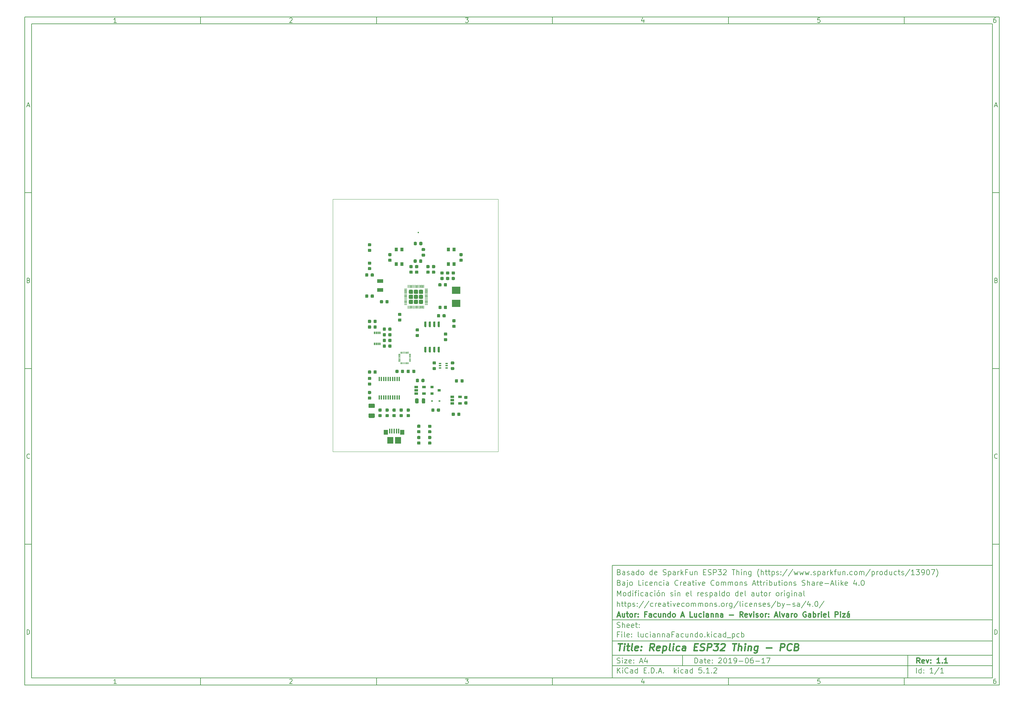
<source format=gbr>
G04 #@! TF.GenerationSoftware,KiCad,Pcbnew,5.1.2*
G04 #@! TF.CreationDate,2019-06-25T01:31:05-03:00*
G04 #@! TF.ProjectId,luciannaFacundo,6c756369-616e-46e6-9146-6163756e646f,1.1*
G04 #@! TF.SameCoordinates,Original*
G04 #@! TF.FileFunction,Paste,Top*
G04 #@! TF.FilePolarity,Positive*
%FSLAX46Y46*%
G04 Gerber Fmt 4.6, Leading zero omitted, Abs format (unit mm)*
G04 Created by KiCad (PCBNEW 5.1.2) date 2019-06-25 01:31:05*
%MOMM*%
%LPD*%
G04 APERTURE LIST*
%ADD10C,0.100000*%
%ADD11C,0.150000*%
%ADD12C,0.300000*%
%ADD13C,0.400000*%
%ADD14C,0.050000*%
%ADD15C,0.400000*%
%ADD16C,0.200000*%
%ADD17C,1.160000*%
%ADD18C,0.875000*%
%ADD19R,0.900000X0.800000*%
%ADD20R,1.800000X1.000000*%
%ADD21R,0.300000X0.800000*%
%ADD22R,1.060000X0.650000*%
%ADD23R,0.400000X1.200000*%
%ADD24R,0.900000X1.000000*%
%ADD25R,0.650000X0.400000*%
%ADD26C,1.250000*%
%ADD27R,0.600000X0.450000*%
%ADD28C,0.975000*%
%ADD29C,0.600000*%
%ADD30R,1.750000X1.900000*%
%ADD31R,0.400000X1.400000*%
%ADD32R,1.150000X1.450000*%
%ADD33R,2.400000X2.000000*%
G04 APERTURE END LIST*
D10*
D11*
X177002200Y-166007200D02*
X177002200Y-198007200D01*
X285002200Y-198007200D01*
X285002200Y-166007200D01*
X177002200Y-166007200D01*
D10*
D11*
X10000000Y-10000000D02*
X10000000Y-200007200D01*
X287002200Y-200007200D01*
X287002200Y-10000000D01*
X10000000Y-10000000D01*
D10*
D11*
X12000000Y-12000000D02*
X12000000Y-198007200D01*
X285002200Y-198007200D01*
X285002200Y-12000000D01*
X12000000Y-12000000D01*
D10*
D11*
X60000000Y-12000000D02*
X60000000Y-10000000D01*
D10*
D11*
X110000000Y-12000000D02*
X110000000Y-10000000D01*
D10*
D11*
X160000000Y-12000000D02*
X160000000Y-10000000D01*
D10*
D11*
X210000000Y-12000000D02*
X210000000Y-10000000D01*
D10*
D11*
X260000000Y-12000000D02*
X260000000Y-10000000D01*
D10*
D11*
X36065476Y-11588095D02*
X35322619Y-11588095D01*
X35694047Y-11588095D02*
X35694047Y-10288095D01*
X35570238Y-10473809D01*
X35446428Y-10597619D01*
X35322619Y-10659523D01*
D10*
D11*
X85322619Y-10411904D02*
X85384523Y-10350000D01*
X85508333Y-10288095D01*
X85817857Y-10288095D01*
X85941666Y-10350000D01*
X86003571Y-10411904D01*
X86065476Y-10535714D01*
X86065476Y-10659523D01*
X86003571Y-10845238D01*
X85260714Y-11588095D01*
X86065476Y-11588095D01*
D10*
D11*
X135260714Y-10288095D02*
X136065476Y-10288095D01*
X135632142Y-10783333D01*
X135817857Y-10783333D01*
X135941666Y-10845238D01*
X136003571Y-10907142D01*
X136065476Y-11030952D01*
X136065476Y-11340476D01*
X136003571Y-11464285D01*
X135941666Y-11526190D01*
X135817857Y-11588095D01*
X135446428Y-11588095D01*
X135322619Y-11526190D01*
X135260714Y-11464285D01*
D10*
D11*
X185941666Y-10721428D02*
X185941666Y-11588095D01*
X185632142Y-10226190D02*
X185322619Y-11154761D01*
X186127380Y-11154761D01*
D10*
D11*
X236003571Y-10288095D02*
X235384523Y-10288095D01*
X235322619Y-10907142D01*
X235384523Y-10845238D01*
X235508333Y-10783333D01*
X235817857Y-10783333D01*
X235941666Y-10845238D01*
X236003571Y-10907142D01*
X236065476Y-11030952D01*
X236065476Y-11340476D01*
X236003571Y-11464285D01*
X235941666Y-11526190D01*
X235817857Y-11588095D01*
X235508333Y-11588095D01*
X235384523Y-11526190D01*
X235322619Y-11464285D01*
D10*
D11*
X285941666Y-10288095D02*
X285694047Y-10288095D01*
X285570238Y-10350000D01*
X285508333Y-10411904D01*
X285384523Y-10597619D01*
X285322619Y-10845238D01*
X285322619Y-11340476D01*
X285384523Y-11464285D01*
X285446428Y-11526190D01*
X285570238Y-11588095D01*
X285817857Y-11588095D01*
X285941666Y-11526190D01*
X286003571Y-11464285D01*
X286065476Y-11340476D01*
X286065476Y-11030952D01*
X286003571Y-10907142D01*
X285941666Y-10845238D01*
X285817857Y-10783333D01*
X285570238Y-10783333D01*
X285446428Y-10845238D01*
X285384523Y-10907142D01*
X285322619Y-11030952D01*
D10*
D11*
X60000000Y-198007200D02*
X60000000Y-200007200D01*
D10*
D11*
X110000000Y-198007200D02*
X110000000Y-200007200D01*
D10*
D11*
X160000000Y-198007200D02*
X160000000Y-200007200D01*
D10*
D11*
X210000000Y-198007200D02*
X210000000Y-200007200D01*
D10*
D11*
X260000000Y-198007200D02*
X260000000Y-200007200D01*
D10*
D11*
X36065476Y-199595295D02*
X35322619Y-199595295D01*
X35694047Y-199595295D02*
X35694047Y-198295295D01*
X35570238Y-198481009D01*
X35446428Y-198604819D01*
X35322619Y-198666723D01*
D10*
D11*
X85322619Y-198419104D02*
X85384523Y-198357200D01*
X85508333Y-198295295D01*
X85817857Y-198295295D01*
X85941666Y-198357200D01*
X86003571Y-198419104D01*
X86065476Y-198542914D01*
X86065476Y-198666723D01*
X86003571Y-198852438D01*
X85260714Y-199595295D01*
X86065476Y-199595295D01*
D10*
D11*
X135260714Y-198295295D02*
X136065476Y-198295295D01*
X135632142Y-198790533D01*
X135817857Y-198790533D01*
X135941666Y-198852438D01*
X136003571Y-198914342D01*
X136065476Y-199038152D01*
X136065476Y-199347676D01*
X136003571Y-199471485D01*
X135941666Y-199533390D01*
X135817857Y-199595295D01*
X135446428Y-199595295D01*
X135322619Y-199533390D01*
X135260714Y-199471485D01*
D10*
D11*
X185941666Y-198728628D02*
X185941666Y-199595295D01*
X185632142Y-198233390D02*
X185322619Y-199161961D01*
X186127380Y-199161961D01*
D10*
D11*
X236003571Y-198295295D02*
X235384523Y-198295295D01*
X235322619Y-198914342D01*
X235384523Y-198852438D01*
X235508333Y-198790533D01*
X235817857Y-198790533D01*
X235941666Y-198852438D01*
X236003571Y-198914342D01*
X236065476Y-199038152D01*
X236065476Y-199347676D01*
X236003571Y-199471485D01*
X235941666Y-199533390D01*
X235817857Y-199595295D01*
X235508333Y-199595295D01*
X235384523Y-199533390D01*
X235322619Y-199471485D01*
D10*
D11*
X285941666Y-198295295D02*
X285694047Y-198295295D01*
X285570238Y-198357200D01*
X285508333Y-198419104D01*
X285384523Y-198604819D01*
X285322619Y-198852438D01*
X285322619Y-199347676D01*
X285384523Y-199471485D01*
X285446428Y-199533390D01*
X285570238Y-199595295D01*
X285817857Y-199595295D01*
X285941666Y-199533390D01*
X286003571Y-199471485D01*
X286065476Y-199347676D01*
X286065476Y-199038152D01*
X286003571Y-198914342D01*
X285941666Y-198852438D01*
X285817857Y-198790533D01*
X285570238Y-198790533D01*
X285446428Y-198852438D01*
X285384523Y-198914342D01*
X285322619Y-199038152D01*
D10*
D11*
X10000000Y-60000000D02*
X12000000Y-60000000D01*
D10*
D11*
X10000000Y-110000000D02*
X12000000Y-110000000D01*
D10*
D11*
X10000000Y-160000000D02*
X12000000Y-160000000D01*
D10*
D11*
X10690476Y-35216666D02*
X11309523Y-35216666D01*
X10566666Y-35588095D02*
X11000000Y-34288095D01*
X11433333Y-35588095D01*
D10*
D11*
X11092857Y-84907142D02*
X11278571Y-84969047D01*
X11340476Y-85030952D01*
X11402380Y-85154761D01*
X11402380Y-85340476D01*
X11340476Y-85464285D01*
X11278571Y-85526190D01*
X11154761Y-85588095D01*
X10659523Y-85588095D01*
X10659523Y-84288095D01*
X11092857Y-84288095D01*
X11216666Y-84350000D01*
X11278571Y-84411904D01*
X11340476Y-84535714D01*
X11340476Y-84659523D01*
X11278571Y-84783333D01*
X11216666Y-84845238D01*
X11092857Y-84907142D01*
X10659523Y-84907142D01*
D10*
D11*
X11402380Y-135464285D02*
X11340476Y-135526190D01*
X11154761Y-135588095D01*
X11030952Y-135588095D01*
X10845238Y-135526190D01*
X10721428Y-135402380D01*
X10659523Y-135278571D01*
X10597619Y-135030952D01*
X10597619Y-134845238D01*
X10659523Y-134597619D01*
X10721428Y-134473809D01*
X10845238Y-134350000D01*
X11030952Y-134288095D01*
X11154761Y-134288095D01*
X11340476Y-134350000D01*
X11402380Y-134411904D01*
D10*
D11*
X10659523Y-185588095D02*
X10659523Y-184288095D01*
X10969047Y-184288095D01*
X11154761Y-184350000D01*
X11278571Y-184473809D01*
X11340476Y-184597619D01*
X11402380Y-184845238D01*
X11402380Y-185030952D01*
X11340476Y-185278571D01*
X11278571Y-185402380D01*
X11154761Y-185526190D01*
X10969047Y-185588095D01*
X10659523Y-185588095D01*
D10*
D11*
X287002200Y-60000000D02*
X285002200Y-60000000D01*
D10*
D11*
X287002200Y-110000000D02*
X285002200Y-110000000D01*
D10*
D11*
X287002200Y-160000000D02*
X285002200Y-160000000D01*
D10*
D11*
X285692676Y-35216666D02*
X286311723Y-35216666D01*
X285568866Y-35588095D02*
X286002200Y-34288095D01*
X286435533Y-35588095D01*
D10*
D11*
X286095057Y-84907142D02*
X286280771Y-84969047D01*
X286342676Y-85030952D01*
X286404580Y-85154761D01*
X286404580Y-85340476D01*
X286342676Y-85464285D01*
X286280771Y-85526190D01*
X286156961Y-85588095D01*
X285661723Y-85588095D01*
X285661723Y-84288095D01*
X286095057Y-84288095D01*
X286218866Y-84350000D01*
X286280771Y-84411904D01*
X286342676Y-84535714D01*
X286342676Y-84659523D01*
X286280771Y-84783333D01*
X286218866Y-84845238D01*
X286095057Y-84907142D01*
X285661723Y-84907142D01*
D10*
D11*
X286404580Y-135464285D02*
X286342676Y-135526190D01*
X286156961Y-135588095D01*
X286033152Y-135588095D01*
X285847438Y-135526190D01*
X285723628Y-135402380D01*
X285661723Y-135278571D01*
X285599819Y-135030952D01*
X285599819Y-134845238D01*
X285661723Y-134597619D01*
X285723628Y-134473809D01*
X285847438Y-134350000D01*
X286033152Y-134288095D01*
X286156961Y-134288095D01*
X286342676Y-134350000D01*
X286404580Y-134411904D01*
D10*
D11*
X285661723Y-185588095D02*
X285661723Y-184288095D01*
X285971247Y-184288095D01*
X286156961Y-184350000D01*
X286280771Y-184473809D01*
X286342676Y-184597619D01*
X286404580Y-184845238D01*
X286404580Y-185030952D01*
X286342676Y-185278571D01*
X286280771Y-185402380D01*
X286156961Y-185526190D01*
X285971247Y-185588095D01*
X285661723Y-185588095D01*
D10*
D11*
X200434342Y-193785771D02*
X200434342Y-192285771D01*
X200791485Y-192285771D01*
X201005771Y-192357200D01*
X201148628Y-192500057D01*
X201220057Y-192642914D01*
X201291485Y-192928628D01*
X201291485Y-193142914D01*
X201220057Y-193428628D01*
X201148628Y-193571485D01*
X201005771Y-193714342D01*
X200791485Y-193785771D01*
X200434342Y-193785771D01*
X202577200Y-193785771D02*
X202577200Y-193000057D01*
X202505771Y-192857200D01*
X202362914Y-192785771D01*
X202077200Y-192785771D01*
X201934342Y-192857200D01*
X202577200Y-193714342D02*
X202434342Y-193785771D01*
X202077200Y-193785771D01*
X201934342Y-193714342D01*
X201862914Y-193571485D01*
X201862914Y-193428628D01*
X201934342Y-193285771D01*
X202077200Y-193214342D01*
X202434342Y-193214342D01*
X202577200Y-193142914D01*
X203077200Y-192785771D02*
X203648628Y-192785771D01*
X203291485Y-192285771D02*
X203291485Y-193571485D01*
X203362914Y-193714342D01*
X203505771Y-193785771D01*
X203648628Y-193785771D01*
X204720057Y-193714342D02*
X204577200Y-193785771D01*
X204291485Y-193785771D01*
X204148628Y-193714342D01*
X204077200Y-193571485D01*
X204077200Y-193000057D01*
X204148628Y-192857200D01*
X204291485Y-192785771D01*
X204577200Y-192785771D01*
X204720057Y-192857200D01*
X204791485Y-193000057D01*
X204791485Y-193142914D01*
X204077200Y-193285771D01*
X205434342Y-193642914D02*
X205505771Y-193714342D01*
X205434342Y-193785771D01*
X205362914Y-193714342D01*
X205434342Y-193642914D01*
X205434342Y-193785771D01*
X205434342Y-192857200D02*
X205505771Y-192928628D01*
X205434342Y-193000057D01*
X205362914Y-192928628D01*
X205434342Y-192857200D01*
X205434342Y-193000057D01*
X207220057Y-192428628D02*
X207291485Y-192357200D01*
X207434342Y-192285771D01*
X207791485Y-192285771D01*
X207934342Y-192357200D01*
X208005771Y-192428628D01*
X208077200Y-192571485D01*
X208077200Y-192714342D01*
X208005771Y-192928628D01*
X207148628Y-193785771D01*
X208077200Y-193785771D01*
X209005771Y-192285771D02*
X209148628Y-192285771D01*
X209291485Y-192357200D01*
X209362914Y-192428628D01*
X209434342Y-192571485D01*
X209505771Y-192857200D01*
X209505771Y-193214342D01*
X209434342Y-193500057D01*
X209362914Y-193642914D01*
X209291485Y-193714342D01*
X209148628Y-193785771D01*
X209005771Y-193785771D01*
X208862914Y-193714342D01*
X208791485Y-193642914D01*
X208720057Y-193500057D01*
X208648628Y-193214342D01*
X208648628Y-192857200D01*
X208720057Y-192571485D01*
X208791485Y-192428628D01*
X208862914Y-192357200D01*
X209005771Y-192285771D01*
X210934342Y-193785771D02*
X210077200Y-193785771D01*
X210505771Y-193785771D02*
X210505771Y-192285771D01*
X210362914Y-192500057D01*
X210220057Y-192642914D01*
X210077200Y-192714342D01*
X211648628Y-193785771D02*
X211934342Y-193785771D01*
X212077200Y-193714342D01*
X212148628Y-193642914D01*
X212291485Y-193428628D01*
X212362914Y-193142914D01*
X212362914Y-192571485D01*
X212291485Y-192428628D01*
X212220057Y-192357200D01*
X212077200Y-192285771D01*
X211791485Y-192285771D01*
X211648628Y-192357200D01*
X211577200Y-192428628D01*
X211505771Y-192571485D01*
X211505771Y-192928628D01*
X211577200Y-193071485D01*
X211648628Y-193142914D01*
X211791485Y-193214342D01*
X212077200Y-193214342D01*
X212220057Y-193142914D01*
X212291485Y-193071485D01*
X212362914Y-192928628D01*
X213005771Y-193214342D02*
X214148628Y-193214342D01*
X215148628Y-192285771D02*
X215291485Y-192285771D01*
X215434342Y-192357200D01*
X215505771Y-192428628D01*
X215577200Y-192571485D01*
X215648628Y-192857200D01*
X215648628Y-193214342D01*
X215577200Y-193500057D01*
X215505771Y-193642914D01*
X215434342Y-193714342D01*
X215291485Y-193785771D01*
X215148628Y-193785771D01*
X215005771Y-193714342D01*
X214934342Y-193642914D01*
X214862914Y-193500057D01*
X214791485Y-193214342D01*
X214791485Y-192857200D01*
X214862914Y-192571485D01*
X214934342Y-192428628D01*
X215005771Y-192357200D01*
X215148628Y-192285771D01*
X216934342Y-192285771D02*
X216648628Y-192285771D01*
X216505771Y-192357200D01*
X216434342Y-192428628D01*
X216291485Y-192642914D01*
X216220057Y-192928628D01*
X216220057Y-193500057D01*
X216291485Y-193642914D01*
X216362914Y-193714342D01*
X216505771Y-193785771D01*
X216791485Y-193785771D01*
X216934342Y-193714342D01*
X217005771Y-193642914D01*
X217077200Y-193500057D01*
X217077200Y-193142914D01*
X217005771Y-193000057D01*
X216934342Y-192928628D01*
X216791485Y-192857200D01*
X216505771Y-192857200D01*
X216362914Y-192928628D01*
X216291485Y-193000057D01*
X216220057Y-193142914D01*
X217720057Y-193214342D02*
X218862914Y-193214342D01*
X220362914Y-193785771D02*
X219505771Y-193785771D01*
X219934342Y-193785771D02*
X219934342Y-192285771D01*
X219791485Y-192500057D01*
X219648628Y-192642914D01*
X219505771Y-192714342D01*
X220862914Y-192285771D02*
X221862914Y-192285771D01*
X221220057Y-193785771D01*
D10*
D11*
X177002200Y-194507200D02*
X285002200Y-194507200D01*
D10*
D11*
X178434342Y-196585771D02*
X178434342Y-195085771D01*
X179291485Y-196585771D02*
X178648628Y-195728628D01*
X179291485Y-195085771D02*
X178434342Y-195942914D01*
X179934342Y-196585771D02*
X179934342Y-195585771D01*
X179934342Y-195085771D02*
X179862914Y-195157200D01*
X179934342Y-195228628D01*
X180005771Y-195157200D01*
X179934342Y-195085771D01*
X179934342Y-195228628D01*
X181505771Y-196442914D02*
X181434342Y-196514342D01*
X181220057Y-196585771D01*
X181077200Y-196585771D01*
X180862914Y-196514342D01*
X180720057Y-196371485D01*
X180648628Y-196228628D01*
X180577200Y-195942914D01*
X180577200Y-195728628D01*
X180648628Y-195442914D01*
X180720057Y-195300057D01*
X180862914Y-195157200D01*
X181077200Y-195085771D01*
X181220057Y-195085771D01*
X181434342Y-195157200D01*
X181505771Y-195228628D01*
X182791485Y-196585771D02*
X182791485Y-195800057D01*
X182720057Y-195657200D01*
X182577200Y-195585771D01*
X182291485Y-195585771D01*
X182148628Y-195657200D01*
X182791485Y-196514342D02*
X182648628Y-196585771D01*
X182291485Y-196585771D01*
X182148628Y-196514342D01*
X182077200Y-196371485D01*
X182077200Y-196228628D01*
X182148628Y-196085771D01*
X182291485Y-196014342D01*
X182648628Y-196014342D01*
X182791485Y-195942914D01*
X184148628Y-196585771D02*
X184148628Y-195085771D01*
X184148628Y-196514342D02*
X184005771Y-196585771D01*
X183720057Y-196585771D01*
X183577200Y-196514342D01*
X183505771Y-196442914D01*
X183434342Y-196300057D01*
X183434342Y-195871485D01*
X183505771Y-195728628D01*
X183577200Y-195657200D01*
X183720057Y-195585771D01*
X184005771Y-195585771D01*
X184148628Y-195657200D01*
X186005771Y-195800057D02*
X186505771Y-195800057D01*
X186720057Y-196585771D02*
X186005771Y-196585771D01*
X186005771Y-195085771D01*
X186720057Y-195085771D01*
X187362914Y-196442914D02*
X187434342Y-196514342D01*
X187362914Y-196585771D01*
X187291485Y-196514342D01*
X187362914Y-196442914D01*
X187362914Y-196585771D01*
X188077200Y-196585771D02*
X188077200Y-195085771D01*
X188434342Y-195085771D01*
X188648628Y-195157200D01*
X188791485Y-195300057D01*
X188862914Y-195442914D01*
X188934342Y-195728628D01*
X188934342Y-195942914D01*
X188862914Y-196228628D01*
X188791485Y-196371485D01*
X188648628Y-196514342D01*
X188434342Y-196585771D01*
X188077200Y-196585771D01*
X189577200Y-196442914D02*
X189648628Y-196514342D01*
X189577200Y-196585771D01*
X189505771Y-196514342D01*
X189577200Y-196442914D01*
X189577200Y-196585771D01*
X190220057Y-196157200D02*
X190934342Y-196157200D01*
X190077200Y-196585771D02*
X190577200Y-195085771D01*
X191077200Y-196585771D01*
X191577200Y-196442914D02*
X191648628Y-196514342D01*
X191577200Y-196585771D01*
X191505771Y-196514342D01*
X191577200Y-196442914D01*
X191577200Y-196585771D01*
X194577200Y-196585771D02*
X194577200Y-195085771D01*
X194720057Y-196014342D02*
X195148628Y-196585771D01*
X195148628Y-195585771D02*
X194577200Y-196157200D01*
X195791485Y-196585771D02*
X195791485Y-195585771D01*
X195791485Y-195085771D02*
X195720057Y-195157200D01*
X195791485Y-195228628D01*
X195862914Y-195157200D01*
X195791485Y-195085771D01*
X195791485Y-195228628D01*
X197148628Y-196514342D02*
X197005771Y-196585771D01*
X196720057Y-196585771D01*
X196577200Y-196514342D01*
X196505771Y-196442914D01*
X196434342Y-196300057D01*
X196434342Y-195871485D01*
X196505771Y-195728628D01*
X196577200Y-195657200D01*
X196720057Y-195585771D01*
X197005771Y-195585771D01*
X197148628Y-195657200D01*
X198434342Y-196585771D02*
X198434342Y-195800057D01*
X198362914Y-195657200D01*
X198220057Y-195585771D01*
X197934342Y-195585771D01*
X197791485Y-195657200D01*
X198434342Y-196514342D02*
X198291485Y-196585771D01*
X197934342Y-196585771D01*
X197791485Y-196514342D01*
X197720057Y-196371485D01*
X197720057Y-196228628D01*
X197791485Y-196085771D01*
X197934342Y-196014342D01*
X198291485Y-196014342D01*
X198434342Y-195942914D01*
X199791485Y-196585771D02*
X199791485Y-195085771D01*
X199791485Y-196514342D02*
X199648628Y-196585771D01*
X199362914Y-196585771D01*
X199220057Y-196514342D01*
X199148628Y-196442914D01*
X199077200Y-196300057D01*
X199077200Y-195871485D01*
X199148628Y-195728628D01*
X199220057Y-195657200D01*
X199362914Y-195585771D01*
X199648628Y-195585771D01*
X199791485Y-195657200D01*
X202362914Y-195085771D02*
X201648628Y-195085771D01*
X201577200Y-195800057D01*
X201648628Y-195728628D01*
X201791485Y-195657200D01*
X202148628Y-195657200D01*
X202291485Y-195728628D01*
X202362914Y-195800057D01*
X202434342Y-195942914D01*
X202434342Y-196300057D01*
X202362914Y-196442914D01*
X202291485Y-196514342D01*
X202148628Y-196585771D01*
X201791485Y-196585771D01*
X201648628Y-196514342D01*
X201577200Y-196442914D01*
X203077200Y-196442914D02*
X203148628Y-196514342D01*
X203077200Y-196585771D01*
X203005771Y-196514342D01*
X203077200Y-196442914D01*
X203077200Y-196585771D01*
X204577200Y-196585771D02*
X203720057Y-196585771D01*
X204148628Y-196585771D02*
X204148628Y-195085771D01*
X204005771Y-195300057D01*
X203862914Y-195442914D01*
X203720057Y-195514342D01*
X205220057Y-196442914D02*
X205291485Y-196514342D01*
X205220057Y-196585771D01*
X205148628Y-196514342D01*
X205220057Y-196442914D01*
X205220057Y-196585771D01*
X205862914Y-195228628D02*
X205934342Y-195157200D01*
X206077200Y-195085771D01*
X206434342Y-195085771D01*
X206577200Y-195157200D01*
X206648628Y-195228628D01*
X206720057Y-195371485D01*
X206720057Y-195514342D01*
X206648628Y-195728628D01*
X205791485Y-196585771D01*
X206720057Y-196585771D01*
D10*
D11*
X177002200Y-191507200D02*
X285002200Y-191507200D01*
D10*
D12*
X264411485Y-193785771D02*
X263911485Y-193071485D01*
X263554342Y-193785771D02*
X263554342Y-192285771D01*
X264125771Y-192285771D01*
X264268628Y-192357200D01*
X264340057Y-192428628D01*
X264411485Y-192571485D01*
X264411485Y-192785771D01*
X264340057Y-192928628D01*
X264268628Y-193000057D01*
X264125771Y-193071485D01*
X263554342Y-193071485D01*
X265625771Y-193714342D02*
X265482914Y-193785771D01*
X265197200Y-193785771D01*
X265054342Y-193714342D01*
X264982914Y-193571485D01*
X264982914Y-193000057D01*
X265054342Y-192857200D01*
X265197200Y-192785771D01*
X265482914Y-192785771D01*
X265625771Y-192857200D01*
X265697200Y-193000057D01*
X265697200Y-193142914D01*
X264982914Y-193285771D01*
X266197200Y-192785771D02*
X266554342Y-193785771D01*
X266911485Y-192785771D01*
X267482914Y-193642914D02*
X267554342Y-193714342D01*
X267482914Y-193785771D01*
X267411485Y-193714342D01*
X267482914Y-193642914D01*
X267482914Y-193785771D01*
X267482914Y-192857200D02*
X267554342Y-192928628D01*
X267482914Y-193000057D01*
X267411485Y-192928628D01*
X267482914Y-192857200D01*
X267482914Y-193000057D01*
X270125771Y-193785771D02*
X269268628Y-193785771D01*
X269697200Y-193785771D02*
X269697200Y-192285771D01*
X269554342Y-192500057D01*
X269411485Y-192642914D01*
X269268628Y-192714342D01*
X270768628Y-193642914D02*
X270840057Y-193714342D01*
X270768628Y-193785771D01*
X270697200Y-193714342D01*
X270768628Y-193642914D01*
X270768628Y-193785771D01*
X272268628Y-193785771D02*
X271411485Y-193785771D01*
X271840057Y-193785771D02*
X271840057Y-192285771D01*
X271697200Y-192500057D01*
X271554342Y-192642914D01*
X271411485Y-192714342D01*
D10*
D11*
X178362914Y-193714342D02*
X178577200Y-193785771D01*
X178934342Y-193785771D01*
X179077200Y-193714342D01*
X179148628Y-193642914D01*
X179220057Y-193500057D01*
X179220057Y-193357200D01*
X179148628Y-193214342D01*
X179077200Y-193142914D01*
X178934342Y-193071485D01*
X178648628Y-193000057D01*
X178505771Y-192928628D01*
X178434342Y-192857200D01*
X178362914Y-192714342D01*
X178362914Y-192571485D01*
X178434342Y-192428628D01*
X178505771Y-192357200D01*
X178648628Y-192285771D01*
X179005771Y-192285771D01*
X179220057Y-192357200D01*
X179862914Y-193785771D02*
X179862914Y-192785771D01*
X179862914Y-192285771D02*
X179791485Y-192357200D01*
X179862914Y-192428628D01*
X179934342Y-192357200D01*
X179862914Y-192285771D01*
X179862914Y-192428628D01*
X180434342Y-192785771D02*
X181220057Y-192785771D01*
X180434342Y-193785771D01*
X181220057Y-193785771D01*
X182362914Y-193714342D02*
X182220057Y-193785771D01*
X181934342Y-193785771D01*
X181791485Y-193714342D01*
X181720057Y-193571485D01*
X181720057Y-193000057D01*
X181791485Y-192857200D01*
X181934342Y-192785771D01*
X182220057Y-192785771D01*
X182362914Y-192857200D01*
X182434342Y-193000057D01*
X182434342Y-193142914D01*
X181720057Y-193285771D01*
X183077200Y-193642914D02*
X183148628Y-193714342D01*
X183077200Y-193785771D01*
X183005771Y-193714342D01*
X183077200Y-193642914D01*
X183077200Y-193785771D01*
X183077200Y-192857200D02*
X183148628Y-192928628D01*
X183077200Y-193000057D01*
X183005771Y-192928628D01*
X183077200Y-192857200D01*
X183077200Y-193000057D01*
X184862914Y-193357200D02*
X185577200Y-193357200D01*
X184720057Y-193785771D02*
X185220057Y-192285771D01*
X185720057Y-193785771D01*
X186862914Y-192785771D02*
X186862914Y-193785771D01*
X186505771Y-192214342D02*
X186148628Y-193285771D01*
X187077200Y-193285771D01*
D10*
D11*
X263434342Y-196585771D02*
X263434342Y-195085771D01*
X264791485Y-196585771D02*
X264791485Y-195085771D01*
X264791485Y-196514342D02*
X264648628Y-196585771D01*
X264362914Y-196585771D01*
X264220057Y-196514342D01*
X264148628Y-196442914D01*
X264077200Y-196300057D01*
X264077200Y-195871485D01*
X264148628Y-195728628D01*
X264220057Y-195657200D01*
X264362914Y-195585771D01*
X264648628Y-195585771D01*
X264791485Y-195657200D01*
X265505771Y-196442914D02*
X265577200Y-196514342D01*
X265505771Y-196585771D01*
X265434342Y-196514342D01*
X265505771Y-196442914D01*
X265505771Y-196585771D01*
X265505771Y-195657200D02*
X265577200Y-195728628D01*
X265505771Y-195800057D01*
X265434342Y-195728628D01*
X265505771Y-195657200D01*
X265505771Y-195800057D01*
X268148628Y-196585771D02*
X267291485Y-196585771D01*
X267720057Y-196585771D02*
X267720057Y-195085771D01*
X267577200Y-195300057D01*
X267434342Y-195442914D01*
X267291485Y-195514342D01*
X269862914Y-195014342D02*
X268577200Y-196942914D01*
X271148628Y-196585771D02*
X270291485Y-196585771D01*
X270720057Y-196585771D02*
X270720057Y-195085771D01*
X270577200Y-195300057D01*
X270434342Y-195442914D01*
X270291485Y-195514342D01*
D10*
D11*
X177002200Y-187507200D02*
X285002200Y-187507200D01*
D10*
D13*
X178714580Y-188211961D02*
X179857438Y-188211961D01*
X179036009Y-190211961D02*
X179286009Y-188211961D01*
X180274104Y-190211961D02*
X180440771Y-188878628D01*
X180524104Y-188211961D02*
X180416961Y-188307200D01*
X180500295Y-188402438D01*
X180607438Y-188307200D01*
X180524104Y-188211961D01*
X180500295Y-188402438D01*
X181107438Y-188878628D02*
X181869342Y-188878628D01*
X181476485Y-188211961D02*
X181262200Y-189926247D01*
X181333628Y-190116723D01*
X181512200Y-190211961D01*
X181702676Y-190211961D01*
X182655057Y-190211961D02*
X182476485Y-190116723D01*
X182405057Y-189926247D01*
X182619342Y-188211961D01*
X184190771Y-190116723D02*
X183988390Y-190211961D01*
X183607438Y-190211961D01*
X183428866Y-190116723D01*
X183357438Y-189926247D01*
X183452676Y-189164342D01*
X183571723Y-188973866D01*
X183774104Y-188878628D01*
X184155057Y-188878628D01*
X184333628Y-188973866D01*
X184405057Y-189164342D01*
X184381247Y-189354819D01*
X183405057Y-189545295D01*
X185155057Y-190021485D02*
X185238390Y-190116723D01*
X185131247Y-190211961D01*
X185047914Y-190116723D01*
X185155057Y-190021485D01*
X185131247Y-190211961D01*
X185286009Y-188973866D02*
X185369342Y-189069104D01*
X185262200Y-189164342D01*
X185178866Y-189069104D01*
X185286009Y-188973866D01*
X185262200Y-189164342D01*
X188750295Y-190211961D02*
X188202676Y-189259580D01*
X187607438Y-190211961D02*
X187857438Y-188211961D01*
X188619342Y-188211961D01*
X188797914Y-188307200D01*
X188881247Y-188402438D01*
X188952676Y-188592914D01*
X188916961Y-188878628D01*
X188797914Y-189069104D01*
X188690771Y-189164342D01*
X188488390Y-189259580D01*
X187726485Y-189259580D01*
X190381247Y-190116723D02*
X190178866Y-190211961D01*
X189797914Y-190211961D01*
X189619342Y-190116723D01*
X189547914Y-189926247D01*
X189643152Y-189164342D01*
X189762200Y-188973866D01*
X189964580Y-188878628D01*
X190345533Y-188878628D01*
X190524104Y-188973866D01*
X190595533Y-189164342D01*
X190571723Y-189354819D01*
X189595533Y-189545295D01*
X191488390Y-188878628D02*
X191238390Y-190878628D01*
X191476485Y-188973866D02*
X191678866Y-188878628D01*
X192059819Y-188878628D01*
X192238390Y-188973866D01*
X192321723Y-189069104D01*
X192393152Y-189259580D01*
X192321723Y-189831009D01*
X192202676Y-190021485D01*
X192095533Y-190116723D01*
X191893152Y-190211961D01*
X191512200Y-190211961D01*
X191333628Y-190116723D01*
X193416961Y-190211961D02*
X193238390Y-190116723D01*
X193166961Y-189926247D01*
X193381247Y-188211961D01*
X194178866Y-190211961D02*
X194345533Y-188878628D01*
X194428866Y-188211961D02*
X194321723Y-188307200D01*
X194405057Y-188402438D01*
X194512200Y-188307200D01*
X194428866Y-188211961D01*
X194405057Y-188402438D01*
X196000295Y-190116723D02*
X195797914Y-190211961D01*
X195416961Y-190211961D01*
X195238390Y-190116723D01*
X195155057Y-190021485D01*
X195083628Y-189831009D01*
X195155057Y-189259580D01*
X195274104Y-189069104D01*
X195381247Y-188973866D01*
X195583628Y-188878628D01*
X195964580Y-188878628D01*
X196143152Y-188973866D01*
X197702676Y-190211961D02*
X197833628Y-189164342D01*
X197762200Y-188973866D01*
X197583628Y-188878628D01*
X197202676Y-188878628D01*
X197000295Y-188973866D01*
X197714580Y-190116723D02*
X197512200Y-190211961D01*
X197036009Y-190211961D01*
X196857438Y-190116723D01*
X196786009Y-189926247D01*
X196809819Y-189735771D01*
X196928866Y-189545295D01*
X197131247Y-189450057D01*
X197607438Y-189450057D01*
X197809819Y-189354819D01*
X200309819Y-189164342D02*
X200976485Y-189164342D01*
X201131247Y-190211961D02*
X200178866Y-190211961D01*
X200428866Y-188211961D01*
X201381247Y-188211961D01*
X201905057Y-190116723D02*
X202178866Y-190211961D01*
X202655057Y-190211961D01*
X202857438Y-190116723D01*
X202964580Y-190021485D01*
X203083628Y-189831009D01*
X203107438Y-189640533D01*
X203036009Y-189450057D01*
X202952676Y-189354819D01*
X202774104Y-189259580D01*
X202405057Y-189164342D01*
X202226485Y-189069104D01*
X202143152Y-188973866D01*
X202071723Y-188783390D01*
X202095533Y-188592914D01*
X202214580Y-188402438D01*
X202321723Y-188307200D01*
X202524104Y-188211961D01*
X203000295Y-188211961D01*
X203274104Y-188307200D01*
X203893152Y-190211961D02*
X204143152Y-188211961D01*
X204905057Y-188211961D01*
X205083628Y-188307200D01*
X205166961Y-188402438D01*
X205238390Y-188592914D01*
X205202676Y-188878628D01*
X205083628Y-189069104D01*
X204976485Y-189164342D01*
X204774104Y-189259580D01*
X204012200Y-189259580D01*
X205952676Y-188211961D02*
X207190771Y-188211961D01*
X206428866Y-188973866D01*
X206714580Y-188973866D01*
X206893152Y-189069104D01*
X206976485Y-189164342D01*
X207047914Y-189354819D01*
X206988390Y-189831009D01*
X206869342Y-190021485D01*
X206762200Y-190116723D01*
X206559819Y-190211961D01*
X205988390Y-190211961D01*
X205809819Y-190116723D01*
X205726485Y-190021485D01*
X207928866Y-188402438D02*
X208036009Y-188307200D01*
X208238390Y-188211961D01*
X208714580Y-188211961D01*
X208893152Y-188307200D01*
X208976485Y-188402438D01*
X209047914Y-188592914D01*
X209024104Y-188783390D01*
X208893152Y-189069104D01*
X207607438Y-190211961D01*
X208845533Y-190211961D01*
X211190771Y-188211961D02*
X212333628Y-188211961D01*
X211512200Y-190211961D02*
X211762200Y-188211961D01*
X212750295Y-190211961D02*
X213000295Y-188211961D01*
X213607438Y-190211961D02*
X213738390Y-189164342D01*
X213666961Y-188973866D01*
X213488390Y-188878628D01*
X213202676Y-188878628D01*
X213000295Y-188973866D01*
X212893152Y-189069104D01*
X214559819Y-190211961D02*
X214726485Y-188878628D01*
X214809819Y-188211961D02*
X214702676Y-188307200D01*
X214786009Y-188402438D01*
X214893152Y-188307200D01*
X214809819Y-188211961D01*
X214786009Y-188402438D01*
X215678866Y-188878628D02*
X215512200Y-190211961D01*
X215655057Y-189069104D02*
X215762200Y-188973866D01*
X215964580Y-188878628D01*
X216250295Y-188878628D01*
X216428866Y-188973866D01*
X216500295Y-189164342D01*
X216369342Y-190211961D01*
X218345533Y-188878628D02*
X218143152Y-190497676D01*
X218024104Y-190688152D01*
X217916961Y-190783390D01*
X217714580Y-190878628D01*
X217428866Y-190878628D01*
X217250295Y-190783390D01*
X218190771Y-190116723D02*
X217988390Y-190211961D01*
X217607438Y-190211961D01*
X217428866Y-190116723D01*
X217345533Y-190021485D01*
X217274104Y-189831009D01*
X217345533Y-189259580D01*
X217464580Y-189069104D01*
X217571723Y-188973866D01*
X217774104Y-188878628D01*
X218155057Y-188878628D01*
X218333628Y-188973866D01*
X220750295Y-189450057D02*
X222274104Y-189450057D01*
X224655057Y-190211961D02*
X224905057Y-188211961D01*
X225666961Y-188211961D01*
X225845533Y-188307200D01*
X225928866Y-188402438D01*
X226000295Y-188592914D01*
X225964580Y-188878628D01*
X225845533Y-189069104D01*
X225738390Y-189164342D01*
X225536009Y-189259580D01*
X224774104Y-189259580D01*
X227821723Y-190021485D02*
X227714580Y-190116723D01*
X227416961Y-190211961D01*
X227226485Y-190211961D01*
X226952676Y-190116723D01*
X226786009Y-189926247D01*
X226714580Y-189735771D01*
X226666961Y-189354819D01*
X226702676Y-189069104D01*
X226845533Y-188688152D01*
X226964580Y-188497676D01*
X227178866Y-188307200D01*
X227476485Y-188211961D01*
X227666961Y-188211961D01*
X227940771Y-188307200D01*
X228024104Y-188402438D01*
X229452676Y-189164342D02*
X229726485Y-189259580D01*
X229809819Y-189354819D01*
X229881247Y-189545295D01*
X229845533Y-189831009D01*
X229726485Y-190021485D01*
X229619342Y-190116723D01*
X229416961Y-190211961D01*
X228655057Y-190211961D01*
X228905057Y-188211961D01*
X229571723Y-188211961D01*
X229750295Y-188307200D01*
X229833628Y-188402438D01*
X229905057Y-188592914D01*
X229881247Y-188783390D01*
X229762199Y-188973866D01*
X229655057Y-189069104D01*
X229452676Y-189164342D01*
X228786009Y-189164342D01*
D10*
D11*
X178934342Y-185600057D02*
X178434342Y-185600057D01*
X178434342Y-186385771D02*
X178434342Y-184885771D01*
X179148628Y-184885771D01*
X179720057Y-186385771D02*
X179720057Y-185385771D01*
X179720057Y-184885771D02*
X179648628Y-184957200D01*
X179720057Y-185028628D01*
X179791485Y-184957200D01*
X179720057Y-184885771D01*
X179720057Y-185028628D01*
X180648628Y-186385771D02*
X180505771Y-186314342D01*
X180434342Y-186171485D01*
X180434342Y-184885771D01*
X181791485Y-186314342D02*
X181648628Y-186385771D01*
X181362914Y-186385771D01*
X181220057Y-186314342D01*
X181148628Y-186171485D01*
X181148628Y-185600057D01*
X181220057Y-185457200D01*
X181362914Y-185385771D01*
X181648628Y-185385771D01*
X181791485Y-185457200D01*
X181862914Y-185600057D01*
X181862914Y-185742914D01*
X181148628Y-185885771D01*
X182505771Y-186242914D02*
X182577200Y-186314342D01*
X182505771Y-186385771D01*
X182434342Y-186314342D01*
X182505771Y-186242914D01*
X182505771Y-186385771D01*
X182505771Y-185457200D02*
X182577200Y-185528628D01*
X182505771Y-185600057D01*
X182434342Y-185528628D01*
X182505771Y-185457200D01*
X182505771Y-185600057D01*
X184577200Y-186385771D02*
X184434342Y-186314342D01*
X184362914Y-186171485D01*
X184362914Y-184885771D01*
X185791485Y-185385771D02*
X185791485Y-186385771D01*
X185148628Y-185385771D02*
X185148628Y-186171485D01*
X185220057Y-186314342D01*
X185362914Y-186385771D01*
X185577200Y-186385771D01*
X185720057Y-186314342D01*
X185791485Y-186242914D01*
X187148628Y-186314342D02*
X187005771Y-186385771D01*
X186720057Y-186385771D01*
X186577200Y-186314342D01*
X186505771Y-186242914D01*
X186434342Y-186100057D01*
X186434342Y-185671485D01*
X186505771Y-185528628D01*
X186577200Y-185457200D01*
X186720057Y-185385771D01*
X187005771Y-185385771D01*
X187148628Y-185457200D01*
X187791485Y-186385771D02*
X187791485Y-185385771D01*
X187791485Y-184885771D02*
X187720057Y-184957200D01*
X187791485Y-185028628D01*
X187862914Y-184957200D01*
X187791485Y-184885771D01*
X187791485Y-185028628D01*
X189148628Y-186385771D02*
X189148628Y-185600057D01*
X189077200Y-185457200D01*
X188934342Y-185385771D01*
X188648628Y-185385771D01*
X188505771Y-185457200D01*
X189148628Y-186314342D02*
X189005771Y-186385771D01*
X188648628Y-186385771D01*
X188505771Y-186314342D01*
X188434342Y-186171485D01*
X188434342Y-186028628D01*
X188505771Y-185885771D01*
X188648628Y-185814342D01*
X189005771Y-185814342D01*
X189148628Y-185742914D01*
X189862914Y-185385771D02*
X189862914Y-186385771D01*
X189862914Y-185528628D02*
X189934342Y-185457200D01*
X190077200Y-185385771D01*
X190291485Y-185385771D01*
X190434342Y-185457200D01*
X190505771Y-185600057D01*
X190505771Y-186385771D01*
X191220057Y-185385771D02*
X191220057Y-186385771D01*
X191220057Y-185528628D02*
X191291485Y-185457200D01*
X191434342Y-185385771D01*
X191648628Y-185385771D01*
X191791485Y-185457200D01*
X191862914Y-185600057D01*
X191862914Y-186385771D01*
X193220057Y-186385771D02*
X193220057Y-185600057D01*
X193148628Y-185457200D01*
X193005771Y-185385771D01*
X192720057Y-185385771D01*
X192577200Y-185457200D01*
X193220057Y-186314342D02*
X193077200Y-186385771D01*
X192720057Y-186385771D01*
X192577200Y-186314342D01*
X192505771Y-186171485D01*
X192505771Y-186028628D01*
X192577200Y-185885771D01*
X192720057Y-185814342D01*
X193077200Y-185814342D01*
X193220057Y-185742914D01*
X194434342Y-185600057D02*
X193934342Y-185600057D01*
X193934342Y-186385771D02*
X193934342Y-184885771D01*
X194648628Y-184885771D01*
X195862914Y-186385771D02*
X195862914Y-185600057D01*
X195791485Y-185457200D01*
X195648628Y-185385771D01*
X195362914Y-185385771D01*
X195220057Y-185457200D01*
X195862914Y-186314342D02*
X195720057Y-186385771D01*
X195362914Y-186385771D01*
X195220057Y-186314342D01*
X195148628Y-186171485D01*
X195148628Y-186028628D01*
X195220057Y-185885771D01*
X195362914Y-185814342D01*
X195720057Y-185814342D01*
X195862914Y-185742914D01*
X197220057Y-186314342D02*
X197077200Y-186385771D01*
X196791485Y-186385771D01*
X196648628Y-186314342D01*
X196577200Y-186242914D01*
X196505771Y-186100057D01*
X196505771Y-185671485D01*
X196577200Y-185528628D01*
X196648628Y-185457200D01*
X196791485Y-185385771D01*
X197077200Y-185385771D01*
X197220057Y-185457200D01*
X198505771Y-185385771D02*
X198505771Y-186385771D01*
X197862914Y-185385771D02*
X197862914Y-186171485D01*
X197934342Y-186314342D01*
X198077200Y-186385771D01*
X198291485Y-186385771D01*
X198434342Y-186314342D01*
X198505771Y-186242914D01*
X199220057Y-185385771D02*
X199220057Y-186385771D01*
X199220057Y-185528628D02*
X199291485Y-185457200D01*
X199434342Y-185385771D01*
X199648628Y-185385771D01*
X199791485Y-185457200D01*
X199862914Y-185600057D01*
X199862914Y-186385771D01*
X201220057Y-186385771D02*
X201220057Y-184885771D01*
X201220057Y-186314342D02*
X201077200Y-186385771D01*
X200791485Y-186385771D01*
X200648628Y-186314342D01*
X200577200Y-186242914D01*
X200505771Y-186100057D01*
X200505771Y-185671485D01*
X200577200Y-185528628D01*
X200648628Y-185457200D01*
X200791485Y-185385771D01*
X201077200Y-185385771D01*
X201220057Y-185457200D01*
X202148628Y-186385771D02*
X202005771Y-186314342D01*
X201934342Y-186242914D01*
X201862914Y-186100057D01*
X201862914Y-185671485D01*
X201934342Y-185528628D01*
X202005771Y-185457200D01*
X202148628Y-185385771D01*
X202362914Y-185385771D01*
X202505771Y-185457200D01*
X202577200Y-185528628D01*
X202648628Y-185671485D01*
X202648628Y-186100057D01*
X202577200Y-186242914D01*
X202505771Y-186314342D01*
X202362914Y-186385771D01*
X202148628Y-186385771D01*
X203291485Y-186242914D02*
X203362914Y-186314342D01*
X203291485Y-186385771D01*
X203220057Y-186314342D01*
X203291485Y-186242914D01*
X203291485Y-186385771D01*
X204005771Y-186385771D02*
X204005771Y-184885771D01*
X204148628Y-185814342D02*
X204577200Y-186385771D01*
X204577200Y-185385771D02*
X204005771Y-185957200D01*
X205220057Y-186385771D02*
X205220057Y-185385771D01*
X205220057Y-184885771D02*
X205148628Y-184957200D01*
X205220057Y-185028628D01*
X205291485Y-184957200D01*
X205220057Y-184885771D01*
X205220057Y-185028628D01*
X206577200Y-186314342D02*
X206434342Y-186385771D01*
X206148628Y-186385771D01*
X206005771Y-186314342D01*
X205934342Y-186242914D01*
X205862914Y-186100057D01*
X205862914Y-185671485D01*
X205934342Y-185528628D01*
X206005771Y-185457200D01*
X206148628Y-185385771D01*
X206434342Y-185385771D01*
X206577200Y-185457200D01*
X207862914Y-186385771D02*
X207862914Y-185600057D01*
X207791485Y-185457200D01*
X207648628Y-185385771D01*
X207362914Y-185385771D01*
X207220057Y-185457200D01*
X207862914Y-186314342D02*
X207720057Y-186385771D01*
X207362914Y-186385771D01*
X207220057Y-186314342D01*
X207148628Y-186171485D01*
X207148628Y-186028628D01*
X207220057Y-185885771D01*
X207362914Y-185814342D01*
X207720057Y-185814342D01*
X207862914Y-185742914D01*
X209220057Y-186385771D02*
X209220057Y-184885771D01*
X209220057Y-186314342D02*
X209077200Y-186385771D01*
X208791485Y-186385771D01*
X208648628Y-186314342D01*
X208577200Y-186242914D01*
X208505771Y-186100057D01*
X208505771Y-185671485D01*
X208577200Y-185528628D01*
X208648628Y-185457200D01*
X208791485Y-185385771D01*
X209077200Y-185385771D01*
X209220057Y-185457200D01*
X209577200Y-186528628D02*
X210720057Y-186528628D01*
X211077200Y-185385771D02*
X211077200Y-186885771D01*
X211077200Y-185457200D02*
X211220057Y-185385771D01*
X211505771Y-185385771D01*
X211648628Y-185457200D01*
X211720057Y-185528628D01*
X211791485Y-185671485D01*
X211791485Y-186100057D01*
X211720057Y-186242914D01*
X211648628Y-186314342D01*
X211505771Y-186385771D01*
X211220057Y-186385771D01*
X211077200Y-186314342D01*
X213077200Y-186314342D02*
X212934342Y-186385771D01*
X212648628Y-186385771D01*
X212505771Y-186314342D01*
X212434342Y-186242914D01*
X212362914Y-186100057D01*
X212362914Y-185671485D01*
X212434342Y-185528628D01*
X212505771Y-185457200D01*
X212648628Y-185385771D01*
X212934342Y-185385771D01*
X213077200Y-185457200D01*
X213720057Y-186385771D02*
X213720057Y-184885771D01*
X213720057Y-185457200D02*
X213862914Y-185385771D01*
X214148628Y-185385771D01*
X214291485Y-185457200D01*
X214362914Y-185528628D01*
X214434342Y-185671485D01*
X214434342Y-186100057D01*
X214362914Y-186242914D01*
X214291485Y-186314342D01*
X214148628Y-186385771D01*
X213862914Y-186385771D01*
X213720057Y-186314342D01*
D10*
D11*
X177002200Y-181507200D02*
X285002200Y-181507200D01*
D10*
D11*
X178362914Y-183614342D02*
X178577200Y-183685771D01*
X178934342Y-183685771D01*
X179077200Y-183614342D01*
X179148628Y-183542914D01*
X179220057Y-183400057D01*
X179220057Y-183257200D01*
X179148628Y-183114342D01*
X179077200Y-183042914D01*
X178934342Y-182971485D01*
X178648628Y-182900057D01*
X178505771Y-182828628D01*
X178434342Y-182757200D01*
X178362914Y-182614342D01*
X178362914Y-182471485D01*
X178434342Y-182328628D01*
X178505771Y-182257200D01*
X178648628Y-182185771D01*
X179005771Y-182185771D01*
X179220057Y-182257200D01*
X179862914Y-183685771D02*
X179862914Y-182185771D01*
X180505771Y-183685771D02*
X180505771Y-182900057D01*
X180434342Y-182757200D01*
X180291485Y-182685771D01*
X180077200Y-182685771D01*
X179934342Y-182757200D01*
X179862914Y-182828628D01*
X181791485Y-183614342D02*
X181648628Y-183685771D01*
X181362914Y-183685771D01*
X181220057Y-183614342D01*
X181148628Y-183471485D01*
X181148628Y-182900057D01*
X181220057Y-182757200D01*
X181362914Y-182685771D01*
X181648628Y-182685771D01*
X181791485Y-182757200D01*
X181862914Y-182900057D01*
X181862914Y-183042914D01*
X181148628Y-183185771D01*
X183077200Y-183614342D02*
X182934342Y-183685771D01*
X182648628Y-183685771D01*
X182505771Y-183614342D01*
X182434342Y-183471485D01*
X182434342Y-182900057D01*
X182505771Y-182757200D01*
X182648628Y-182685771D01*
X182934342Y-182685771D01*
X183077200Y-182757200D01*
X183148628Y-182900057D01*
X183148628Y-183042914D01*
X182434342Y-183185771D01*
X183577200Y-182685771D02*
X184148628Y-182685771D01*
X183791485Y-182185771D02*
X183791485Y-183471485D01*
X183862914Y-183614342D01*
X184005771Y-183685771D01*
X184148628Y-183685771D01*
X184648628Y-183542914D02*
X184720057Y-183614342D01*
X184648628Y-183685771D01*
X184577200Y-183614342D01*
X184648628Y-183542914D01*
X184648628Y-183685771D01*
X184648628Y-182757200D02*
X184720057Y-182828628D01*
X184648628Y-182900057D01*
X184577200Y-182828628D01*
X184648628Y-182757200D01*
X184648628Y-182900057D01*
D10*
D12*
X178482914Y-180257200D02*
X179197200Y-180257200D01*
X178340057Y-180685771D02*
X178840057Y-179185771D01*
X179340057Y-180685771D01*
X180482914Y-179685771D02*
X180482914Y-180685771D01*
X179840057Y-179685771D02*
X179840057Y-180471485D01*
X179911485Y-180614342D01*
X180054342Y-180685771D01*
X180268628Y-180685771D01*
X180411485Y-180614342D01*
X180482914Y-180542914D01*
X180982914Y-179685771D02*
X181554342Y-179685771D01*
X181197200Y-179185771D02*
X181197200Y-180471485D01*
X181268628Y-180614342D01*
X181411485Y-180685771D01*
X181554342Y-180685771D01*
X182268628Y-180685771D02*
X182125771Y-180614342D01*
X182054342Y-180542914D01*
X181982914Y-180400057D01*
X181982914Y-179971485D01*
X182054342Y-179828628D01*
X182125771Y-179757200D01*
X182268628Y-179685771D01*
X182482914Y-179685771D01*
X182625771Y-179757200D01*
X182697200Y-179828628D01*
X182768628Y-179971485D01*
X182768628Y-180400057D01*
X182697200Y-180542914D01*
X182625771Y-180614342D01*
X182482914Y-180685771D01*
X182268628Y-180685771D01*
X183411485Y-180685771D02*
X183411485Y-179685771D01*
X183411485Y-179971485D02*
X183482914Y-179828628D01*
X183554342Y-179757200D01*
X183697200Y-179685771D01*
X183840057Y-179685771D01*
X184340057Y-180542914D02*
X184411485Y-180614342D01*
X184340057Y-180685771D01*
X184268628Y-180614342D01*
X184340057Y-180542914D01*
X184340057Y-180685771D01*
X184340057Y-179757200D02*
X184411485Y-179828628D01*
X184340057Y-179900057D01*
X184268628Y-179828628D01*
X184340057Y-179757200D01*
X184340057Y-179900057D01*
X186697200Y-179900057D02*
X186197200Y-179900057D01*
X186197200Y-180685771D02*
X186197200Y-179185771D01*
X186911485Y-179185771D01*
X188125771Y-180685771D02*
X188125771Y-179900057D01*
X188054342Y-179757200D01*
X187911485Y-179685771D01*
X187625771Y-179685771D01*
X187482914Y-179757200D01*
X188125771Y-180614342D02*
X187982914Y-180685771D01*
X187625771Y-180685771D01*
X187482914Y-180614342D01*
X187411485Y-180471485D01*
X187411485Y-180328628D01*
X187482914Y-180185771D01*
X187625771Y-180114342D01*
X187982914Y-180114342D01*
X188125771Y-180042914D01*
X189482914Y-180614342D02*
X189340057Y-180685771D01*
X189054342Y-180685771D01*
X188911485Y-180614342D01*
X188840057Y-180542914D01*
X188768628Y-180400057D01*
X188768628Y-179971485D01*
X188840057Y-179828628D01*
X188911485Y-179757200D01*
X189054342Y-179685771D01*
X189340057Y-179685771D01*
X189482914Y-179757200D01*
X190768628Y-179685771D02*
X190768628Y-180685771D01*
X190125771Y-179685771D02*
X190125771Y-180471485D01*
X190197200Y-180614342D01*
X190340057Y-180685771D01*
X190554342Y-180685771D01*
X190697200Y-180614342D01*
X190768628Y-180542914D01*
X191482914Y-179685771D02*
X191482914Y-180685771D01*
X191482914Y-179828628D02*
X191554342Y-179757200D01*
X191697200Y-179685771D01*
X191911485Y-179685771D01*
X192054342Y-179757200D01*
X192125771Y-179900057D01*
X192125771Y-180685771D01*
X193482914Y-180685771D02*
X193482914Y-179185771D01*
X193482914Y-180614342D02*
X193340057Y-180685771D01*
X193054342Y-180685771D01*
X192911485Y-180614342D01*
X192840057Y-180542914D01*
X192768628Y-180400057D01*
X192768628Y-179971485D01*
X192840057Y-179828628D01*
X192911485Y-179757200D01*
X193054342Y-179685771D01*
X193340057Y-179685771D01*
X193482914Y-179757200D01*
X194411485Y-180685771D02*
X194268628Y-180614342D01*
X194197200Y-180542914D01*
X194125771Y-180400057D01*
X194125771Y-179971485D01*
X194197200Y-179828628D01*
X194268628Y-179757200D01*
X194411485Y-179685771D01*
X194625771Y-179685771D01*
X194768628Y-179757200D01*
X194840057Y-179828628D01*
X194911485Y-179971485D01*
X194911485Y-180400057D01*
X194840057Y-180542914D01*
X194768628Y-180614342D01*
X194625771Y-180685771D01*
X194411485Y-180685771D01*
X196625771Y-180257200D02*
X197340057Y-180257200D01*
X196482914Y-180685771D02*
X196982914Y-179185771D01*
X197482914Y-180685771D01*
X199840057Y-180685771D02*
X199125771Y-180685771D01*
X199125771Y-179185771D01*
X200982914Y-179685771D02*
X200982914Y-180685771D01*
X200340057Y-179685771D02*
X200340057Y-180471485D01*
X200411485Y-180614342D01*
X200554342Y-180685771D01*
X200768628Y-180685771D01*
X200911485Y-180614342D01*
X200982914Y-180542914D01*
X202340057Y-180614342D02*
X202197200Y-180685771D01*
X201911485Y-180685771D01*
X201768628Y-180614342D01*
X201697200Y-180542914D01*
X201625771Y-180400057D01*
X201625771Y-179971485D01*
X201697200Y-179828628D01*
X201768628Y-179757200D01*
X201911485Y-179685771D01*
X202197200Y-179685771D01*
X202340057Y-179757200D01*
X202982914Y-180685771D02*
X202982914Y-179685771D01*
X202982914Y-179185771D02*
X202911485Y-179257200D01*
X202982914Y-179328628D01*
X203054342Y-179257200D01*
X202982914Y-179185771D01*
X202982914Y-179328628D01*
X204340057Y-180685771D02*
X204340057Y-179900057D01*
X204268628Y-179757200D01*
X204125771Y-179685771D01*
X203840057Y-179685771D01*
X203697200Y-179757200D01*
X204340057Y-180614342D02*
X204197200Y-180685771D01*
X203840057Y-180685771D01*
X203697200Y-180614342D01*
X203625771Y-180471485D01*
X203625771Y-180328628D01*
X203697200Y-180185771D01*
X203840057Y-180114342D01*
X204197200Y-180114342D01*
X204340057Y-180042914D01*
X205054342Y-179685771D02*
X205054342Y-180685771D01*
X205054342Y-179828628D02*
X205125771Y-179757200D01*
X205268628Y-179685771D01*
X205482914Y-179685771D01*
X205625771Y-179757200D01*
X205697200Y-179900057D01*
X205697200Y-180685771D01*
X206411485Y-179685771D02*
X206411485Y-180685771D01*
X206411485Y-179828628D02*
X206482914Y-179757200D01*
X206625771Y-179685771D01*
X206840057Y-179685771D01*
X206982914Y-179757200D01*
X207054342Y-179900057D01*
X207054342Y-180685771D01*
X208411485Y-180685771D02*
X208411485Y-179900057D01*
X208340057Y-179757200D01*
X208197200Y-179685771D01*
X207911485Y-179685771D01*
X207768628Y-179757200D01*
X208411485Y-180614342D02*
X208268628Y-180685771D01*
X207911485Y-180685771D01*
X207768628Y-180614342D01*
X207697200Y-180471485D01*
X207697200Y-180328628D01*
X207768628Y-180185771D01*
X207911485Y-180114342D01*
X208268628Y-180114342D01*
X208411485Y-180042914D01*
X210268628Y-180114342D02*
X211411485Y-180114342D01*
X214125771Y-180685771D02*
X213625771Y-179971485D01*
X213268628Y-180685771D02*
X213268628Y-179185771D01*
X213840057Y-179185771D01*
X213982914Y-179257200D01*
X214054342Y-179328628D01*
X214125771Y-179471485D01*
X214125771Y-179685771D01*
X214054342Y-179828628D01*
X213982914Y-179900057D01*
X213840057Y-179971485D01*
X213268628Y-179971485D01*
X215340057Y-180614342D02*
X215197200Y-180685771D01*
X214911485Y-180685771D01*
X214768628Y-180614342D01*
X214697200Y-180471485D01*
X214697200Y-179900057D01*
X214768628Y-179757200D01*
X214911485Y-179685771D01*
X215197200Y-179685771D01*
X215340057Y-179757200D01*
X215411485Y-179900057D01*
X215411485Y-180042914D01*
X214697200Y-180185771D01*
X215911485Y-179685771D02*
X216268628Y-180685771D01*
X216625771Y-179685771D01*
X217197200Y-180685771D02*
X217197200Y-179685771D01*
X217197200Y-179185771D02*
X217125771Y-179257200D01*
X217197200Y-179328628D01*
X217268628Y-179257200D01*
X217197200Y-179185771D01*
X217197200Y-179328628D01*
X217840057Y-180614342D02*
X217982914Y-180685771D01*
X218268628Y-180685771D01*
X218411485Y-180614342D01*
X218482914Y-180471485D01*
X218482914Y-180400057D01*
X218411485Y-180257200D01*
X218268628Y-180185771D01*
X218054342Y-180185771D01*
X217911485Y-180114342D01*
X217840057Y-179971485D01*
X217840057Y-179900057D01*
X217911485Y-179757200D01*
X218054342Y-179685771D01*
X218268628Y-179685771D01*
X218411485Y-179757200D01*
X219340057Y-180685771D02*
X219197200Y-180614342D01*
X219125771Y-180542914D01*
X219054342Y-180400057D01*
X219054342Y-179971485D01*
X219125771Y-179828628D01*
X219197200Y-179757200D01*
X219340057Y-179685771D01*
X219554342Y-179685771D01*
X219697200Y-179757200D01*
X219768628Y-179828628D01*
X219840057Y-179971485D01*
X219840057Y-180400057D01*
X219768628Y-180542914D01*
X219697200Y-180614342D01*
X219554342Y-180685771D01*
X219340057Y-180685771D01*
X220482914Y-180685771D02*
X220482914Y-179685771D01*
X220482914Y-179971485D02*
X220554342Y-179828628D01*
X220625771Y-179757200D01*
X220768628Y-179685771D01*
X220911485Y-179685771D01*
X221411485Y-180542914D02*
X221482914Y-180614342D01*
X221411485Y-180685771D01*
X221340057Y-180614342D01*
X221411485Y-180542914D01*
X221411485Y-180685771D01*
X221411485Y-179757200D02*
X221482914Y-179828628D01*
X221411485Y-179900057D01*
X221340057Y-179828628D01*
X221411485Y-179757200D01*
X221411485Y-179900057D01*
X223197200Y-180257200D02*
X223911485Y-180257200D01*
X223054342Y-180685771D02*
X223554342Y-179185771D01*
X224054342Y-180685771D01*
X224768628Y-180685771D02*
X224625771Y-180614342D01*
X224554342Y-180471485D01*
X224554342Y-179185771D01*
X225197200Y-179685771D02*
X225554342Y-180685771D01*
X225911485Y-179685771D01*
X227125771Y-180685771D02*
X227125771Y-179900057D01*
X227054342Y-179757200D01*
X226911485Y-179685771D01*
X226625771Y-179685771D01*
X226482914Y-179757200D01*
X227125771Y-180614342D02*
X226982914Y-180685771D01*
X226625771Y-180685771D01*
X226482914Y-180614342D01*
X226411485Y-180471485D01*
X226411485Y-180328628D01*
X226482914Y-180185771D01*
X226625771Y-180114342D01*
X226982914Y-180114342D01*
X227125771Y-180042914D01*
X227840057Y-180685771D02*
X227840057Y-179685771D01*
X227840057Y-179971485D02*
X227911485Y-179828628D01*
X227982914Y-179757200D01*
X228125771Y-179685771D01*
X228268628Y-179685771D01*
X228982914Y-180685771D02*
X228840057Y-180614342D01*
X228768628Y-180542914D01*
X228697200Y-180400057D01*
X228697200Y-179971485D01*
X228768628Y-179828628D01*
X228840057Y-179757200D01*
X228982914Y-179685771D01*
X229197200Y-179685771D01*
X229340057Y-179757200D01*
X229411485Y-179828628D01*
X229482914Y-179971485D01*
X229482914Y-180400057D01*
X229411485Y-180542914D01*
X229340057Y-180614342D01*
X229197200Y-180685771D01*
X228982914Y-180685771D01*
X232054342Y-179257200D02*
X231911485Y-179185771D01*
X231697200Y-179185771D01*
X231482914Y-179257200D01*
X231340057Y-179400057D01*
X231268628Y-179542914D01*
X231197200Y-179828628D01*
X231197200Y-180042914D01*
X231268628Y-180328628D01*
X231340057Y-180471485D01*
X231482914Y-180614342D01*
X231697200Y-180685771D01*
X231840057Y-180685771D01*
X232054342Y-180614342D01*
X232125771Y-180542914D01*
X232125771Y-180042914D01*
X231840057Y-180042914D01*
X233411485Y-180685771D02*
X233411485Y-179900057D01*
X233340057Y-179757200D01*
X233197200Y-179685771D01*
X232911485Y-179685771D01*
X232768628Y-179757200D01*
X233411485Y-180614342D02*
X233268628Y-180685771D01*
X232911485Y-180685771D01*
X232768628Y-180614342D01*
X232697200Y-180471485D01*
X232697200Y-180328628D01*
X232768628Y-180185771D01*
X232911485Y-180114342D01*
X233268628Y-180114342D01*
X233411485Y-180042914D01*
X234125771Y-180685771D02*
X234125771Y-179185771D01*
X234125771Y-179757200D02*
X234268628Y-179685771D01*
X234554342Y-179685771D01*
X234697200Y-179757200D01*
X234768628Y-179828628D01*
X234840057Y-179971485D01*
X234840057Y-180400057D01*
X234768628Y-180542914D01*
X234697200Y-180614342D01*
X234554342Y-180685771D01*
X234268628Y-180685771D01*
X234125771Y-180614342D01*
X235482914Y-180685771D02*
X235482914Y-179685771D01*
X235482914Y-179971485D02*
X235554342Y-179828628D01*
X235625771Y-179757200D01*
X235768628Y-179685771D01*
X235911485Y-179685771D01*
X236411485Y-180685771D02*
X236411485Y-179685771D01*
X236411485Y-179185771D02*
X236340057Y-179257200D01*
X236411485Y-179328628D01*
X236482914Y-179257200D01*
X236411485Y-179185771D01*
X236411485Y-179328628D01*
X237697200Y-180614342D02*
X237554342Y-180685771D01*
X237268628Y-180685771D01*
X237125771Y-180614342D01*
X237054342Y-180471485D01*
X237054342Y-179900057D01*
X237125771Y-179757200D01*
X237268628Y-179685771D01*
X237554342Y-179685771D01*
X237697200Y-179757200D01*
X237768628Y-179900057D01*
X237768628Y-180042914D01*
X237054342Y-180185771D01*
X238625771Y-180685771D02*
X238482914Y-180614342D01*
X238411485Y-180471485D01*
X238411485Y-179185771D01*
X240340057Y-180685771D02*
X240340057Y-179185771D01*
X240911485Y-179185771D01*
X241054342Y-179257200D01*
X241125771Y-179328628D01*
X241197200Y-179471485D01*
X241197200Y-179685771D01*
X241125771Y-179828628D01*
X241054342Y-179900057D01*
X240911485Y-179971485D01*
X240340057Y-179971485D01*
X241840057Y-180685771D02*
X241840057Y-179685771D01*
X241840057Y-179185771D02*
X241768628Y-179257200D01*
X241840057Y-179328628D01*
X241911485Y-179257200D01*
X241840057Y-179185771D01*
X241840057Y-179328628D01*
X242411485Y-179685771D02*
X243197200Y-179685771D01*
X242411485Y-180685771D01*
X243197200Y-180685771D01*
X244411485Y-180685771D02*
X244411485Y-179900057D01*
X244340057Y-179757200D01*
X244197200Y-179685771D01*
X243911485Y-179685771D01*
X243768628Y-179757200D01*
X244411485Y-180614342D02*
X244268628Y-180685771D01*
X243911485Y-180685771D01*
X243768628Y-180614342D01*
X243697200Y-180471485D01*
X243697200Y-180328628D01*
X243768628Y-180185771D01*
X243911485Y-180114342D01*
X244268628Y-180114342D01*
X244411485Y-180042914D01*
X244197200Y-179114342D02*
X243982914Y-179328628D01*
D10*
D11*
X178434342Y-177685771D02*
X178434342Y-176185771D01*
X179077200Y-177685771D02*
X179077200Y-176900057D01*
X179005771Y-176757200D01*
X178862914Y-176685771D01*
X178648628Y-176685771D01*
X178505771Y-176757200D01*
X178434342Y-176828628D01*
X179577200Y-176685771D02*
X180148628Y-176685771D01*
X179791485Y-176185771D02*
X179791485Y-177471485D01*
X179862914Y-177614342D01*
X180005771Y-177685771D01*
X180148628Y-177685771D01*
X180434342Y-176685771D02*
X181005771Y-176685771D01*
X180648628Y-176185771D02*
X180648628Y-177471485D01*
X180720057Y-177614342D01*
X180862914Y-177685771D01*
X181005771Y-177685771D01*
X181505771Y-176685771D02*
X181505771Y-178185771D01*
X181505771Y-176757200D02*
X181648628Y-176685771D01*
X181934342Y-176685771D01*
X182077200Y-176757200D01*
X182148628Y-176828628D01*
X182220057Y-176971485D01*
X182220057Y-177400057D01*
X182148628Y-177542914D01*
X182077200Y-177614342D01*
X181934342Y-177685771D01*
X181648628Y-177685771D01*
X181505771Y-177614342D01*
X182791485Y-177614342D02*
X182934342Y-177685771D01*
X183220057Y-177685771D01*
X183362914Y-177614342D01*
X183434342Y-177471485D01*
X183434342Y-177400057D01*
X183362914Y-177257200D01*
X183220057Y-177185771D01*
X183005771Y-177185771D01*
X182862914Y-177114342D01*
X182791485Y-176971485D01*
X182791485Y-176900057D01*
X182862914Y-176757200D01*
X183005771Y-176685771D01*
X183220057Y-176685771D01*
X183362914Y-176757200D01*
X184077200Y-177542914D02*
X184148628Y-177614342D01*
X184077200Y-177685771D01*
X184005771Y-177614342D01*
X184077200Y-177542914D01*
X184077200Y-177685771D01*
X184077200Y-176757200D02*
X184148628Y-176828628D01*
X184077200Y-176900057D01*
X184005771Y-176828628D01*
X184077200Y-176757200D01*
X184077200Y-176900057D01*
X185862914Y-176114342D02*
X184577200Y-178042914D01*
X187434342Y-176114342D02*
X186148628Y-178042914D01*
X188577200Y-177614342D02*
X188434342Y-177685771D01*
X188148628Y-177685771D01*
X188005771Y-177614342D01*
X187934342Y-177542914D01*
X187862914Y-177400057D01*
X187862914Y-176971485D01*
X187934342Y-176828628D01*
X188005771Y-176757200D01*
X188148628Y-176685771D01*
X188434342Y-176685771D01*
X188577200Y-176757200D01*
X189220057Y-177685771D02*
X189220057Y-176685771D01*
X189220057Y-176971485D02*
X189291485Y-176828628D01*
X189362914Y-176757200D01*
X189505771Y-176685771D01*
X189648628Y-176685771D01*
X190720057Y-177614342D02*
X190577200Y-177685771D01*
X190291485Y-177685771D01*
X190148628Y-177614342D01*
X190077200Y-177471485D01*
X190077200Y-176900057D01*
X190148628Y-176757200D01*
X190291485Y-176685771D01*
X190577200Y-176685771D01*
X190720057Y-176757200D01*
X190791485Y-176900057D01*
X190791485Y-177042914D01*
X190077200Y-177185771D01*
X192077200Y-177685771D02*
X192077200Y-176900057D01*
X192005771Y-176757200D01*
X191862914Y-176685771D01*
X191577200Y-176685771D01*
X191434342Y-176757200D01*
X192077200Y-177614342D02*
X191934342Y-177685771D01*
X191577200Y-177685771D01*
X191434342Y-177614342D01*
X191362914Y-177471485D01*
X191362914Y-177328628D01*
X191434342Y-177185771D01*
X191577200Y-177114342D01*
X191934342Y-177114342D01*
X192077200Y-177042914D01*
X192577200Y-176685771D02*
X193148628Y-176685771D01*
X192791485Y-176185771D02*
X192791485Y-177471485D01*
X192862914Y-177614342D01*
X193005771Y-177685771D01*
X193148628Y-177685771D01*
X193648628Y-177685771D02*
X193648628Y-176685771D01*
X193648628Y-176185771D02*
X193577200Y-176257200D01*
X193648628Y-176328628D01*
X193720057Y-176257200D01*
X193648628Y-176185771D01*
X193648628Y-176328628D01*
X194220057Y-176685771D02*
X194577200Y-177685771D01*
X194934342Y-176685771D01*
X196077200Y-177614342D02*
X195934342Y-177685771D01*
X195648628Y-177685771D01*
X195505771Y-177614342D01*
X195434342Y-177471485D01*
X195434342Y-176900057D01*
X195505771Y-176757200D01*
X195648628Y-176685771D01*
X195934342Y-176685771D01*
X196077200Y-176757200D01*
X196148628Y-176900057D01*
X196148628Y-177042914D01*
X195434342Y-177185771D01*
X197434342Y-177614342D02*
X197291485Y-177685771D01*
X197005771Y-177685771D01*
X196862914Y-177614342D01*
X196791485Y-177542914D01*
X196720057Y-177400057D01*
X196720057Y-176971485D01*
X196791485Y-176828628D01*
X196862914Y-176757200D01*
X197005771Y-176685771D01*
X197291485Y-176685771D01*
X197434342Y-176757200D01*
X198291485Y-177685771D02*
X198148628Y-177614342D01*
X198077200Y-177542914D01*
X198005771Y-177400057D01*
X198005771Y-176971485D01*
X198077200Y-176828628D01*
X198148628Y-176757200D01*
X198291485Y-176685771D01*
X198505771Y-176685771D01*
X198648628Y-176757200D01*
X198720057Y-176828628D01*
X198791485Y-176971485D01*
X198791485Y-177400057D01*
X198720057Y-177542914D01*
X198648628Y-177614342D01*
X198505771Y-177685771D01*
X198291485Y-177685771D01*
X199434342Y-177685771D02*
X199434342Y-176685771D01*
X199434342Y-176828628D02*
X199505771Y-176757200D01*
X199648628Y-176685771D01*
X199862914Y-176685771D01*
X200005771Y-176757200D01*
X200077200Y-176900057D01*
X200077200Y-177685771D01*
X200077200Y-176900057D02*
X200148628Y-176757200D01*
X200291485Y-176685771D01*
X200505771Y-176685771D01*
X200648628Y-176757200D01*
X200720057Y-176900057D01*
X200720057Y-177685771D01*
X201434342Y-177685771D02*
X201434342Y-176685771D01*
X201434342Y-176828628D02*
X201505771Y-176757200D01*
X201648628Y-176685771D01*
X201862914Y-176685771D01*
X202005771Y-176757200D01*
X202077200Y-176900057D01*
X202077200Y-177685771D01*
X202077200Y-176900057D02*
X202148628Y-176757200D01*
X202291485Y-176685771D01*
X202505771Y-176685771D01*
X202648628Y-176757200D01*
X202720057Y-176900057D01*
X202720057Y-177685771D01*
X203648628Y-177685771D02*
X203505771Y-177614342D01*
X203434342Y-177542914D01*
X203362914Y-177400057D01*
X203362914Y-176971485D01*
X203434342Y-176828628D01*
X203505771Y-176757200D01*
X203648628Y-176685771D01*
X203862914Y-176685771D01*
X204005771Y-176757200D01*
X204077200Y-176828628D01*
X204148628Y-176971485D01*
X204148628Y-177400057D01*
X204077200Y-177542914D01*
X204005771Y-177614342D01*
X203862914Y-177685771D01*
X203648628Y-177685771D01*
X204791485Y-176685771D02*
X204791485Y-177685771D01*
X204791485Y-176828628D02*
X204862914Y-176757200D01*
X205005771Y-176685771D01*
X205220057Y-176685771D01*
X205362914Y-176757200D01*
X205434342Y-176900057D01*
X205434342Y-177685771D01*
X206077200Y-177614342D02*
X206220057Y-177685771D01*
X206505771Y-177685771D01*
X206648628Y-177614342D01*
X206720057Y-177471485D01*
X206720057Y-177400057D01*
X206648628Y-177257200D01*
X206505771Y-177185771D01*
X206291485Y-177185771D01*
X206148628Y-177114342D01*
X206077200Y-176971485D01*
X206077200Y-176900057D01*
X206148628Y-176757200D01*
X206291485Y-176685771D01*
X206505771Y-176685771D01*
X206648628Y-176757200D01*
X207362914Y-177542914D02*
X207434342Y-177614342D01*
X207362914Y-177685771D01*
X207291485Y-177614342D01*
X207362914Y-177542914D01*
X207362914Y-177685771D01*
X208291485Y-177685771D02*
X208148628Y-177614342D01*
X208077200Y-177542914D01*
X208005771Y-177400057D01*
X208005771Y-176971485D01*
X208077200Y-176828628D01*
X208148628Y-176757200D01*
X208291485Y-176685771D01*
X208505771Y-176685771D01*
X208648628Y-176757200D01*
X208720057Y-176828628D01*
X208791485Y-176971485D01*
X208791485Y-177400057D01*
X208720057Y-177542914D01*
X208648628Y-177614342D01*
X208505771Y-177685771D01*
X208291485Y-177685771D01*
X209434342Y-177685771D02*
X209434342Y-176685771D01*
X209434342Y-176971485D02*
X209505771Y-176828628D01*
X209577200Y-176757200D01*
X209720057Y-176685771D01*
X209862914Y-176685771D01*
X211005771Y-176685771D02*
X211005771Y-177900057D01*
X210934342Y-178042914D01*
X210862914Y-178114342D01*
X210720057Y-178185771D01*
X210505771Y-178185771D01*
X210362914Y-178114342D01*
X211005771Y-177614342D02*
X210862914Y-177685771D01*
X210577200Y-177685771D01*
X210434342Y-177614342D01*
X210362914Y-177542914D01*
X210291485Y-177400057D01*
X210291485Y-176971485D01*
X210362914Y-176828628D01*
X210434342Y-176757200D01*
X210577200Y-176685771D01*
X210862914Y-176685771D01*
X211005771Y-176757200D01*
X212791485Y-176114342D02*
X211505771Y-178042914D01*
X213505771Y-177685771D02*
X213362914Y-177614342D01*
X213291485Y-177471485D01*
X213291485Y-176185771D01*
X214077200Y-177685771D02*
X214077200Y-176685771D01*
X214077200Y-176185771D02*
X214005771Y-176257200D01*
X214077200Y-176328628D01*
X214148628Y-176257200D01*
X214077200Y-176185771D01*
X214077200Y-176328628D01*
X215434342Y-177614342D02*
X215291485Y-177685771D01*
X215005771Y-177685771D01*
X214862914Y-177614342D01*
X214791485Y-177542914D01*
X214720057Y-177400057D01*
X214720057Y-176971485D01*
X214791485Y-176828628D01*
X214862914Y-176757200D01*
X215005771Y-176685771D01*
X215291485Y-176685771D01*
X215434342Y-176757200D01*
X216648628Y-177614342D02*
X216505771Y-177685771D01*
X216220057Y-177685771D01*
X216077200Y-177614342D01*
X216005771Y-177471485D01*
X216005771Y-176900057D01*
X216077200Y-176757200D01*
X216220057Y-176685771D01*
X216505771Y-176685771D01*
X216648628Y-176757200D01*
X216720057Y-176900057D01*
X216720057Y-177042914D01*
X216005771Y-177185771D01*
X217362914Y-176685771D02*
X217362914Y-177685771D01*
X217362914Y-176828628D02*
X217434342Y-176757200D01*
X217577200Y-176685771D01*
X217791485Y-176685771D01*
X217934342Y-176757200D01*
X218005771Y-176900057D01*
X218005771Y-177685771D01*
X218648628Y-177614342D02*
X218791485Y-177685771D01*
X219077200Y-177685771D01*
X219220057Y-177614342D01*
X219291485Y-177471485D01*
X219291485Y-177400057D01*
X219220057Y-177257200D01*
X219077200Y-177185771D01*
X218862914Y-177185771D01*
X218720057Y-177114342D01*
X218648628Y-176971485D01*
X218648628Y-176900057D01*
X218720057Y-176757200D01*
X218862914Y-176685771D01*
X219077200Y-176685771D01*
X219220057Y-176757200D01*
X220505771Y-177614342D02*
X220362914Y-177685771D01*
X220077200Y-177685771D01*
X219934342Y-177614342D01*
X219862914Y-177471485D01*
X219862914Y-176900057D01*
X219934342Y-176757200D01*
X220077200Y-176685771D01*
X220362914Y-176685771D01*
X220505771Y-176757200D01*
X220577200Y-176900057D01*
X220577200Y-177042914D01*
X219862914Y-177185771D01*
X221148628Y-177614342D02*
X221291485Y-177685771D01*
X221577200Y-177685771D01*
X221720057Y-177614342D01*
X221791485Y-177471485D01*
X221791485Y-177400057D01*
X221720057Y-177257200D01*
X221577200Y-177185771D01*
X221362914Y-177185771D01*
X221220057Y-177114342D01*
X221148628Y-176971485D01*
X221148628Y-176900057D01*
X221220057Y-176757200D01*
X221362914Y-176685771D01*
X221577200Y-176685771D01*
X221720057Y-176757200D01*
X223505771Y-176114342D02*
X222220057Y-178042914D01*
X224005771Y-177685771D02*
X224005771Y-176185771D01*
X224005771Y-176757200D02*
X224148628Y-176685771D01*
X224434342Y-176685771D01*
X224577200Y-176757200D01*
X224648628Y-176828628D01*
X224720057Y-176971485D01*
X224720057Y-177400057D01*
X224648628Y-177542914D01*
X224577200Y-177614342D01*
X224434342Y-177685771D01*
X224148628Y-177685771D01*
X224005771Y-177614342D01*
X225220057Y-176685771D02*
X225577200Y-177685771D01*
X225934342Y-176685771D02*
X225577200Y-177685771D01*
X225434342Y-178042914D01*
X225362914Y-178114342D01*
X225220057Y-178185771D01*
X226505771Y-177114342D02*
X227648628Y-177114342D01*
X228291485Y-177614342D02*
X228434342Y-177685771D01*
X228720057Y-177685771D01*
X228862914Y-177614342D01*
X228934342Y-177471485D01*
X228934342Y-177400057D01*
X228862914Y-177257200D01*
X228720057Y-177185771D01*
X228505771Y-177185771D01*
X228362914Y-177114342D01*
X228291485Y-176971485D01*
X228291485Y-176900057D01*
X228362914Y-176757200D01*
X228505771Y-176685771D01*
X228720057Y-176685771D01*
X228862914Y-176757200D01*
X230220057Y-177685771D02*
X230220057Y-176900057D01*
X230148628Y-176757200D01*
X230005771Y-176685771D01*
X229720057Y-176685771D01*
X229577200Y-176757200D01*
X230220057Y-177614342D02*
X230077200Y-177685771D01*
X229720057Y-177685771D01*
X229577200Y-177614342D01*
X229505771Y-177471485D01*
X229505771Y-177328628D01*
X229577200Y-177185771D01*
X229720057Y-177114342D01*
X230077200Y-177114342D01*
X230220057Y-177042914D01*
X232005771Y-176114342D02*
X230720057Y-178042914D01*
X233148628Y-176685771D02*
X233148628Y-177685771D01*
X232791485Y-176114342D02*
X232434342Y-177185771D01*
X233362914Y-177185771D01*
X233934342Y-177542914D02*
X234005771Y-177614342D01*
X233934342Y-177685771D01*
X233862914Y-177614342D01*
X233934342Y-177542914D01*
X233934342Y-177685771D01*
X234934342Y-176185771D02*
X235077200Y-176185771D01*
X235220057Y-176257200D01*
X235291485Y-176328628D01*
X235362914Y-176471485D01*
X235434342Y-176757200D01*
X235434342Y-177114342D01*
X235362914Y-177400057D01*
X235291485Y-177542914D01*
X235220057Y-177614342D01*
X235077200Y-177685771D01*
X234934342Y-177685771D01*
X234791485Y-177614342D01*
X234720057Y-177542914D01*
X234648628Y-177400057D01*
X234577200Y-177114342D01*
X234577200Y-176757200D01*
X234648628Y-176471485D01*
X234720057Y-176328628D01*
X234791485Y-176257200D01*
X234934342Y-176185771D01*
X237148628Y-176114342D02*
X235862914Y-178042914D01*
D10*
D11*
X178434342Y-174685771D02*
X178434342Y-173185771D01*
X178934342Y-174257200D01*
X179434342Y-173185771D01*
X179434342Y-174685771D01*
X180362914Y-174685771D02*
X180220057Y-174614342D01*
X180148628Y-174542914D01*
X180077200Y-174400057D01*
X180077200Y-173971485D01*
X180148628Y-173828628D01*
X180220057Y-173757200D01*
X180362914Y-173685771D01*
X180577200Y-173685771D01*
X180720057Y-173757200D01*
X180791485Y-173828628D01*
X180862914Y-173971485D01*
X180862914Y-174400057D01*
X180791485Y-174542914D01*
X180720057Y-174614342D01*
X180577200Y-174685771D01*
X180362914Y-174685771D01*
X182148628Y-174685771D02*
X182148628Y-173185771D01*
X182148628Y-174614342D02*
X182005771Y-174685771D01*
X181720057Y-174685771D01*
X181577200Y-174614342D01*
X181505771Y-174542914D01*
X181434342Y-174400057D01*
X181434342Y-173971485D01*
X181505771Y-173828628D01*
X181577200Y-173757200D01*
X181720057Y-173685771D01*
X182005771Y-173685771D01*
X182148628Y-173757200D01*
X182862914Y-174685771D02*
X182862914Y-173685771D01*
X182862914Y-173185771D02*
X182791485Y-173257200D01*
X182862914Y-173328628D01*
X182934342Y-173257200D01*
X182862914Y-173185771D01*
X182862914Y-173328628D01*
X183362914Y-173685771D02*
X183934342Y-173685771D01*
X183577200Y-174685771D02*
X183577200Y-173400057D01*
X183648628Y-173257200D01*
X183791485Y-173185771D01*
X183934342Y-173185771D01*
X184434342Y-174685771D02*
X184434342Y-173685771D01*
X184434342Y-173185771D02*
X184362914Y-173257200D01*
X184434342Y-173328628D01*
X184505771Y-173257200D01*
X184434342Y-173185771D01*
X184434342Y-173328628D01*
X185791485Y-174614342D02*
X185648628Y-174685771D01*
X185362914Y-174685771D01*
X185220057Y-174614342D01*
X185148628Y-174542914D01*
X185077200Y-174400057D01*
X185077200Y-173971485D01*
X185148628Y-173828628D01*
X185220057Y-173757200D01*
X185362914Y-173685771D01*
X185648628Y-173685771D01*
X185791485Y-173757200D01*
X187077200Y-174685771D02*
X187077200Y-173900057D01*
X187005771Y-173757200D01*
X186862914Y-173685771D01*
X186577200Y-173685771D01*
X186434342Y-173757200D01*
X187077200Y-174614342D02*
X186934342Y-174685771D01*
X186577200Y-174685771D01*
X186434342Y-174614342D01*
X186362914Y-174471485D01*
X186362914Y-174328628D01*
X186434342Y-174185771D01*
X186577200Y-174114342D01*
X186934342Y-174114342D01*
X187077200Y-174042914D01*
X188434342Y-174614342D02*
X188291485Y-174685771D01*
X188005771Y-174685771D01*
X187862914Y-174614342D01*
X187791485Y-174542914D01*
X187720057Y-174400057D01*
X187720057Y-173971485D01*
X187791485Y-173828628D01*
X187862914Y-173757200D01*
X188005771Y-173685771D01*
X188291485Y-173685771D01*
X188434342Y-173757200D01*
X189077200Y-174685771D02*
X189077200Y-173685771D01*
X189077200Y-173185771D02*
X189005771Y-173257200D01*
X189077200Y-173328628D01*
X189148628Y-173257200D01*
X189077200Y-173185771D01*
X189077200Y-173328628D01*
X190005771Y-174685771D02*
X189862914Y-174614342D01*
X189791485Y-174542914D01*
X189720057Y-174400057D01*
X189720057Y-173971485D01*
X189791485Y-173828628D01*
X189862914Y-173757200D01*
X190005771Y-173685771D01*
X190220057Y-173685771D01*
X190362914Y-173757200D01*
X190434342Y-173828628D01*
X190505771Y-173971485D01*
X190505771Y-174400057D01*
X190434342Y-174542914D01*
X190362914Y-174614342D01*
X190220057Y-174685771D01*
X190005771Y-174685771D01*
X190291485Y-173114342D02*
X190077200Y-173328628D01*
X191148628Y-173685771D02*
X191148628Y-174685771D01*
X191148628Y-173828628D02*
X191220057Y-173757200D01*
X191362914Y-173685771D01*
X191577200Y-173685771D01*
X191720057Y-173757200D01*
X191791485Y-173900057D01*
X191791485Y-174685771D01*
X193577200Y-174614342D02*
X193720057Y-174685771D01*
X194005771Y-174685771D01*
X194148628Y-174614342D01*
X194220057Y-174471485D01*
X194220057Y-174400057D01*
X194148628Y-174257200D01*
X194005771Y-174185771D01*
X193791485Y-174185771D01*
X193648628Y-174114342D01*
X193577200Y-173971485D01*
X193577200Y-173900057D01*
X193648628Y-173757200D01*
X193791485Y-173685771D01*
X194005771Y-173685771D01*
X194148628Y-173757200D01*
X194862914Y-174685771D02*
X194862914Y-173685771D01*
X194862914Y-173185771D02*
X194791485Y-173257200D01*
X194862914Y-173328628D01*
X194934342Y-173257200D01*
X194862914Y-173185771D01*
X194862914Y-173328628D01*
X195577200Y-173685771D02*
X195577200Y-174685771D01*
X195577200Y-173828628D02*
X195648628Y-173757200D01*
X195791485Y-173685771D01*
X196005771Y-173685771D01*
X196148628Y-173757200D01*
X196220057Y-173900057D01*
X196220057Y-174685771D01*
X198648628Y-174614342D02*
X198505771Y-174685771D01*
X198220057Y-174685771D01*
X198077200Y-174614342D01*
X198005771Y-174471485D01*
X198005771Y-173900057D01*
X198077200Y-173757200D01*
X198220057Y-173685771D01*
X198505771Y-173685771D01*
X198648628Y-173757200D01*
X198720057Y-173900057D01*
X198720057Y-174042914D01*
X198005771Y-174185771D01*
X199577200Y-174685771D02*
X199434342Y-174614342D01*
X199362914Y-174471485D01*
X199362914Y-173185771D01*
X201291485Y-174685771D02*
X201291485Y-173685771D01*
X201291485Y-173971485D02*
X201362914Y-173828628D01*
X201434342Y-173757200D01*
X201577200Y-173685771D01*
X201720057Y-173685771D01*
X202791485Y-174614342D02*
X202648628Y-174685771D01*
X202362914Y-174685771D01*
X202220057Y-174614342D01*
X202148628Y-174471485D01*
X202148628Y-173900057D01*
X202220057Y-173757200D01*
X202362914Y-173685771D01*
X202648628Y-173685771D01*
X202791485Y-173757200D01*
X202862914Y-173900057D01*
X202862914Y-174042914D01*
X202148628Y-174185771D01*
X203434342Y-174614342D02*
X203577200Y-174685771D01*
X203862914Y-174685771D01*
X204005771Y-174614342D01*
X204077200Y-174471485D01*
X204077200Y-174400057D01*
X204005771Y-174257200D01*
X203862914Y-174185771D01*
X203648628Y-174185771D01*
X203505771Y-174114342D01*
X203434342Y-173971485D01*
X203434342Y-173900057D01*
X203505771Y-173757200D01*
X203648628Y-173685771D01*
X203862914Y-173685771D01*
X204005771Y-173757200D01*
X204720057Y-173685771D02*
X204720057Y-175185771D01*
X204720057Y-173757200D02*
X204862914Y-173685771D01*
X205148628Y-173685771D01*
X205291485Y-173757200D01*
X205362914Y-173828628D01*
X205434342Y-173971485D01*
X205434342Y-174400057D01*
X205362914Y-174542914D01*
X205291485Y-174614342D01*
X205148628Y-174685771D01*
X204862914Y-174685771D01*
X204720057Y-174614342D01*
X206720057Y-174685771D02*
X206720057Y-173900057D01*
X206648628Y-173757200D01*
X206505771Y-173685771D01*
X206220057Y-173685771D01*
X206077200Y-173757200D01*
X206720057Y-174614342D02*
X206577200Y-174685771D01*
X206220057Y-174685771D01*
X206077200Y-174614342D01*
X206005771Y-174471485D01*
X206005771Y-174328628D01*
X206077200Y-174185771D01*
X206220057Y-174114342D01*
X206577200Y-174114342D01*
X206720057Y-174042914D01*
X207648628Y-174685771D02*
X207505771Y-174614342D01*
X207434342Y-174471485D01*
X207434342Y-173185771D01*
X208862914Y-174685771D02*
X208862914Y-173185771D01*
X208862914Y-174614342D02*
X208720057Y-174685771D01*
X208434342Y-174685771D01*
X208291485Y-174614342D01*
X208220057Y-174542914D01*
X208148628Y-174400057D01*
X208148628Y-173971485D01*
X208220057Y-173828628D01*
X208291485Y-173757200D01*
X208434342Y-173685771D01*
X208720057Y-173685771D01*
X208862914Y-173757200D01*
X209791485Y-174685771D02*
X209648628Y-174614342D01*
X209577200Y-174542914D01*
X209505771Y-174400057D01*
X209505771Y-173971485D01*
X209577200Y-173828628D01*
X209648628Y-173757200D01*
X209791485Y-173685771D01*
X210005771Y-173685771D01*
X210148628Y-173757200D01*
X210220057Y-173828628D01*
X210291485Y-173971485D01*
X210291485Y-174400057D01*
X210220057Y-174542914D01*
X210148628Y-174614342D01*
X210005771Y-174685771D01*
X209791485Y-174685771D01*
X212720057Y-174685771D02*
X212720057Y-173185771D01*
X212720057Y-174614342D02*
X212577200Y-174685771D01*
X212291485Y-174685771D01*
X212148628Y-174614342D01*
X212077200Y-174542914D01*
X212005771Y-174400057D01*
X212005771Y-173971485D01*
X212077200Y-173828628D01*
X212148628Y-173757200D01*
X212291485Y-173685771D01*
X212577200Y-173685771D01*
X212720057Y-173757200D01*
X214005771Y-174614342D02*
X213862914Y-174685771D01*
X213577200Y-174685771D01*
X213434342Y-174614342D01*
X213362914Y-174471485D01*
X213362914Y-173900057D01*
X213434342Y-173757200D01*
X213577200Y-173685771D01*
X213862914Y-173685771D01*
X214005771Y-173757200D01*
X214077200Y-173900057D01*
X214077200Y-174042914D01*
X213362914Y-174185771D01*
X214934342Y-174685771D02*
X214791485Y-174614342D01*
X214720057Y-174471485D01*
X214720057Y-173185771D01*
X217291485Y-174685771D02*
X217291485Y-173900057D01*
X217220057Y-173757200D01*
X217077200Y-173685771D01*
X216791485Y-173685771D01*
X216648628Y-173757200D01*
X217291485Y-174614342D02*
X217148628Y-174685771D01*
X216791485Y-174685771D01*
X216648628Y-174614342D01*
X216577200Y-174471485D01*
X216577200Y-174328628D01*
X216648628Y-174185771D01*
X216791485Y-174114342D01*
X217148628Y-174114342D01*
X217291485Y-174042914D01*
X218648628Y-173685771D02*
X218648628Y-174685771D01*
X218005771Y-173685771D02*
X218005771Y-174471485D01*
X218077200Y-174614342D01*
X218220057Y-174685771D01*
X218434342Y-174685771D01*
X218577200Y-174614342D01*
X218648628Y-174542914D01*
X219148628Y-173685771D02*
X219720057Y-173685771D01*
X219362914Y-173185771D02*
X219362914Y-174471485D01*
X219434342Y-174614342D01*
X219577200Y-174685771D01*
X219720057Y-174685771D01*
X220434342Y-174685771D02*
X220291485Y-174614342D01*
X220220057Y-174542914D01*
X220148628Y-174400057D01*
X220148628Y-173971485D01*
X220220057Y-173828628D01*
X220291485Y-173757200D01*
X220434342Y-173685771D01*
X220648628Y-173685771D01*
X220791485Y-173757200D01*
X220862914Y-173828628D01*
X220934342Y-173971485D01*
X220934342Y-174400057D01*
X220862914Y-174542914D01*
X220791485Y-174614342D01*
X220648628Y-174685771D01*
X220434342Y-174685771D01*
X221577200Y-174685771D02*
X221577200Y-173685771D01*
X221577200Y-173971485D02*
X221648628Y-173828628D01*
X221720057Y-173757200D01*
X221862914Y-173685771D01*
X222005771Y-173685771D01*
X223862914Y-174685771D02*
X223720057Y-174614342D01*
X223648628Y-174542914D01*
X223577200Y-174400057D01*
X223577200Y-173971485D01*
X223648628Y-173828628D01*
X223720057Y-173757200D01*
X223862914Y-173685771D01*
X224077200Y-173685771D01*
X224220057Y-173757200D01*
X224291485Y-173828628D01*
X224362914Y-173971485D01*
X224362914Y-174400057D01*
X224291485Y-174542914D01*
X224220057Y-174614342D01*
X224077200Y-174685771D01*
X223862914Y-174685771D01*
X225005771Y-174685771D02*
X225005771Y-173685771D01*
X225005771Y-173971485D02*
X225077200Y-173828628D01*
X225148628Y-173757200D01*
X225291485Y-173685771D01*
X225434342Y-173685771D01*
X225934342Y-174685771D02*
X225934342Y-173685771D01*
X225934342Y-173185771D02*
X225862914Y-173257200D01*
X225934342Y-173328628D01*
X226005771Y-173257200D01*
X225934342Y-173185771D01*
X225934342Y-173328628D01*
X227291485Y-173685771D02*
X227291485Y-174900057D01*
X227220057Y-175042914D01*
X227148628Y-175114342D01*
X227005771Y-175185771D01*
X226791485Y-175185771D01*
X226648628Y-175114342D01*
X227291485Y-174614342D02*
X227148628Y-174685771D01*
X226862914Y-174685771D01*
X226720057Y-174614342D01*
X226648628Y-174542914D01*
X226577200Y-174400057D01*
X226577200Y-173971485D01*
X226648628Y-173828628D01*
X226720057Y-173757200D01*
X226862914Y-173685771D01*
X227148628Y-173685771D01*
X227291485Y-173757200D01*
X228005771Y-174685771D02*
X228005771Y-173685771D01*
X228005771Y-173185771D02*
X227934342Y-173257200D01*
X228005771Y-173328628D01*
X228077200Y-173257200D01*
X228005771Y-173185771D01*
X228005771Y-173328628D01*
X228720057Y-173685771D02*
X228720057Y-174685771D01*
X228720057Y-173828628D02*
X228791485Y-173757200D01*
X228934342Y-173685771D01*
X229148628Y-173685771D01*
X229291485Y-173757200D01*
X229362914Y-173900057D01*
X229362914Y-174685771D01*
X230720057Y-174685771D02*
X230720057Y-173900057D01*
X230648628Y-173757200D01*
X230505771Y-173685771D01*
X230220057Y-173685771D01*
X230077200Y-173757200D01*
X230720057Y-174614342D02*
X230577200Y-174685771D01*
X230220057Y-174685771D01*
X230077200Y-174614342D01*
X230005771Y-174471485D01*
X230005771Y-174328628D01*
X230077200Y-174185771D01*
X230220057Y-174114342D01*
X230577200Y-174114342D01*
X230720057Y-174042914D01*
X231648628Y-174685771D02*
X231505771Y-174614342D01*
X231434342Y-174471485D01*
X231434342Y-173185771D01*
D10*
D11*
X178934342Y-170900057D02*
X179148628Y-170971485D01*
X179220057Y-171042914D01*
X179291485Y-171185771D01*
X179291485Y-171400057D01*
X179220057Y-171542914D01*
X179148628Y-171614342D01*
X179005771Y-171685771D01*
X178434342Y-171685771D01*
X178434342Y-170185771D01*
X178934342Y-170185771D01*
X179077200Y-170257200D01*
X179148628Y-170328628D01*
X179220057Y-170471485D01*
X179220057Y-170614342D01*
X179148628Y-170757200D01*
X179077200Y-170828628D01*
X178934342Y-170900057D01*
X178434342Y-170900057D01*
X180577200Y-171685771D02*
X180577200Y-170900057D01*
X180505771Y-170757200D01*
X180362914Y-170685771D01*
X180077200Y-170685771D01*
X179934342Y-170757200D01*
X180577200Y-171614342D02*
X180434342Y-171685771D01*
X180077200Y-171685771D01*
X179934342Y-171614342D01*
X179862914Y-171471485D01*
X179862914Y-171328628D01*
X179934342Y-171185771D01*
X180077200Y-171114342D01*
X180434342Y-171114342D01*
X180577200Y-171042914D01*
X181291485Y-170685771D02*
X181291485Y-171971485D01*
X181220057Y-172114342D01*
X181077200Y-172185771D01*
X181005771Y-172185771D01*
X181291485Y-170185771D02*
X181220057Y-170257200D01*
X181291485Y-170328628D01*
X181362914Y-170257200D01*
X181291485Y-170185771D01*
X181291485Y-170328628D01*
X182220057Y-171685771D02*
X182077200Y-171614342D01*
X182005771Y-171542914D01*
X181934342Y-171400057D01*
X181934342Y-170971485D01*
X182005771Y-170828628D01*
X182077200Y-170757200D01*
X182220057Y-170685771D01*
X182434342Y-170685771D01*
X182577200Y-170757200D01*
X182648628Y-170828628D01*
X182720057Y-170971485D01*
X182720057Y-171400057D01*
X182648628Y-171542914D01*
X182577200Y-171614342D01*
X182434342Y-171685771D01*
X182220057Y-171685771D01*
X185220057Y-171685771D02*
X184505771Y-171685771D01*
X184505771Y-170185771D01*
X185720057Y-171685771D02*
X185720057Y-170685771D01*
X185720057Y-170185771D02*
X185648628Y-170257200D01*
X185720057Y-170328628D01*
X185791485Y-170257200D01*
X185720057Y-170185771D01*
X185720057Y-170328628D01*
X187077200Y-171614342D02*
X186934342Y-171685771D01*
X186648628Y-171685771D01*
X186505771Y-171614342D01*
X186434342Y-171542914D01*
X186362914Y-171400057D01*
X186362914Y-170971485D01*
X186434342Y-170828628D01*
X186505771Y-170757200D01*
X186648628Y-170685771D01*
X186934342Y-170685771D01*
X187077200Y-170757200D01*
X188291485Y-171614342D02*
X188148628Y-171685771D01*
X187862914Y-171685771D01*
X187720057Y-171614342D01*
X187648628Y-171471485D01*
X187648628Y-170900057D01*
X187720057Y-170757200D01*
X187862914Y-170685771D01*
X188148628Y-170685771D01*
X188291485Y-170757200D01*
X188362914Y-170900057D01*
X188362914Y-171042914D01*
X187648628Y-171185771D01*
X189005771Y-170685771D02*
X189005771Y-171685771D01*
X189005771Y-170828628D02*
X189077200Y-170757200D01*
X189220057Y-170685771D01*
X189434342Y-170685771D01*
X189577200Y-170757200D01*
X189648628Y-170900057D01*
X189648628Y-171685771D01*
X191005771Y-171614342D02*
X190862914Y-171685771D01*
X190577200Y-171685771D01*
X190434342Y-171614342D01*
X190362914Y-171542914D01*
X190291485Y-171400057D01*
X190291485Y-170971485D01*
X190362914Y-170828628D01*
X190434342Y-170757200D01*
X190577200Y-170685771D01*
X190862914Y-170685771D01*
X191005771Y-170757200D01*
X191648628Y-171685771D02*
X191648628Y-170685771D01*
X191648628Y-170185771D02*
X191577200Y-170257200D01*
X191648628Y-170328628D01*
X191720057Y-170257200D01*
X191648628Y-170185771D01*
X191648628Y-170328628D01*
X193005771Y-171685771D02*
X193005771Y-170900057D01*
X192934342Y-170757200D01*
X192791485Y-170685771D01*
X192505771Y-170685771D01*
X192362914Y-170757200D01*
X193005771Y-171614342D02*
X192862914Y-171685771D01*
X192505771Y-171685771D01*
X192362914Y-171614342D01*
X192291485Y-171471485D01*
X192291485Y-171328628D01*
X192362914Y-171185771D01*
X192505771Y-171114342D01*
X192862914Y-171114342D01*
X193005771Y-171042914D01*
X195720057Y-171542914D02*
X195648628Y-171614342D01*
X195434342Y-171685771D01*
X195291485Y-171685771D01*
X195077200Y-171614342D01*
X194934342Y-171471485D01*
X194862914Y-171328628D01*
X194791485Y-171042914D01*
X194791485Y-170828628D01*
X194862914Y-170542914D01*
X194934342Y-170400057D01*
X195077200Y-170257200D01*
X195291485Y-170185771D01*
X195434342Y-170185771D01*
X195648628Y-170257200D01*
X195720057Y-170328628D01*
X196362914Y-171685771D02*
X196362914Y-170685771D01*
X196362914Y-170971485D02*
X196434342Y-170828628D01*
X196505771Y-170757200D01*
X196648628Y-170685771D01*
X196791485Y-170685771D01*
X197862914Y-171614342D02*
X197720057Y-171685771D01*
X197434342Y-171685771D01*
X197291485Y-171614342D01*
X197220057Y-171471485D01*
X197220057Y-170900057D01*
X197291485Y-170757200D01*
X197434342Y-170685771D01*
X197720057Y-170685771D01*
X197862914Y-170757200D01*
X197934342Y-170900057D01*
X197934342Y-171042914D01*
X197220057Y-171185771D01*
X199220057Y-171685771D02*
X199220057Y-170900057D01*
X199148628Y-170757200D01*
X199005771Y-170685771D01*
X198720057Y-170685771D01*
X198577200Y-170757200D01*
X199220057Y-171614342D02*
X199077200Y-171685771D01*
X198720057Y-171685771D01*
X198577200Y-171614342D01*
X198505771Y-171471485D01*
X198505771Y-171328628D01*
X198577200Y-171185771D01*
X198720057Y-171114342D01*
X199077200Y-171114342D01*
X199220057Y-171042914D01*
X199720057Y-170685771D02*
X200291485Y-170685771D01*
X199934342Y-170185771D02*
X199934342Y-171471485D01*
X200005771Y-171614342D01*
X200148628Y-171685771D01*
X200291485Y-171685771D01*
X200791485Y-171685771D02*
X200791485Y-170685771D01*
X200791485Y-170185771D02*
X200720057Y-170257200D01*
X200791485Y-170328628D01*
X200862914Y-170257200D01*
X200791485Y-170185771D01*
X200791485Y-170328628D01*
X201362914Y-170685771D02*
X201720057Y-171685771D01*
X202077200Y-170685771D01*
X203220057Y-171614342D02*
X203077200Y-171685771D01*
X202791485Y-171685771D01*
X202648628Y-171614342D01*
X202577200Y-171471485D01*
X202577200Y-170900057D01*
X202648628Y-170757200D01*
X202791485Y-170685771D01*
X203077200Y-170685771D01*
X203220057Y-170757200D01*
X203291485Y-170900057D01*
X203291485Y-171042914D01*
X202577200Y-171185771D01*
X205934342Y-171542914D02*
X205862914Y-171614342D01*
X205648628Y-171685771D01*
X205505771Y-171685771D01*
X205291485Y-171614342D01*
X205148628Y-171471485D01*
X205077200Y-171328628D01*
X205005771Y-171042914D01*
X205005771Y-170828628D01*
X205077200Y-170542914D01*
X205148628Y-170400057D01*
X205291485Y-170257200D01*
X205505771Y-170185771D01*
X205648628Y-170185771D01*
X205862914Y-170257200D01*
X205934342Y-170328628D01*
X206791485Y-171685771D02*
X206648628Y-171614342D01*
X206577200Y-171542914D01*
X206505771Y-171400057D01*
X206505771Y-170971485D01*
X206577200Y-170828628D01*
X206648628Y-170757200D01*
X206791485Y-170685771D01*
X207005771Y-170685771D01*
X207148628Y-170757200D01*
X207220057Y-170828628D01*
X207291485Y-170971485D01*
X207291485Y-171400057D01*
X207220057Y-171542914D01*
X207148628Y-171614342D01*
X207005771Y-171685771D01*
X206791485Y-171685771D01*
X207934342Y-171685771D02*
X207934342Y-170685771D01*
X207934342Y-170828628D02*
X208005771Y-170757200D01*
X208148628Y-170685771D01*
X208362914Y-170685771D01*
X208505771Y-170757200D01*
X208577200Y-170900057D01*
X208577200Y-171685771D01*
X208577200Y-170900057D02*
X208648628Y-170757200D01*
X208791485Y-170685771D01*
X209005771Y-170685771D01*
X209148628Y-170757200D01*
X209220057Y-170900057D01*
X209220057Y-171685771D01*
X209934342Y-171685771D02*
X209934342Y-170685771D01*
X209934342Y-170828628D02*
X210005771Y-170757200D01*
X210148628Y-170685771D01*
X210362914Y-170685771D01*
X210505771Y-170757200D01*
X210577200Y-170900057D01*
X210577200Y-171685771D01*
X210577200Y-170900057D02*
X210648628Y-170757200D01*
X210791485Y-170685771D01*
X211005771Y-170685771D01*
X211148628Y-170757200D01*
X211220057Y-170900057D01*
X211220057Y-171685771D01*
X212148628Y-171685771D02*
X212005771Y-171614342D01*
X211934342Y-171542914D01*
X211862914Y-171400057D01*
X211862914Y-170971485D01*
X211934342Y-170828628D01*
X212005771Y-170757200D01*
X212148628Y-170685771D01*
X212362914Y-170685771D01*
X212505771Y-170757200D01*
X212577200Y-170828628D01*
X212648628Y-170971485D01*
X212648628Y-171400057D01*
X212577200Y-171542914D01*
X212505771Y-171614342D01*
X212362914Y-171685771D01*
X212148628Y-171685771D01*
X213291485Y-170685771D02*
X213291485Y-171685771D01*
X213291485Y-170828628D02*
X213362914Y-170757200D01*
X213505771Y-170685771D01*
X213720057Y-170685771D01*
X213862914Y-170757200D01*
X213934342Y-170900057D01*
X213934342Y-171685771D01*
X214577200Y-171614342D02*
X214720057Y-171685771D01*
X215005771Y-171685771D01*
X215148628Y-171614342D01*
X215220057Y-171471485D01*
X215220057Y-171400057D01*
X215148628Y-171257200D01*
X215005771Y-171185771D01*
X214791485Y-171185771D01*
X214648628Y-171114342D01*
X214577200Y-170971485D01*
X214577200Y-170900057D01*
X214648628Y-170757200D01*
X214791485Y-170685771D01*
X215005771Y-170685771D01*
X215148628Y-170757200D01*
X216934342Y-171257200D02*
X217648628Y-171257200D01*
X216791485Y-171685771D02*
X217291485Y-170185771D01*
X217791485Y-171685771D01*
X218077200Y-170685771D02*
X218648628Y-170685771D01*
X218291485Y-170185771D02*
X218291485Y-171471485D01*
X218362914Y-171614342D01*
X218505771Y-171685771D01*
X218648628Y-171685771D01*
X218934342Y-170685771D02*
X219505771Y-170685771D01*
X219148628Y-170185771D02*
X219148628Y-171471485D01*
X219220057Y-171614342D01*
X219362914Y-171685771D01*
X219505771Y-171685771D01*
X220005771Y-171685771D02*
X220005771Y-170685771D01*
X220005771Y-170971485D02*
X220077200Y-170828628D01*
X220148628Y-170757200D01*
X220291485Y-170685771D01*
X220434342Y-170685771D01*
X220934342Y-171685771D02*
X220934342Y-170685771D01*
X220934342Y-170185771D02*
X220862914Y-170257200D01*
X220934342Y-170328628D01*
X221005771Y-170257200D01*
X220934342Y-170185771D01*
X220934342Y-170328628D01*
X221648628Y-171685771D02*
X221648628Y-170185771D01*
X221648628Y-170757200D02*
X221791485Y-170685771D01*
X222077200Y-170685771D01*
X222220057Y-170757200D01*
X222291485Y-170828628D01*
X222362914Y-170971485D01*
X222362914Y-171400057D01*
X222291485Y-171542914D01*
X222220057Y-171614342D01*
X222077200Y-171685771D01*
X221791485Y-171685771D01*
X221648628Y-171614342D01*
X223648628Y-170685771D02*
X223648628Y-171685771D01*
X223005771Y-170685771D02*
X223005771Y-171471485D01*
X223077200Y-171614342D01*
X223220057Y-171685771D01*
X223434342Y-171685771D01*
X223577200Y-171614342D01*
X223648628Y-171542914D01*
X224148628Y-170685771D02*
X224720057Y-170685771D01*
X224362914Y-170185771D02*
X224362914Y-171471485D01*
X224434342Y-171614342D01*
X224577200Y-171685771D01*
X224720057Y-171685771D01*
X225220057Y-171685771D02*
X225220057Y-170685771D01*
X225220057Y-170185771D02*
X225148628Y-170257200D01*
X225220057Y-170328628D01*
X225291485Y-170257200D01*
X225220057Y-170185771D01*
X225220057Y-170328628D01*
X226148628Y-171685771D02*
X226005771Y-171614342D01*
X225934342Y-171542914D01*
X225862914Y-171400057D01*
X225862914Y-170971485D01*
X225934342Y-170828628D01*
X226005771Y-170757200D01*
X226148628Y-170685771D01*
X226362914Y-170685771D01*
X226505771Y-170757200D01*
X226577200Y-170828628D01*
X226648628Y-170971485D01*
X226648628Y-171400057D01*
X226577200Y-171542914D01*
X226505771Y-171614342D01*
X226362914Y-171685771D01*
X226148628Y-171685771D01*
X227291485Y-170685771D02*
X227291485Y-171685771D01*
X227291485Y-170828628D02*
X227362914Y-170757200D01*
X227505771Y-170685771D01*
X227720057Y-170685771D01*
X227862914Y-170757200D01*
X227934342Y-170900057D01*
X227934342Y-171685771D01*
X228577200Y-171614342D02*
X228720057Y-171685771D01*
X229005771Y-171685771D01*
X229148628Y-171614342D01*
X229220057Y-171471485D01*
X229220057Y-171400057D01*
X229148628Y-171257200D01*
X229005771Y-171185771D01*
X228791485Y-171185771D01*
X228648628Y-171114342D01*
X228577200Y-170971485D01*
X228577200Y-170900057D01*
X228648628Y-170757200D01*
X228791485Y-170685771D01*
X229005771Y-170685771D01*
X229148628Y-170757200D01*
X230934342Y-171614342D02*
X231148628Y-171685771D01*
X231505771Y-171685771D01*
X231648628Y-171614342D01*
X231720057Y-171542914D01*
X231791485Y-171400057D01*
X231791485Y-171257200D01*
X231720057Y-171114342D01*
X231648628Y-171042914D01*
X231505771Y-170971485D01*
X231220057Y-170900057D01*
X231077200Y-170828628D01*
X231005771Y-170757200D01*
X230934342Y-170614342D01*
X230934342Y-170471485D01*
X231005771Y-170328628D01*
X231077200Y-170257200D01*
X231220057Y-170185771D01*
X231577200Y-170185771D01*
X231791485Y-170257200D01*
X232434342Y-171685771D02*
X232434342Y-170185771D01*
X233077200Y-171685771D02*
X233077200Y-170900057D01*
X233005771Y-170757200D01*
X232862914Y-170685771D01*
X232648628Y-170685771D01*
X232505771Y-170757200D01*
X232434342Y-170828628D01*
X234434342Y-171685771D02*
X234434342Y-170900057D01*
X234362914Y-170757200D01*
X234220057Y-170685771D01*
X233934342Y-170685771D01*
X233791485Y-170757200D01*
X234434342Y-171614342D02*
X234291485Y-171685771D01*
X233934342Y-171685771D01*
X233791485Y-171614342D01*
X233720057Y-171471485D01*
X233720057Y-171328628D01*
X233791485Y-171185771D01*
X233934342Y-171114342D01*
X234291485Y-171114342D01*
X234434342Y-171042914D01*
X235148628Y-171685771D02*
X235148628Y-170685771D01*
X235148628Y-170971485D02*
X235220057Y-170828628D01*
X235291485Y-170757200D01*
X235434342Y-170685771D01*
X235577200Y-170685771D01*
X236648628Y-171614342D02*
X236505771Y-171685771D01*
X236220057Y-171685771D01*
X236077200Y-171614342D01*
X236005771Y-171471485D01*
X236005771Y-170900057D01*
X236077200Y-170757200D01*
X236220057Y-170685771D01*
X236505771Y-170685771D01*
X236648628Y-170757200D01*
X236720057Y-170900057D01*
X236720057Y-171042914D01*
X236005771Y-171185771D01*
X237362914Y-171114342D02*
X238505771Y-171114342D01*
X239148628Y-171257200D02*
X239862914Y-171257200D01*
X239005771Y-171685771D02*
X239505771Y-170185771D01*
X240005771Y-171685771D01*
X240720057Y-171685771D02*
X240577200Y-171614342D01*
X240505771Y-171471485D01*
X240505771Y-170185771D01*
X241291485Y-171685771D02*
X241291485Y-170685771D01*
X241291485Y-170185771D02*
X241220057Y-170257200D01*
X241291485Y-170328628D01*
X241362914Y-170257200D01*
X241291485Y-170185771D01*
X241291485Y-170328628D01*
X242005771Y-171685771D02*
X242005771Y-170185771D01*
X242148628Y-171114342D02*
X242577200Y-171685771D01*
X242577200Y-170685771D02*
X242005771Y-171257200D01*
X243791485Y-171614342D02*
X243648628Y-171685771D01*
X243362914Y-171685771D01*
X243220057Y-171614342D01*
X243148628Y-171471485D01*
X243148628Y-170900057D01*
X243220057Y-170757200D01*
X243362914Y-170685771D01*
X243648628Y-170685771D01*
X243791485Y-170757200D01*
X243862914Y-170900057D01*
X243862914Y-171042914D01*
X243148628Y-171185771D01*
X246291485Y-170685771D02*
X246291485Y-171685771D01*
X245934342Y-170114342D02*
X245577200Y-171185771D01*
X246505771Y-171185771D01*
X247077200Y-171542914D02*
X247148628Y-171614342D01*
X247077200Y-171685771D01*
X247005771Y-171614342D01*
X247077200Y-171542914D01*
X247077200Y-171685771D01*
X248077200Y-170185771D02*
X248220057Y-170185771D01*
X248362914Y-170257200D01*
X248434342Y-170328628D01*
X248505771Y-170471485D01*
X248577200Y-170757200D01*
X248577200Y-171114342D01*
X248505771Y-171400057D01*
X248434342Y-171542914D01*
X248362914Y-171614342D01*
X248220057Y-171685771D01*
X248077200Y-171685771D01*
X247934342Y-171614342D01*
X247862914Y-171542914D01*
X247791485Y-171400057D01*
X247720057Y-171114342D01*
X247720057Y-170757200D01*
X247791485Y-170471485D01*
X247862914Y-170328628D01*
X247934342Y-170257200D01*
X248077200Y-170185771D01*
D10*
D11*
X178934342Y-167900057D02*
X179148628Y-167971485D01*
X179220057Y-168042914D01*
X179291485Y-168185771D01*
X179291485Y-168400057D01*
X179220057Y-168542914D01*
X179148628Y-168614342D01*
X179005771Y-168685771D01*
X178434342Y-168685771D01*
X178434342Y-167185771D01*
X178934342Y-167185771D01*
X179077200Y-167257200D01*
X179148628Y-167328628D01*
X179220057Y-167471485D01*
X179220057Y-167614342D01*
X179148628Y-167757200D01*
X179077200Y-167828628D01*
X178934342Y-167900057D01*
X178434342Y-167900057D01*
X180577200Y-168685771D02*
X180577200Y-167900057D01*
X180505771Y-167757200D01*
X180362914Y-167685771D01*
X180077200Y-167685771D01*
X179934342Y-167757200D01*
X180577200Y-168614342D02*
X180434342Y-168685771D01*
X180077200Y-168685771D01*
X179934342Y-168614342D01*
X179862914Y-168471485D01*
X179862914Y-168328628D01*
X179934342Y-168185771D01*
X180077200Y-168114342D01*
X180434342Y-168114342D01*
X180577200Y-168042914D01*
X181220057Y-168614342D02*
X181362914Y-168685771D01*
X181648628Y-168685771D01*
X181791485Y-168614342D01*
X181862914Y-168471485D01*
X181862914Y-168400057D01*
X181791485Y-168257200D01*
X181648628Y-168185771D01*
X181434342Y-168185771D01*
X181291485Y-168114342D01*
X181220057Y-167971485D01*
X181220057Y-167900057D01*
X181291485Y-167757200D01*
X181434342Y-167685771D01*
X181648628Y-167685771D01*
X181791485Y-167757200D01*
X183148628Y-168685771D02*
X183148628Y-167900057D01*
X183077200Y-167757200D01*
X182934342Y-167685771D01*
X182648628Y-167685771D01*
X182505771Y-167757200D01*
X183148628Y-168614342D02*
X183005771Y-168685771D01*
X182648628Y-168685771D01*
X182505771Y-168614342D01*
X182434342Y-168471485D01*
X182434342Y-168328628D01*
X182505771Y-168185771D01*
X182648628Y-168114342D01*
X183005771Y-168114342D01*
X183148628Y-168042914D01*
X184505771Y-168685771D02*
X184505771Y-167185771D01*
X184505771Y-168614342D02*
X184362914Y-168685771D01*
X184077200Y-168685771D01*
X183934342Y-168614342D01*
X183862914Y-168542914D01*
X183791485Y-168400057D01*
X183791485Y-167971485D01*
X183862914Y-167828628D01*
X183934342Y-167757200D01*
X184077200Y-167685771D01*
X184362914Y-167685771D01*
X184505771Y-167757200D01*
X185434342Y-168685771D02*
X185291485Y-168614342D01*
X185220057Y-168542914D01*
X185148628Y-168400057D01*
X185148628Y-167971485D01*
X185220057Y-167828628D01*
X185291485Y-167757200D01*
X185434342Y-167685771D01*
X185648628Y-167685771D01*
X185791485Y-167757200D01*
X185862914Y-167828628D01*
X185934342Y-167971485D01*
X185934342Y-168400057D01*
X185862914Y-168542914D01*
X185791485Y-168614342D01*
X185648628Y-168685771D01*
X185434342Y-168685771D01*
X188362914Y-168685771D02*
X188362914Y-167185771D01*
X188362914Y-168614342D02*
X188220057Y-168685771D01*
X187934342Y-168685771D01*
X187791485Y-168614342D01*
X187720057Y-168542914D01*
X187648628Y-168400057D01*
X187648628Y-167971485D01*
X187720057Y-167828628D01*
X187791485Y-167757200D01*
X187934342Y-167685771D01*
X188220057Y-167685771D01*
X188362914Y-167757200D01*
X189648628Y-168614342D02*
X189505771Y-168685771D01*
X189220057Y-168685771D01*
X189077200Y-168614342D01*
X189005771Y-168471485D01*
X189005771Y-167900057D01*
X189077200Y-167757200D01*
X189220057Y-167685771D01*
X189505771Y-167685771D01*
X189648628Y-167757200D01*
X189720057Y-167900057D01*
X189720057Y-168042914D01*
X189005771Y-168185771D01*
X191434342Y-168614342D02*
X191648628Y-168685771D01*
X192005771Y-168685771D01*
X192148628Y-168614342D01*
X192220057Y-168542914D01*
X192291485Y-168400057D01*
X192291485Y-168257200D01*
X192220057Y-168114342D01*
X192148628Y-168042914D01*
X192005771Y-167971485D01*
X191720057Y-167900057D01*
X191577200Y-167828628D01*
X191505771Y-167757200D01*
X191434342Y-167614342D01*
X191434342Y-167471485D01*
X191505771Y-167328628D01*
X191577200Y-167257200D01*
X191720057Y-167185771D01*
X192077200Y-167185771D01*
X192291485Y-167257200D01*
X192934342Y-167685771D02*
X192934342Y-169185771D01*
X192934342Y-167757200D02*
X193077200Y-167685771D01*
X193362914Y-167685771D01*
X193505771Y-167757200D01*
X193577200Y-167828628D01*
X193648628Y-167971485D01*
X193648628Y-168400057D01*
X193577200Y-168542914D01*
X193505771Y-168614342D01*
X193362914Y-168685771D01*
X193077200Y-168685771D01*
X192934342Y-168614342D01*
X194934342Y-168685771D02*
X194934342Y-167900057D01*
X194862914Y-167757200D01*
X194720057Y-167685771D01*
X194434342Y-167685771D01*
X194291485Y-167757200D01*
X194934342Y-168614342D02*
X194791485Y-168685771D01*
X194434342Y-168685771D01*
X194291485Y-168614342D01*
X194220057Y-168471485D01*
X194220057Y-168328628D01*
X194291485Y-168185771D01*
X194434342Y-168114342D01*
X194791485Y-168114342D01*
X194934342Y-168042914D01*
X195648628Y-168685771D02*
X195648628Y-167685771D01*
X195648628Y-167971485D02*
X195720057Y-167828628D01*
X195791485Y-167757200D01*
X195934342Y-167685771D01*
X196077200Y-167685771D01*
X196577200Y-168685771D02*
X196577200Y-167185771D01*
X196720057Y-168114342D02*
X197148628Y-168685771D01*
X197148628Y-167685771D02*
X196577200Y-168257200D01*
X198291485Y-167900057D02*
X197791485Y-167900057D01*
X197791485Y-168685771D02*
X197791485Y-167185771D01*
X198505771Y-167185771D01*
X199720057Y-167685771D02*
X199720057Y-168685771D01*
X199077200Y-167685771D02*
X199077200Y-168471485D01*
X199148628Y-168614342D01*
X199291485Y-168685771D01*
X199505771Y-168685771D01*
X199648628Y-168614342D01*
X199720057Y-168542914D01*
X200434342Y-167685771D02*
X200434342Y-168685771D01*
X200434342Y-167828628D02*
X200505771Y-167757200D01*
X200648628Y-167685771D01*
X200862914Y-167685771D01*
X201005771Y-167757200D01*
X201077200Y-167900057D01*
X201077200Y-168685771D01*
X202934342Y-167900057D02*
X203434342Y-167900057D01*
X203648628Y-168685771D02*
X202934342Y-168685771D01*
X202934342Y-167185771D01*
X203648628Y-167185771D01*
X204220057Y-168614342D02*
X204434342Y-168685771D01*
X204791485Y-168685771D01*
X204934342Y-168614342D01*
X205005771Y-168542914D01*
X205077200Y-168400057D01*
X205077200Y-168257200D01*
X205005771Y-168114342D01*
X204934342Y-168042914D01*
X204791485Y-167971485D01*
X204505771Y-167900057D01*
X204362914Y-167828628D01*
X204291485Y-167757200D01*
X204220057Y-167614342D01*
X204220057Y-167471485D01*
X204291485Y-167328628D01*
X204362914Y-167257200D01*
X204505771Y-167185771D01*
X204862914Y-167185771D01*
X205077200Y-167257200D01*
X205720057Y-168685771D02*
X205720057Y-167185771D01*
X206291485Y-167185771D01*
X206434342Y-167257200D01*
X206505771Y-167328628D01*
X206577200Y-167471485D01*
X206577200Y-167685771D01*
X206505771Y-167828628D01*
X206434342Y-167900057D01*
X206291485Y-167971485D01*
X205720057Y-167971485D01*
X207077200Y-167185771D02*
X208005771Y-167185771D01*
X207505771Y-167757200D01*
X207720057Y-167757200D01*
X207862914Y-167828628D01*
X207934342Y-167900057D01*
X208005771Y-168042914D01*
X208005771Y-168400057D01*
X207934342Y-168542914D01*
X207862914Y-168614342D01*
X207720057Y-168685771D01*
X207291485Y-168685771D01*
X207148628Y-168614342D01*
X207077200Y-168542914D01*
X208577200Y-167328628D02*
X208648628Y-167257200D01*
X208791485Y-167185771D01*
X209148628Y-167185771D01*
X209291485Y-167257200D01*
X209362914Y-167328628D01*
X209434342Y-167471485D01*
X209434342Y-167614342D01*
X209362914Y-167828628D01*
X208505771Y-168685771D01*
X209434342Y-168685771D01*
X211005771Y-167185771D02*
X211862914Y-167185771D01*
X211434342Y-168685771D02*
X211434342Y-167185771D01*
X212362914Y-168685771D02*
X212362914Y-167185771D01*
X213005771Y-168685771D02*
X213005771Y-167900057D01*
X212934342Y-167757200D01*
X212791485Y-167685771D01*
X212577200Y-167685771D01*
X212434342Y-167757200D01*
X212362914Y-167828628D01*
X213720057Y-168685771D02*
X213720057Y-167685771D01*
X213720057Y-167185771D02*
X213648628Y-167257200D01*
X213720057Y-167328628D01*
X213791485Y-167257200D01*
X213720057Y-167185771D01*
X213720057Y-167328628D01*
X214434342Y-167685771D02*
X214434342Y-168685771D01*
X214434342Y-167828628D02*
X214505771Y-167757200D01*
X214648628Y-167685771D01*
X214862914Y-167685771D01*
X215005771Y-167757200D01*
X215077200Y-167900057D01*
X215077200Y-168685771D01*
X216434342Y-167685771D02*
X216434342Y-168900057D01*
X216362914Y-169042914D01*
X216291485Y-169114342D01*
X216148628Y-169185771D01*
X215934342Y-169185771D01*
X215791485Y-169114342D01*
X216434342Y-168614342D02*
X216291485Y-168685771D01*
X216005771Y-168685771D01*
X215862914Y-168614342D01*
X215791485Y-168542914D01*
X215720057Y-168400057D01*
X215720057Y-167971485D01*
X215791485Y-167828628D01*
X215862914Y-167757200D01*
X216005771Y-167685771D01*
X216291485Y-167685771D01*
X216434342Y-167757200D01*
X218720057Y-169257200D02*
X218648628Y-169185771D01*
X218505771Y-168971485D01*
X218434342Y-168828628D01*
X218362914Y-168614342D01*
X218291485Y-168257200D01*
X218291485Y-167971485D01*
X218362914Y-167614342D01*
X218434342Y-167400057D01*
X218505771Y-167257200D01*
X218648628Y-167042914D01*
X218720057Y-166971485D01*
X219291485Y-168685771D02*
X219291485Y-167185771D01*
X219934342Y-168685771D02*
X219934342Y-167900057D01*
X219862914Y-167757200D01*
X219720057Y-167685771D01*
X219505771Y-167685771D01*
X219362914Y-167757200D01*
X219291485Y-167828628D01*
X220434342Y-167685771D02*
X221005771Y-167685771D01*
X220648628Y-167185771D02*
X220648628Y-168471485D01*
X220720057Y-168614342D01*
X220862914Y-168685771D01*
X221005771Y-168685771D01*
X221291485Y-167685771D02*
X221862914Y-167685771D01*
X221505771Y-167185771D02*
X221505771Y-168471485D01*
X221577200Y-168614342D01*
X221720057Y-168685771D01*
X221862914Y-168685771D01*
X222362914Y-167685771D02*
X222362914Y-169185771D01*
X222362914Y-167757200D02*
X222505771Y-167685771D01*
X222791485Y-167685771D01*
X222934342Y-167757200D01*
X223005771Y-167828628D01*
X223077200Y-167971485D01*
X223077200Y-168400057D01*
X223005771Y-168542914D01*
X222934342Y-168614342D01*
X222791485Y-168685771D01*
X222505771Y-168685771D01*
X222362914Y-168614342D01*
X223648628Y-168614342D02*
X223791485Y-168685771D01*
X224077200Y-168685771D01*
X224220057Y-168614342D01*
X224291485Y-168471485D01*
X224291485Y-168400057D01*
X224220057Y-168257200D01*
X224077200Y-168185771D01*
X223862914Y-168185771D01*
X223720057Y-168114342D01*
X223648628Y-167971485D01*
X223648628Y-167900057D01*
X223720057Y-167757200D01*
X223862914Y-167685771D01*
X224077200Y-167685771D01*
X224220057Y-167757200D01*
X224934342Y-168542914D02*
X225005771Y-168614342D01*
X224934342Y-168685771D01*
X224862914Y-168614342D01*
X224934342Y-168542914D01*
X224934342Y-168685771D01*
X224934342Y-167757200D02*
X225005771Y-167828628D01*
X224934342Y-167900057D01*
X224862914Y-167828628D01*
X224934342Y-167757200D01*
X224934342Y-167900057D01*
X226720057Y-167114342D02*
X225434342Y-169042914D01*
X228291485Y-167114342D02*
X227005771Y-169042914D01*
X228648628Y-167685771D02*
X228934342Y-168685771D01*
X229220057Y-167971485D01*
X229505771Y-168685771D01*
X229791485Y-167685771D01*
X230220057Y-167685771D02*
X230505771Y-168685771D01*
X230791485Y-167971485D01*
X231077200Y-168685771D01*
X231362914Y-167685771D01*
X231791485Y-167685771D02*
X232077200Y-168685771D01*
X232362914Y-167971485D01*
X232648628Y-168685771D01*
X232934342Y-167685771D01*
X233505771Y-168542914D02*
X233577200Y-168614342D01*
X233505771Y-168685771D01*
X233434342Y-168614342D01*
X233505771Y-168542914D01*
X233505771Y-168685771D01*
X234148628Y-168614342D02*
X234291485Y-168685771D01*
X234577200Y-168685771D01*
X234720057Y-168614342D01*
X234791485Y-168471485D01*
X234791485Y-168400057D01*
X234720057Y-168257200D01*
X234577200Y-168185771D01*
X234362914Y-168185771D01*
X234220057Y-168114342D01*
X234148628Y-167971485D01*
X234148628Y-167900057D01*
X234220057Y-167757200D01*
X234362914Y-167685771D01*
X234577200Y-167685771D01*
X234720057Y-167757200D01*
X235434342Y-167685771D02*
X235434342Y-169185771D01*
X235434342Y-167757200D02*
X235577200Y-167685771D01*
X235862914Y-167685771D01*
X236005771Y-167757200D01*
X236077200Y-167828628D01*
X236148628Y-167971485D01*
X236148628Y-168400057D01*
X236077200Y-168542914D01*
X236005771Y-168614342D01*
X235862914Y-168685771D01*
X235577200Y-168685771D01*
X235434342Y-168614342D01*
X237434342Y-168685771D02*
X237434342Y-167900057D01*
X237362914Y-167757200D01*
X237220057Y-167685771D01*
X236934342Y-167685771D01*
X236791485Y-167757200D01*
X237434342Y-168614342D02*
X237291485Y-168685771D01*
X236934342Y-168685771D01*
X236791485Y-168614342D01*
X236720057Y-168471485D01*
X236720057Y-168328628D01*
X236791485Y-168185771D01*
X236934342Y-168114342D01*
X237291485Y-168114342D01*
X237434342Y-168042914D01*
X238148628Y-168685771D02*
X238148628Y-167685771D01*
X238148628Y-167971485D02*
X238220057Y-167828628D01*
X238291485Y-167757200D01*
X238434342Y-167685771D01*
X238577200Y-167685771D01*
X239077200Y-168685771D02*
X239077200Y-167185771D01*
X239220057Y-168114342D02*
X239648628Y-168685771D01*
X239648628Y-167685771D02*
X239077200Y-168257200D01*
X240077200Y-167685771D02*
X240648628Y-167685771D01*
X240291485Y-168685771D02*
X240291485Y-167400057D01*
X240362914Y-167257200D01*
X240505771Y-167185771D01*
X240648628Y-167185771D01*
X241791485Y-167685771D02*
X241791485Y-168685771D01*
X241148628Y-167685771D02*
X241148628Y-168471485D01*
X241220057Y-168614342D01*
X241362914Y-168685771D01*
X241577200Y-168685771D01*
X241720057Y-168614342D01*
X241791485Y-168542914D01*
X242505771Y-167685771D02*
X242505771Y-168685771D01*
X242505771Y-167828628D02*
X242577200Y-167757200D01*
X242720057Y-167685771D01*
X242934342Y-167685771D01*
X243077200Y-167757200D01*
X243148628Y-167900057D01*
X243148628Y-168685771D01*
X243862914Y-168542914D02*
X243934342Y-168614342D01*
X243862914Y-168685771D01*
X243791485Y-168614342D01*
X243862914Y-168542914D01*
X243862914Y-168685771D01*
X245220057Y-168614342D02*
X245077200Y-168685771D01*
X244791485Y-168685771D01*
X244648628Y-168614342D01*
X244577200Y-168542914D01*
X244505771Y-168400057D01*
X244505771Y-167971485D01*
X244577200Y-167828628D01*
X244648628Y-167757200D01*
X244791485Y-167685771D01*
X245077200Y-167685771D01*
X245220057Y-167757200D01*
X246077200Y-168685771D02*
X245934342Y-168614342D01*
X245862914Y-168542914D01*
X245791485Y-168400057D01*
X245791485Y-167971485D01*
X245862914Y-167828628D01*
X245934342Y-167757200D01*
X246077200Y-167685771D01*
X246291485Y-167685771D01*
X246434342Y-167757200D01*
X246505771Y-167828628D01*
X246577200Y-167971485D01*
X246577200Y-168400057D01*
X246505771Y-168542914D01*
X246434342Y-168614342D01*
X246291485Y-168685771D01*
X246077200Y-168685771D01*
X247220057Y-168685771D02*
X247220057Y-167685771D01*
X247220057Y-167828628D02*
X247291485Y-167757200D01*
X247434342Y-167685771D01*
X247648628Y-167685771D01*
X247791485Y-167757200D01*
X247862914Y-167900057D01*
X247862914Y-168685771D01*
X247862914Y-167900057D02*
X247934342Y-167757200D01*
X248077200Y-167685771D01*
X248291485Y-167685771D01*
X248434342Y-167757200D01*
X248505771Y-167900057D01*
X248505771Y-168685771D01*
X250291485Y-167114342D02*
X249005771Y-169042914D01*
X250791485Y-167685771D02*
X250791485Y-169185771D01*
X250791485Y-167757200D02*
X250934342Y-167685771D01*
X251220057Y-167685771D01*
X251362914Y-167757200D01*
X251434342Y-167828628D01*
X251505771Y-167971485D01*
X251505771Y-168400057D01*
X251434342Y-168542914D01*
X251362914Y-168614342D01*
X251220057Y-168685771D01*
X250934342Y-168685771D01*
X250791485Y-168614342D01*
X252148628Y-168685771D02*
X252148628Y-167685771D01*
X252148628Y-167971485D02*
X252220057Y-167828628D01*
X252291485Y-167757200D01*
X252434342Y-167685771D01*
X252577200Y-167685771D01*
X253291485Y-168685771D02*
X253148628Y-168614342D01*
X253077200Y-168542914D01*
X253005771Y-168400057D01*
X253005771Y-167971485D01*
X253077200Y-167828628D01*
X253148628Y-167757200D01*
X253291485Y-167685771D01*
X253505771Y-167685771D01*
X253648628Y-167757200D01*
X253720057Y-167828628D01*
X253791485Y-167971485D01*
X253791485Y-168400057D01*
X253720057Y-168542914D01*
X253648628Y-168614342D01*
X253505771Y-168685771D01*
X253291485Y-168685771D01*
X255077200Y-168685771D02*
X255077200Y-167185771D01*
X255077200Y-168614342D02*
X254934342Y-168685771D01*
X254648628Y-168685771D01*
X254505771Y-168614342D01*
X254434342Y-168542914D01*
X254362914Y-168400057D01*
X254362914Y-167971485D01*
X254434342Y-167828628D01*
X254505771Y-167757200D01*
X254648628Y-167685771D01*
X254934342Y-167685771D01*
X255077200Y-167757200D01*
X256434342Y-167685771D02*
X256434342Y-168685771D01*
X255791485Y-167685771D02*
X255791485Y-168471485D01*
X255862914Y-168614342D01*
X256005771Y-168685771D01*
X256220057Y-168685771D01*
X256362914Y-168614342D01*
X256434342Y-168542914D01*
X257791485Y-168614342D02*
X257648628Y-168685771D01*
X257362914Y-168685771D01*
X257220057Y-168614342D01*
X257148628Y-168542914D01*
X257077200Y-168400057D01*
X257077200Y-167971485D01*
X257148628Y-167828628D01*
X257220057Y-167757200D01*
X257362914Y-167685771D01*
X257648628Y-167685771D01*
X257791485Y-167757200D01*
X258220057Y-167685771D02*
X258791485Y-167685771D01*
X258434342Y-167185771D02*
X258434342Y-168471485D01*
X258505771Y-168614342D01*
X258648628Y-168685771D01*
X258791485Y-168685771D01*
X259220057Y-168614342D02*
X259362914Y-168685771D01*
X259648628Y-168685771D01*
X259791485Y-168614342D01*
X259862914Y-168471485D01*
X259862914Y-168400057D01*
X259791485Y-168257200D01*
X259648628Y-168185771D01*
X259434342Y-168185771D01*
X259291485Y-168114342D01*
X259220057Y-167971485D01*
X259220057Y-167900057D01*
X259291485Y-167757200D01*
X259434342Y-167685771D01*
X259648628Y-167685771D01*
X259791485Y-167757200D01*
X261577200Y-167114342D02*
X260291485Y-169042914D01*
X262862914Y-168685771D02*
X262005771Y-168685771D01*
X262434342Y-168685771D02*
X262434342Y-167185771D01*
X262291485Y-167400057D01*
X262148628Y-167542914D01*
X262005771Y-167614342D01*
X263362914Y-167185771D02*
X264291485Y-167185771D01*
X263791485Y-167757200D01*
X264005771Y-167757200D01*
X264148628Y-167828628D01*
X264220057Y-167900057D01*
X264291485Y-168042914D01*
X264291485Y-168400057D01*
X264220057Y-168542914D01*
X264148628Y-168614342D01*
X264005771Y-168685771D01*
X263577200Y-168685771D01*
X263434342Y-168614342D01*
X263362914Y-168542914D01*
X265005771Y-168685771D02*
X265291485Y-168685771D01*
X265434342Y-168614342D01*
X265505771Y-168542914D01*
X265648628Y-168328628D01*
X265720057Y-168042914D01*
X265720057Y-167471485D01*
X265648628Y-167328628D01*
X265577200Y-167257200D01*
X265434342Y-167185771D01*
X265148628Y-167185771D01*
X265005771Y-167257200D01*
X264934342Y-167328628D01*
X264862914Y-167471485D01*
X264862914Y-167828628D01*
X264934342Y-167971485D01*
X265005771Y-168042914D01*
X265148628Y-168114342D01*
X265434342Y-168114342D01*
X265577200Y-168042914D01*
X265648628Y-167971485D01*
X265720057Y-167828628D01*
X266648628Y-167185771D02*
X266791485Y-167185771D01*
X266934342Y-167257200D01*
X267005771Y-167328628D01*
X267077200Y-167471485D01*
X267148628Y-167757200D01*
X267148628Y-168114342D01*
X267077200Y-168400057D01*
X267005771Y-168542914D01*
X266934342Y-168614342D01*
X266791485Y-168685771D01*
X266648628Y-168685771D01*
X266505771Y-168614342D01*
X266434342Y-168542914D01*
X266362914Y-168400057D01*
X266291485Y-168114342D01*
X266291485Y-167757200D01*
X266362914Y-167471485D01*
X266434342Y-167328628D01*
X266505771Y-167257200D01*
X266648628Y-167185771D01*
X267648628Y-167185771D02*
X268648628Y-167185771D01*
X268005771Y-168685771D01*
X269077200Y-169257200D02*
X269148628Y-169185771D01*
X269291485Y-168971485D01*
X269362914Y-168828628D01*
X269434342Y-168614342D01*
X269505771Y-168257200D01*
X269505771Y-167971485D01*
X269434342Y-167614342D01*
X269362914Y-167400057D01*
X269291485Y-167257200D01*
X269148628Y-167042914D01*
X269077200Y-166971485D01*
D10*
D11*
X197002200Y-191507200D02*
X197002200Y-194507200D01*
D10*
D11*
X261002200Y-191507200D02*
X261002200Y-198007200D01*
D14*
X144600000Y-133600000D02*
X144600000Y-61800000D01*
X97600000Y-61800000D02*
X97800000Y-61800000D01*
X97600000Y-133600000D02*
X97600000Y-61800000D01*
X98600000Y-133600000D02*
X97600000Y-133600000D01*
X144600000Y-133600000D02*
X98600000Y-133600000D01*
X97800000Y-61800000D02*
X144600000Y-61800000D01*
D15*
X121900000Y-71300000D03*
D10*
G36*
X124504901Y-87300241D02*
G01*
X124509755Y-87300961D01*
X124514514Y-87302153D01*
X124519134Y-87303806D01*
X124523570Y-87305904D01*
X124527779Y-87308427D01*
X124531720Y-87311349D01*
X124535355Y-87314645D01*
X124538651Y-87318280D01*
X124541573Y-87322221D01*
X124544096Y-87326430D01*
X124546194Y-87330866D01*
X124547847Y-87335486D01*
X124549039Y-87340245D01*
X124549759Y-87345099D01*
X124550000Y-87350000D01*
X124550000Y-87450000D01*
X124549759Y-87454901D01*
X124549039Y-87459755D01*
X124547847Y-87464514D01*
X124546194Y-87469134D01*
X124544096Y-87473570D01*
X124541573Y-87477779D01*
X124538651Y-87481720D01*
X124535355Y-87485355D01*
X124531720Y-87488651D01*
X124527779Y-87491573D01*
X124523570Y-87494096D01*
X124519134Y-87496194D01*
X124514514Y-87497847D01*
X124509755Y-87499039D01*
X124504901Y-87499759D01*
X124500000Y-87500000D01*
X123800000Y-87500000D01*
X123795099Y-87499759D01*
X123790245Y-87499039D01*
X123785486Y-87497847D01*
X123780866Y-87496194D01*
X123776430Y-87494096D01*
X123772221Y-87491573D01*
X123768280Y-87488651D01*
X123764645Y-87485355D01*
X123761349Y-87481720D01*
X123758427Y-87477779D01*
X123755904Y-87473570D01*
X123753806Y-87469134D01*
X123752153Y-87464514D01*
X123750961Y-87459755D01*
X123750241Y-87454901D01*
X123750000Y-87450000D01*
X123750000Y-87350000D01*
X123750241Y-87345099D01*
X123750961Y-87340245D01*
X123752153Y-87335486D01*
X123753806Y-87330866D01*
X123755904Y-87326430D01*
X123758427Y-87322221D01*
X123761349Y-87318280D01*
X123764645Y-87314645D01*
X123768280Y-87311349D01*
X123772221Y-87308427D01*
X123776430Y-87305904D01*
X123780866Y-87303806D01*
X123785486Y-87302153D01*
X123790245Y-87300961D01*
X123795099Y-87300241D01*
X123800000Y-87300000D01*
X124500000Y-87300000D01*
X124504901Y-87300241D01*
X124504901Y-87300241D01*
G37*
D16*
X124150000Y-87400000D03*
D10*
G36*
X124504901Y-87700241D02*
G01*
X124509755Y-87700961D01*
X124514514Y-87702153D01*
X124519134Y-87703806D01*
X124523570Y-87705904D01*
X124527779Y-87708427D01*
X124531720Y-87711349D01*
X124535355Y-87714645D01*
X124538651Y-87718280D01*
X124541573Y-87722221D01*
X124544096Y-87726430D01*
X124546194Y-87730866D01*
X124547847Y-87735486D01*
X124549039Y-87740245D01*
X124549759Y-87745099D01*
X124550000Y-87750000D01*
X124550000Y-87850000D01*
X124549759Y-87854901D01*
X124549039Y-87859755D01*
X124547847Y-87864514D01*
X124546194Y-87869134D01*
X124544096Y-87873570D01*
X124541573Y-87877779D01*
X124538651Y-87881720D01*
X124535355Y-87885355D01*
X124531720Y-87888651D01*
X124527779Y-87891573D01*
X124523570Y-87894096D01*
X124519134Y-87896194D01*
X124514514Y-87897847D01*
X124509755Y-87899039D01*
X124504901Y-87899759D01*
X124500000Y-87900000D01*
X123800000Y-87900000D01*
X123795099Y-87899759D01*
X123790245Y-87899039D01*
X123785486Y-87897847D01*
X123780866Y-87896194D01*
X123776430Y-87894096D01*
X123772221Y-87891573D01*
X123768280Y-87888651D01*
X123764645Y-87885355D01*
X123761349Y-87881720D01*
X123758427Y-87877779D01*
X123755904Y-87873570D01*
X123753806Y-87869134D01*
X123752153Y-87864514D01*
X123750961Y-87859755D01*
X123750241Y-87854901D01*
X123750000Y-87850000D01*
X123750000Y-87750000D01*
X123750241Y-87745099D01*
X123750961Y-87740245D01*
X123752153Y-87735486D01*
X123753806Y-87730866D01*
X123755904Y-87726430D01*
X123758427Y-87722221D01*
X123761349Y-87718280D01*
X123764645Y-87714645D01*
X123768280Y-87711349D01*
X123772221Y-87708427D01*
X123776430Y-87705904D01*
X123780866Y-87703806D01*
X123785486Y-87702153D01*
X123790245Y-87700961D01*
X123795099Y-87700241D01*
X123800000Y-87700000D01*
X124500000Y-87700000D01*
X124504901Y-87700241D01*
X124504901Y-87700241D01*
G37*
D16*
X124150000Y-87800000D03*
D10*
G36*
X124504901Y-88100241D02*
G01*
X124509755Y-88100961D01*
X124514514Y-88102153D01*
X124519134Y-88103806D01*
X124523570Y-88105904D01*
X124527779Y-88108427D01*
X124531720Y-88111349D01*
X124535355Y-88114645D01*
X124538651Y-88118280D01*
X124541573Y-88122221D01*
X124544096Y-88126430D01*
X124546194Y-88130866D01*
X124547847Y-88135486D01*
X124549039Y-88140245D01*
X124549759Y-88145099D01*
X124550000Y-88150000D01*
X124550000Y-88250000D01*
X124549759Y-88254901D01*
X124549039Y-88259755D01*
X124547847Y-88264514D01*
X124546194Y-88269134D01*
X124544096Y-88273570D01*
X124541573Y-88277779D01*
X124538651Y-88281720D01*
X124535355Y-88285355D01*
X124531720Y-88288651D01*
X124527779Y-88291573D01*
X124523570Y-88294096D01*
X124519134Y-88296194D01*
X124514514Y-88297847D01*
X124509755Y-88299039D01*
X124504901Y-88299759D01*
X124500000Y-88300000D01*
X123800000Y-88300000D01*
X123795099Y-88299759D01*
X123790245Y-88299039D01*
X123785486Y-88297847D01*
X123780866Y-88296194D01*
X123776430Y-88294096D01*
X123772221Y-88291573D01*
X123768280Y-88288651D01*
X123764645Y-88285355D01*
X123761349Y-88281720D01*
X123758427Y-88277779D01*
X123755904Y-88273570D01*
X123753806Y-88269134D01*
X123752153Y-88264514D01*
X123750961Y-88259755D01*
X123750241Y-88254901D01*
X123750000Y-88250000D01*
X123750000Y-88150000D01*
X123750241Y-88145099D01*
X123750961Y-88140245D01*
X123752153Y-88135486D01*
X123753806Y-88130866D01*
X123755904Y-88126430D01*
X123758427Y-88122221D01*
X123761349Y-88118280D01*
X123764645Y-88114645D01*
X123768280Y-88111349D01*
X123772221Y-88108427D01*
X123776430Y-88105904D01*
X123780866Y-88103806D01*
X123785486Y-88102153D01*
X123790245Y-88100961D01*
X123795099Y-88100241D01*
X123800000Y-88100000D01*
X124500000Y-88100000D01*
X124504901Y-88100241D01*
X124504901Y-88100241D01*
G37*
D16*
X124150000Y-88200000D03*
D10*
G36*
X124504901Y-88500241D02*
G01*
X124509755Y-88500961D01*
X124514514Y-88502153D01*
X124519134Y-88503806D01*
X124523570Y-88505904D01*
X124527779Y-88508427D01*
X124531720Y-88511349D01*
X124535355Y-88514645D01*
X124538651Y-88518280D01*
X124541573Y-88522221D01*
X124544096Y-88526430D01*
X124546194Y-88530866D01*
X124547847Y-88535486D01*
X124549039Y-88540245D01*
X124549759Y-88545099D01*
X124550000Y-88550000D01*
X124550000Y-88650000D01*
X124549759Y-88654901D01*
X124549039Y-88659755D01*
X124547847Y-88664514D01*
X124546194Y-88669134D01*
X124544096Y-88673570D01*
X124541573Y-88677779D01*
X124538651Y-88681720D01*
X124535355Y-88685355D01*
X124531720Y-88688651D01*
X124527779Y-88691573D01*
X124523570Y-88694096D01*
X124519134Y-88696194D01*
X124514514Y-88697847D01*
X124509755Y-88699039D01*
X124504901Y-88699759D01*
X124500000Y-88700000D01*
X123800000Y-88700000D01*
X123795099Y-88699759D01*
X123790245Y-88699039D01*
X123785486Y-88697847D01*
X123780866Y-88696194D01*
X123776430Y-88694096D01*
X123772221Y-88691573D01*
X123768280Y-88688651D01*
X123764645Y-88685355D01*
X123761349Y-88681720D01*
X123758427Y-88677779D01*
X123755904Y-88673570D01*
X123753806Y-88669134D01*
X123752153Y-88664514D01*
X123750961Y-88659755D01*
X123750241Y-88654901D01*
X123750000Y-88650000D01*
X123750000Y-88550000D01*
X123750241Y-88545099D01*
X123750961Y-88540245D01*
X123752153Y-88535486D01*
X123753806Y-88530866D01*
X123755904Y-88526430D01*
X123758427Y-88522221D01*
X123761349Y-88518280D01*
X123764645Y-88514645D01*
X123768280Y-88511349D01*
X123772221Y-88508427D01*
X123776430Y-88505904D01*
X123780866Y-88503806D01*
X123785486Y-88502153D01*
X123790245Y-88500961D01*
X123795099Y-88500241D01*
X123800000Y-88500000D01*
X124500000Y-88500000D01*
X124504901Y-88500241D01*
X124504901Y-88500241D01*
G37*
D16*
X124150000Y-88600000D03*
D10*
G36*
X124504901Y-88900241D02*
G01*
X124509755Y-88900961D01*
X124514514Y-88902153D01*
X124519134Y-88903806D01*
X124523570Y-88905904D01*
X124527779Y-88908427D01*
X124531720Y-88911349D01*
X124535355Y-88914645D01*
X124538651Y-88918280D01*
X124541573Y-88922221D01*
X124544096Y-88926430D01*
X124546194Y-88930866D01*
X124547847Y-88935486D01*
X124549039Y-88940245D01*
X124549759Y-88945099D01*
X124550000Y-88950000D01*
X124550000Y-89050000D01*
X124549759Y-89054901D01*
X124549039Y-89059755D01*
X124547847Y-89064514D01*
X124546194Y-89069134D01*
X124544096Y-89073570D01*
X124541573Y-89077779D01*
X124538651Y-89081720D01*
X124535355Y-89085355D01*
X124531720Y-89088651D01*
X124527779Y-89091573D01*
X124523570Y-89094096D01*
X124519134Y-89096194D01*
X124514514Y-89097847D01*
X124509755Y-89099039D01*
X124504901Y-89099759D01*
X124500000Y-89100000D01*
X123800000Y-89100000D01*
X123795099Y-89099759D01*
X123790245Y-89099039D01*
X123785486Y-89097847D01*
X123780866Y-89096194D01*
X123776430Y-89094096D01*
X123772221Y-89091573D01*
X123768280Y-89088651D01*
X123764645Y-89085355D01*
X123761349Y-89081720D01*
X123758427Y-89077779D01*
X123755904Y-89073570D01*
X123753806Y-89069134D01*
X123752153Y-89064514D01*
X123750961Y-89059755D01*
X123750241Y-89054901D01*
X123750000Y-89050000D01*
X123750000Y-88950000D01*
X123750241Y-88945099D01*
X123750961Y-88940245D01*
X123752153Y-88935486D01*
X123753806Y-88930866D01*
X123755904Y-88926430D01*
X123758427Y-88922221D01*
X123761349Y-88918280D01*
X123764645Y-88914645D01*
X123768280Y-88911349D01*
X123772221Y-88908427D01*
X123776430Y-88905904D01*
X123780866Y-88903806D01*
X123785486Y-88902153D01*
X123790245Y-88900961D01*
X123795099Y-88900241D01*
X123800000Y-88900000D01*
X124500000Y-88900000D01*
X124504901Y-88900241D01*
X124504901Y-88900241D01*
G37*
D16*
X124150000Y-89000000D03*
D10*
G36*
X124504901Y-89300241D02*
G01*
X124509755Y-89300961D01*
X124514514Y-89302153D01*
X124519134Y-89303806D01*
X124523570Y-89305904D01*
X124527779Y-89308427D01*
X124531720Y-89311349D01*
X124535355Y-89314645D01*
X124538651Y-89318280D01*
X124541573Y-89322221D01*
X124544096Y-89326430D01*
X124546194Y-89330866D01*
X124547847Y-89335486D01*
X124549039Y-89340245D01*
X124549759Y-89345099D01*
X124550000Y-89350000D01*
X124550000Y-89450000D01*
X124549759Y-89454901D01*
X124549039Y-89459755D01*
X124547847Y-89464514D01*
X124546194Y-89469134D01*
X124544096Y-89473570D01*
X124541573Y-89477779D01*
X124538651Y-89481720D01*
X124535355Y-89485355D01*
X124531720Y-89488651D01*
X124527779Y-89491573D01*
X124523570Y-89494096D01*
X124519134Y-89496194D01*
X124514514Y-89497847D01*
X124509755Y-89499039D01*
X124504901Y-89499759D01*
X124500000Y-89500000D01*
X123800000Y-89500000D01*
X123795099Y-89499759D01*
X123790245Y-89499039D01*
X123785486Y-89497847D01*
X123780866Y-89496194D01*
X123776430Y-89494096D01*
X123772221Y-89491573D01*
X123768280Y-89488651D01*
X123764645Y-89485355D01*
X123761349Y-89481720D01*
X123758427Y-89477779D01*
X123755904Y-89473570D01*
X123753806Y-89469134D01*
X123752153Y-89464514D01*
X123750961Y-89459755D01*
X123750241Y-89454901D01*
X123750000Y-89450000D01*
X123750000Y-89350000D01*
X123750241Y-89345099D01*
X123750961Y-89340245D01*
X123752153Y-89335486D01*
X123753806Y-89330866D01*
X123755904Y-89326430D01*
X123758427Y-89322221D01*
X123761349Y-89318280D01*
X123764645Y-89314645D01*
X123768280Y-89311349D01*
X123772221Y-89308427D01*
X123776430Y-89305904D01*
X123780866Y-89303806D01*
X123785486Y-89302153D01*
X123790245Y-89300961D01*
X123795099Y-89300241D01*
X123800000Y-89300000D01*
X124500000Y-89300000D01*
X124504901Y-89300241D01*
X124504901Y-89300241D01*
G37*
D16*
X124150000Y-89400000D03*
D10*
G36*
X124504901Y-89700241D02*
G01*
X124509755Y-89700961D01*
X124514514Y-89702153D01*
X124519134Y-89703806D01*
X124523570Y-89705904D01*
X124527779Y-89708427D01*
X124531720Y-89711349D01*
X124535355Y-89714645D01*
X124538651Y-89718280D01*
X124541573Y-89722221D01*
X124544096Y-89726430D01*
X124546194Y-89730866D01*
X124547847Y-89735486D01*
X124549039Y-89740245D01*
X124549759Y-89745099D01*
X124550000Y-89750000D01*
X124550000Y-89850000D01*
X124549759Y-89854901D01*
X124549039Y-89859755D01*
X124547847Y-89864514D01*
X124546194Y-89869134D01*
X124544096Y-89873570D01*
X124541573Y-89877779D01*
X124538651Y-89881720D01*
X124535355Y-89885355D01*
X124531720Y-89888651D01*
X124527779Y-89891573D01*
X124523570Y-89894096D01*
X124519134Y-89896194D01*
X124514514Y-89897847D01*
X124509755Y-89899039D01*
X124504901Y-89899759D01*
X124500000Y-89900000D01*
X123800000Y-89900000D01*
X123795099Y-89899759D01*
X123790245Y-89899039D01*
X123785486Y-89897847D01*
X123780866Y-89896194D01*
X123776430Y-89894096D01*
X123772221Y-89891573D01*
X123768280Y-89888651D01*
X123764645Y-89885355D01*
X123761349Y-89881720D01*
X123758427Y-89877779D01*
X123755904Y-89873570D01*
X123753806Y-89869134D01*
X123752153Y-89864514D01*
X123750961Y-89859755D01*
X123750241Y-89854901D01*
X123750000Y-89850000D01*
X123750000Y-89750000D01*
X123750241Y-89745099D01*
X123750961Y-89740245D01*
X123752153Y-89735486D01*
X123753806Y-89730866D01*
X123755904Y-89726430D01*
X123758427Y-89722221D01*
X123761349Y-89718280D01*
X123764645Y-89714645D01*
X123768280Y-89711349D01*
X123772221Y-89708427D01*
X123776430Y-89705904D01*
X123780866Y-89703806D01*
X123785486Y-89702153D01*
X123790245Y-89700961D01*
X123795099Y-89700241D01*
X123800000Y-89700000D01*
X124500000Y-89700000D01*
X124504901Y-89700241D01*
X124504901Y-89700241D01*
G37*
D16*
X124150000Y-89800000D03*
D10*
G36*
X124504901Y-90100241D02*
G01*
X124509755Y-90100961D01*
X124514514Y-90102153D01*
X124519134Y-90103806D01*
X124523570Y-90105904D01*
X124527779Y-90108427D01*
X124531720Y-90111349D01*
X124535355Y-90114645D01*
X124538651Y-90118280D01*
X124541573Y-90122221D01*
X124544096Y-90126430D01*
X124546194Y-90130866D01*
X124547847Y-90135486D01*
X124549039Y-90140245D01*
X124549759Y-90145099D01*
X124550000Y-90150000D01*
X124550000Y-90250000D01*
X124549759Y-90254901D01*
X124549039Y-90259755D01*
X124547847Y-90264514D01*
X124546194Y-90269134D01*
X124544096Y-90273570D01*
X124541573Y-90277779D01*
X124538651Y-90281720D01*
X124535355Y-90285355D01*
X124531720Y-90288651D01*
X124527779Y-90291573D01*
X124523570Y-90294096D01*
X124519134Y-90296194D01*
X124514514Y-90297847D01*
X124509755Y-90299039D01*
X124504901Y-90299759D01*
X124500000Y-90300000D01*
X123800000Y-90300000D01*
X123795099Y-90299759D01*
X123790245Y-90299039D01*
X123785486Y-90297847D01*
X123780866Y-90296194D01*
X123776430Y-90294096D01*
X123772221Y-90291573D01*
X123768280Y-90288651D01*
X123764645Y-90285355D01*
X123761349Y-90281720D01*
X123758427Y-90277779D01*
X123755904Y-90273570D01*
X123753806Y-90269134D01*
X123752153Y-90264514D01*
X123750961Y-90259755D01*
X123750241Y-90254901D01*
X123750000Y-90250000D01*
X123750000Y-90150000D01*
X123750241Y-90145099D01*
X123750961Y-90140245D01*
X123752153Y-90135486D01*
X123753806Y-90130866D01*
X123755904Y-90126430D01*
X123758427Y-90122221D01*
X123761349Y-90118280D01*
X123764645Y-90114645D01*
X123768280Y-90111349D01*
X123772221Y-90108427D01*
X123776430Y-90105904D01*
X123780866Y-90103806D01*
X123785486Y-90102153D01*
X123790245Y-90100961D01*
X123795099Y-90100241D01*
X123800000Y-90100000D01*
X124500000Y-90100000D01*
X124504901Y-90100241D01*
X124504901Y-90100241D01*
G37*
D16*
X124150000Y-90200000D03*
D10*
G36*
X124504901Y-90500241D02*
G01*
X124509755Y-90500961D01*
X124514514Y-90502153D01*
X124519134Y-90503806D01*
X124523570Y-90505904D01*
X124527779Y-90508427D01*
X124531720Y-90511349D01*
X124535355Y-90514645D01*
X124538651Y-90518280D01*
X124541573Y-90522221D01*
X124544096Y-90526430D01*
X124546194Y-90530866D01*
X124547847Y-90535486D01*
X124549039Y-90540245D01*
X124549759Y-90545099D01*
X124550000Y-90550000D01*
X124550000Y-90650000D01*
X124549759Y-90654901D01*
X124549039Y-90659755D01*
X124547847Y-90664514D01*
X124546194Y-90669134D01*
X124544096Y-90673570D01*
X124541573Y-90677779D01*
X124538651Y-90681720D01*
X124535355Y-90685355D01*
X124531720Y-90688651D01*
X124527779Y-90691573D01*
X124523570Y-90694096D01*
X124519134Y-90696194D01*
X124514514Y-90697847D01*
X124509755Y-90699039D01*
X124504901Y-90699759D01*
X124500000Y-90700000D01*
X123800000Y-90700000D01*
X123795099Y-90699759D01*
X123790245Y-90699039D01*
X123785486Y-90697847D01*
X123780866Y-90696194D01*
X123776430Y-90694096D01*
X123772221Y-90691573D01*
X123768280Y-90688651D01*
X123764645Y-90685355D01*
X123761349Y-90681720D01*
X123758427Y-90677779D01*
X123755904Y-90673570D01*
X123753806Y-90669134D01*
X123752153Y-90664514D01*
X123750961Y-90659755D01*
X123750241Y-90654901D01*
X123750000Y-90650000D01*
X123750000Y-90550000D01*
X123750241Y-90545099D01*
X123750961Y-90540245D01*
X123752153Y-90535486D01*
X123753806Y-90530866D01*
X123755904Y-90526430D01*
X123758427Y-90522221D01*
X123761349Y-90518280D01*
X123764645Y-90514645D01*
X123768280Y-90511349D01*
X123772221Y-90508427D01*
X123776430Y-90505904D01*
X123780866Y-90503806D01*
X123785486Y-90502153D01*
X123790245Y-90500961D01*
X123795099Y-90500241D01*
X123800000Y-90500000D01*
X124500000Y-90500000D01*
X124504901Y-90500241D01*
X124504901Y-90500241D01*
G37*
D16*
X124150000Y-90600000D03*
D10*
G36*
X124504901Y-90900241D02*
G01*
X124509755Y-90900961D01*
X124514514Y-90902153D01*
X124519134Y-90903806D01*
X124523570Y-90905904D01*
X124527779Y-90908427D01*
X124531720Y-90911349D01*
X124535355Y-90914645D01*
X124538651Y-90918280D01*
X124541573Y-90922221D01*
X124544096Y-90926430D01*
X124546194Y-90930866D01*
X124547847Y-90935486D01*
X124549039Y-90940245D01*
X124549759Y-90945099D01*
X124550000Y-90950000D01*
X124550000Y-91050000D01*
X124549759Y-91054901D01*
X124549039Y-91059755D01*
X124547847Y-91064514D01*
X124546194Y-91069134D01*
X124544096Y-91073570D01*
X124541573Y-91077779D01*
X124538651Y-91081720D01*
X124535355Y-91085355D01*
X124531720Y-91088651D01*
X124527779Y-91091573D01*
X124523570Y-91094096D01*
X124519134Y-91096194D01*
X124514514Y-91097847D01*
X124509755Y-91099039D01*
X124504901Y-91099759D01*
X124500000Y-91100000D01*
X123800000Y-91100000D01*
X123795099Y-91099759D01*
X123790245Y-91099039D01*
X123785486Y-91097847D01*
X123780866Y-91096194D01*
X123776430Y-91094096D01*
X123772221Y-91091573D01*
X123768280Y-91088651D01*
X123764645Y-91085355D01*
X123761349Y-91081720D01*
X123758427Y-91077779D01*
X123755904Y-91073570D01*
X123753806Y-91069134D01*
X123752153Y-91064514D01*
X123750961Y-91059755D01*
X123750241Y-91054901D01*
X123750000Y-91050000D01*
X123750000Y-90950000D01*
X123750241Y-90945099D01*
X123750961Y-90940245D01*
X123752153Y-90935486D01*
X123753806Y-90930866D01*
X123755904Y-90926430D01*
X123758427Y-90922221D01*
X123761349Y-90918280D01*
X123764645Y-90914645D01*
X123768280Y-90911349D01*
X123772221Y-90908427D01*
X123776430Y-90905904D01*
X123780866Y-90903806D01*
X123785486Y-90902153D01*
X123790245Y-90900961D01*
X123795099Y-90900241D01*
X123800000Y-90900000D01*
X124500000Y-90900000D01*
X124504901Y-90900241D01*
X124504901Y-90900241D01*
G37*
D16*
X124150000Y-91000000D03*
D10*
G36*
X124504901Y-91300241D02*
G01*
X124509755Y-91300961D01*
X124514514Y-91302153D01*
X124519134Y-91303806D01*
X124523570Y-91305904D01*
X124527779Y-91308427D01*
X124531720Y-91311349D01*
X124535355Y-91314645D01*
X124538651Y-91318280D01*
X124541573Y-91322221D01*
X124544096Y-91326430D01*
X124546194Y-91330866D01*
X124547847Y-91335486D01*
X124549039Y-91340245D01*
X124549759Y-91345099D01*
X124550000Y-91350000D01*
X124550000Y-91450000D01*
X124549759Y-91454901D01*
X124549039Y-91459755D01*
X124547847Y-91464514D01*
X124546194Y-91469134D01*
X124544096Y-91473570D01*
X124541573Y-91477779D01*
X124538651Y-91481720D01*
X124535355Y-91485355D01*
X124531720Y-91488651D01*
X124527779Y-91491573D01*
X124523570Y-91494096D01*
X124519134Y-91496194D01*
X124514514Y-91497847D01*
X124509755Y-91499039D01*
X124504901Y-91499759D01*
X124500000Y-91500000D01*
X123800000Y-91500000D01*
X123795099Y-91499759D01*
X123790245Y-91499039D01*
X123785486Y-91497847D01*
X123780866Y-91496194D01*
X123776430Y-91494096D01*
X123772221Y-91491573D01*
X123768280Y-91488651D01*
X123764645Y-91485355D01*
X123761349Y-91481720D01*
X123758427Y-91477779D01*
X123755904Y-91473570D01*
X123753806Y-91469134D01*
X123752153Y-91464514D01*
X123750961Y-91459755D01*
X123750241Y-91454901D01*
X123750000Y-91450000D01*
X123750000Y-91350000D01*
X123750241Y-91345099D01*
X123750961Y-91340245D01*
X123752153Y-91335486D01*
X123753806Y-91330866D01*
X123755904Y-91326430D01*
X123758427Y-91322221D01*
X123761349Y-91318280D01*
X123764645Y-91314645D01*
X123768280Y-91311349D01*
X123772221Y-91308427D01*
X123776430Y-91305904D01*
X123780866Y-91303806D01*
X123785486Y-91302153D01*
X123790245Y-91300961D01*
X123795099Y-91300241D01*
X123800000Y-91300000D01*
X124500000Y-91300000D01*
X124504901Y-91300241D01*
X124504901Y-91300241D01*
G37*
D16*
X124150000Y-91400000D03*
D10*
G36*
X124504901Y-91700241D02*
G01*
X124509755Y-91700961D01*
X124514514Y-91702153D01*
X124519134Y-91703806D01*
X124523570Y-91705904D01*
X124527779Y-91708427D01*
X124531720Y-91711349D01*
X124535355Y-91714645D01*
X124538651Y-91718280D01*
X124541573Y-91722221D01*
X124544096Y-91726430D01*
X124546194Y-91730866D01*
X124547847Y-91735486D01*
X124549039Y-91740245D01*
X124549759Y-91745099D01*
X124550000Y-91750000D01*
X124550000Y-91850000D01*
X124549759Y-91854901D01*
X124549039Y-91859755D01*
X124547847Y-91864514D01*
X124546194Y-91869134D01*
X124544096Y-91873570D01*
X124541573Y-91877779D01*
X124538651Y-91881720D01*
X124535355Y-91885355D01*
X124531720Y-91888651D01*
X124527779Y-91891573D01*
X124523570Y-91894096D01*
X124519134Y-91896194D01*
X124514514Y-91897847D01*
X124509755Y-91899039D01*
X124504901Y-91899759D01*
X124500000Y-91900000D01*
X123800000Y-91900000D01*
X123795099Y-91899759D01*
X123790245Y-91899039D01*
X123785486Y-91897847D01*
X123780866Y-91896194D01*
X123776430Y-91894096D01*
X123772221Y-91891573D01*
X123768280Y-91888651D01*
X123764645Y-91885355D01*
X123761349Y-91881720D01*
X123758427Y-91877779D01*
X123755904Y-91873570D01*
X123753806Y-91869134D01*
X123752153Y-91864514D01*
X123750961Y-91859755D01*
X123750241Y-91854901D01*
X123750000Y-91850000D01*
X123750000Y-91750000D01*
X123750241Y-91745099D01*
X123750961Y-91740245D01*
X123752153Y-91735486D01*
X123753806Y-91730866D01*
X123755904Y-91726430D01*
X123758427Y-91722221D01*
X123761349Y-91718280D01*
X123764645Y-91714645D01*
X123768280Y-91711349D01*
X123772221Y-91708427D01*
X123776430Y-91705904D01*
X123780866Y-91703806D01*
X123785486Y-91702153D01*
X123790245Y-91700961D01*
X123795099Y-91700241D01*
X123800000Y-91700000D01*
X124500000Y-91700000D01*
X124504901Y-91700241D01*
X124504901Y-91700241D01*
G37*
D16*
X124150000Y-91800000D03*
D10*
G36*
X123454901Y-92150241D02*
G01*
X123459755Y-92150961D01*
X123464514Y-92152153D01*
X123469134Y-92153806D01*
X123473570Y-92155904D01*
X123477779Y-92158427D01*
X123481720Y-92161349D01*
X123485355Y-92164645D01*
X123488651Y-92168280D01*
X123491573Y-92172221D01*
X123494096Y-92176430D01*
X123496194Y-92180866D01*
X123497847Y-92185486D01*
X123499039Y-92190245D01*
X123499759Y-92195099D01*
X123500000Y-92200000D01*
X123500000Y-92900000D01*
X123499759Y-92904901D01*
X123499039Y-92909755D01*
X123497847Y-92914514D01*
X123496194Y-92919134D01*
X123494096Y-92923570D01*
X123491573Y-92927779D01*
X123488651Y-92931720D01*
X123485355Y-92935355D01*
X123481720Y-92938651D01*
X123477779Y-92941573D01*
X123473570Y-92944096D01*
X123469134Y-92946194D01*
X123464514Y-92947847D01*
X123459755Y-92949039D01*
X123454901Y-92949759D01*
X123450000Y-92950000D01*
X123350000Y-92950000D01*
X123345099Y-92949759D01*
X123340245Y-92949039D01*
X123335486Y-92947847D01*
X123330866Y-92946194D01*
X123326430Y-92944096D01*
X123322221Y-92941573D01*
X123318280Y-92938651D01*
X123314645Y-92935355D01*
X123311349Y-92931720D01*
X123308427Y-92927779D01*
X123305904Y-92923570D01*
X123303806Y-92919134D01*
X123302153Y-92914514D01*
X123300961Y-92909755D01*
X123300241Y-92904901D01*
X123300000Y-92900000D01*
X123300000Y-92200000D01*
X123300241Y-92195099D01*
X123300961Y-92190245D01*
X123302153Y-92185486D01*
X123303806Y-92180866D01*
X123305904Y-92176430D01*
X123308427Y-92172221D01*
X123311349Y-92168280D01*
X123314645Y-92164645D01*
X123318280Y-92161349D01*
X123322221Y-92158427D01*
X123326430Y-92155904D01*
X123330866Y-92153806D01*
X123335486Y-92152153D01*
X123340245Y-92150961D01*
X123345099Y-92150241D01*
X123350000Y-92150000D01*
X123450000Y-92150000D01*
X123454901Y-92150241D01*
X123454901Y-92150241D01*
G37*
D16*
X123400000Y-92550000D03*
D10*
G36*
X123054901Y-92150241D02*
G01*
X123059755Y-92150961D01*
X123064514Y-92152153D01*
X123069134Y-92153806D01*
X123073570Y-92155904D01*
X123077779Y-92158427D01*
X123081720Y-92161349D01*
X123085355Y-92164645D01*
X123088651Y-92168280D01*
X123091573Y-92172221D01*
X123094096Y-92176430D01*
X123096194Y-92180866D01*
X123097847Y-92185486D01*
X123099039Y-92190245D01*
X123099759Y-92195099D01*
X123100000Y-92200000D01*
X123100000Y-92900000D01*
X123099759Y-92904901D01*
X123099039Y-92909755D01*
X123097847Y-92914514D01*
X123096194Y-92919134D01*
X123094096Y-92923570D01*
X123091573Y-92927779D01*
X123088651Y-92931720D01*
X123085355Y-92935355D01*
X123081720Y-92938651D01*
X123077779Y-92941573D01*
X123073570Y-92944096D01*
X123069134Y-92946194D01*
X123064514Y-92947847D01*
X123059755Y-92949039D01*
X123054901Y-92949759D01*
X123050000Y-92950000D01*
X122950000Y-92950000D01*
X122945099Y-92949759D01*
X122940245Y-92949039D01*
X122935486Y-92947847D01*
X122930866Y-92946194D01*
X122926430Y-92944096D01*
X122922221Y-92941573D01*
X122918280Y-92938651D01*
X122914645Y-92935355D01*
X122911349Y-92931720D01*
X122908427Y-92927779D01*
X122905904Y-92923570D01*
X122903806Y-92919134D01*
X122902153Y-92914514D01*
X122900961Y-92909755D01*
X122900241Y-92904901D01*
X122900000Y-92900000D01*
X122900000Y-92200000D01*
X122900241Y-92195099D01*
X122900961Y-92190245D01*
X122902153Y-92185486D01*
X122903806Y-92180866D01*
X122905904Y-92176430D01*
X122908427Y-92172221D01*
X122911349Y-92168280D01*
X122914645Y-92164645D01*
X122918280Y-92161349D01*
X122922221Y-92158427D01*
X122926430Y-92155904D01*
X122930866Y-92153806D01*
X122935486Y-92152153D01*
X122940245Y-92150961D01*
X122945099Y-92150241D01*
X122950000Y-92150000D01*
X123050000Y-92150000D01*
X123054901Y-92150241D01*
X123054901Y-92150241D01*
G37*
D16*
X123000000Y-92550000D03*
D10*
G36*
X122654901Y-92150241D02*
G01*
X122659755Y-92150961D01*
X122664514Y-92152153D01*
X122669134Y-92153806D01*
X122673570Y-92155904D01*
X122677779Y-92158427D01*
X122681720Y-92161349D01*
X122685355Y-92164645D01*
X122688651Y-92168280D01*
X122691573Y-92172221D01*
X122694096Y-92176430D01*
X122696194Y-92180866D01*
X122697847Y-92185486D01*
X122699039Y-92190245D01*
X122699759Y-92195099D01*
X122700000Y-92200000D01*
X122700000Y-92900000D01*
X122699759Y-92904901D01*
X122699039Y-92909755D01*
X122697847Y-92914514D01*
X122696194Y-92919134D01*
X122694096Y-92923570D01*
X122691573Y-92927779D01*
X122688651Y-92931720D01*
X122685355Y-92935355D01*
X122681720Y-92938651D01*
X122677779Y-92941573D01*
X122673570Y-92944096D01*
X122669134Y-92946194D01*
X122664514Y-92947847D01*
X122659755Y-92949039D01*
X122654901Y-92949759D01*
X122650000Y-92950000D01*
X122550000Y-92950000D01*
X122545099Y-92949759D01*
X122540245Y-92949039D01*
X122535486Y-92947847D01*
X122530866Y-92946194D01*
X122526430Y-92944096D01*
X122522221Y-92941573D01*
X122518280Y-92938651D01*
X122514645Y-92935355D01*
X122511349Y-92931720D01*
X122508427Y-92927779D01*
X122505904Y-92923570D01*
X122503806Y-92919134D01*
X122502153Y-92914514D01*
X122500961Y-92909755D01*
X122500241Y-92904901D01*
X122500000Y-92900000D01*
X122500000Y-92200000D01*
X122500241Y-92195099D01*
X122500961Y-92190245D01*
X122502153Y-92185486D01*
X122503806Y-92180866D01*
X122505904Y-92176430D01*
X122508427Y-92172221D01*
X122511349Y-92168280D01*
X122514645Y-92164645D01*
X122518280Y-92161349D01*
X122522221Y-92158427D01*
X122526430Y-92155904D01*
X122530866Y-92153806D01*
X122535486Y-92152153D01*
X122540245Y-92150961D01*
X122545099Y-92150241D01*
X122550000Y-92150000D01*
X122650000Y-92150000D01*
X122654901Y-92150241D01*
X122654901Y-92150241D01*
G37*
D16*
X122600000Y-92550000D03*
D10*
G36*
X122254901Y-92150241D02*
G01*
X122259755Y-92150961D01*
X122264514Y-92152153D01*
X122269134Y-92153806D01*
X122273570Y-92155904D01*
X122277779Y-92158427D01*
X122281720Y-92161349D01*
X122285355Y-92164645D01*
X122288651Y-92168280D01*
X122291573Y-92172221D01*
X122294096Y-92176430D01*
X122296194Y-92180866D01*
X122297847Y-92185486D01*
X122299039Y-92190245D01*
X122299759Y-92195099D01*
X122300000Y-92200000D01*
X122300000Y-92900000D01*
X122299759Y-92904901D01*
X122299039Y-92909755D01*
X122297847Y-92914514D01*
X122296194Y-92919134D01*
X122294096Y-92923570D01*
X122291573Y-92927779D01*
X122288651Y-92931720D01*
X122285355Y-92935355D01*
X122281720Y-92938651D01*
X122277779Y-92941573D01*
X122273570Y-92944096D01*
X122269134Y-92946194D01*
X122264514Y-92947847D01*
X122259755Y-92949039D01*
X122254901Y-92949759D01*
X122250000Y-92950000D01*
X122150000Y-92950000D01*
X122145099Y-92949759D01*
X122140245Y-92949039D01*
X122135486Y-92947847D01*
X122130866Y-92946194D01*
X122126430Y-92944096D01*
X122122221Y-92941573D01*
X122118280Y-92938651D01*
X122114645Y-92935355D01*
X122111349Y-92931720D01*
X122108427Y-92927779D01*
X122105904Y-92923570D01*
X122103806Y-92919134D01*
X122102153Y-92914514D01*
X122100961Y-92909755D01*
X122100241Y-92904901D01*
X122100000Y-92900000D01*
X122100000Y-92200000D01*
X122100241Y-92195099D01*
X122100961Y-92190245D01*
X122102153Y-92185486D01*
X122103806Y-92180866D01*
X122105904Y-92176430D01*
X122108427Y-92172221D01*
X122111349Y-92168280D01*
X122114645Y-92164645D01*
X122118280Y-92161349D01*
X122122221Y-92158427D01*
X122126430Y-92155904D01*
X122130866Y-92153806D01*
X122135486Y-92152153D01*
X122140245Y-92150961D01*
X122145099Y-92150241D01*
X122150000Y-92150000D01*
X122250000Y-92150000D01*
X122254901Y-92150241D01*
X122254901Y-92150241D01*
G37*
D16*
X122200000Y-92550000D03*
D10*
G36*
X121854901Y-92150241D02*
G01*
X121859755Y-92150961D01*
X121864514Y-92152153D01*
X121869134Y-92153806D01*
X121873570Y-92155904D01*
X121877779Y-92158427D01*
X121881720Y-92161349D01*
X121885355Y-92164645D01*
X121888651Y-92168280D01*
X121891573Y-92172221D01*
X121894096Y-92176430D01*
X121896194Y-92180866D01*
X121897847Y-92185486D01*
X121899039Y-92190245D01*
X121899759Y-92195099D01*
X121900000Y-92200000D01*
X121900000Y-92900000D01*
X121899759Y-92904901D01*
X121899039Y-92909755D01*
X121897847Y-92914514D01*
X121896194Y-92919134D01*
X121894096Y-92923570D01*
X121891573Y-92927779D01*
X121888651Y-92931720D01*
X121885355Y-92935355D01*
X121881720Y-92938651D01*
X121877779Y-92941573D01*
X121873570Y-92944096D01*
X121869134Y-92946194D01*
X121864514Y-92947847D01*
X121859755Y-92949039D01*
X121854901Y-92949759D01*
X121850000Y-92950000D01*
X121750000Y-92950000D01*
X121745099Y-92949759D01*
X121740245Y-92949039D01*
X121735486Y-92947847D01*
X121730866Y-92946194D01*
X121726430Y-92944096D01*
X121722221Y-92941573D01*
X121718280Y-92938651D01*
X121714645Y-92935355D01*
X121711349Y-92931720D01*
X121708427Y-92927779D01*
X121705904Y-92923570D01*
X121703806Y-92919134D01*
X121702153Y-92914514D01*
X121700961Y-92909755D01*
X121700241Y-92904901D01*
X121700000Y-92900000D01*
X121700000Y-92200000D01*
X121700241Y-92195099D01*
X121700961Y-92190245D01*
X121702153Y-92185486D01*
X121703806Y-92180866D01*
X121705904Y-92176430D01*
X121708427Y-92172221D01*
X121711349Y-92168280D01*
X121714645Y-92164645D01*
X121718280Y-92161349D01*
X121722221Y-92158427D01*
X121726430Y-92155904D01*
X121730866Y-92153806D01*
X121735486Y-92152153D01*
X121740245Y-92150961D01*
X121745099Y-92150241D01*
X121750000Y-92150000D01*
X121850000Y-92150000D01*
X121854901Y-92150241D01*
X121854901Y-92150241D01*
G37*
D16*
X121800000Y-92550000D03*
D10*
G36*
X121454901Y-92150241D02*
G01*
X121459755Y-92150961D01*
X121464514Y-92152153D01*
X121469134Y-92153806D01*
X121473570Y-92155904D01*
X121477779Y-92158427D01*
X121481720Y-92161349D01*
X121485355Y-92164645D01*
X121488651Y-92168280D01*
X121491573Y-92172221D01*
X121494096Y-92176430D01*
X121496194Y-92180866D01*
X121497847Y-92185486D01*
X121499039Y-92190245D01*
X121499759Y-92195099D01*
X121500000Y-92200000D01*
X121500000Y-92900000D01*
X121499759Y-92904901D01*
X121499039Y-92909755D01*
X121497847Y-92914514D01*
X121496194Y-92919134D01*
X121494096Y-92923570D01*
X121491573Y-92927779D01*
X121488651Y-92931720D01*
X121485355Y-92935355D01*
X121481720Y-92938651D01*
X121477779Y-92941573D01*
X121473570Y-92944096D01*
X121469134Y-92946194D01*
X121464514Y-92947847D01*
X121459755Y-92949039D01*
X121454901Y-92949759D01*
X121450000Y-92950000D01*
X121350000Y-92950000D01*
X121345099Y-92949759D01*
X121340245Y-92949039D01*
X121335486Y-92947847D01*
X121330866Y-92946194D01*
X121326430Y-92944096D01*
X121322221Y-92941573D01*
X121318280Y-92938651D01*
X121314645Y-92935355D01*
X121311349Y-92931720D01*
X121308427Y-92927779D01*
X121305904Y-92923570D01*
X121303806Y-92919134D01*
X121302153Y-92914514D01*
X121300961Y-92909755D01*
X121300241Y-92904901D01*
X121300000Y-92900000D01*
X121300000Y-92200000D01*
X121300241Y-92195099D01*
X121300961Y-92190245D01*
X121302153Y-92185486D01*
X121303806Y-92180866D01*
X121305904Y-92176430D01*
X121308427Y-92172221D01*
X121311349Y-92168280D01*
X121314645Y-92164645D01*
X121318280Y-92161349D01*
X121322221Y-92158427D01*
X121326430Y-92155904D01*
X121330866Y-92153806D01*
X121335486Y-92152153D01*
X121340245Y-92150961D01*
X121345099Y-92150241D01*
X121350000Y-92150000D01*
X121450000Y-92150000D01*
X121454901Y-92150241D01*
X121454901Y-92150241D01*
G37*
D16*
X121400000Y-92550000D03*
D10*
G36*
X121054901Y-92150241D02*
G01*
X121059755Y-92150961D01*
X121064514Y-92152153D01*
X121069134Y-92153806D01*
X121073570Y-92155904D01*
X121077779Y-92158427D01*
X121081720Y-92161349D01*
X121085355Y-92164645D01*
X121088651Y-92168280D01*
X121091573Y-92172221D01*
X121094096Y-92176430D01*
X121096194Y-92180866D01*
X121097847Y-92185486D01*
X121099039Y-92190245D01*
X121099759Y-92195099D01*
X121100000Y-92200000D01*
X121100000Y-92900000D01*
X121099759Y-92904901D01*
X121099039Y-92909755D01*
X121097847Y-92914514D01*
X121096194Y-92919134D01*
X121094096Y-92923570D01*
X121091573Y-92927779D01*
X121088651Y-92931720D01*
X121085355Y-92935355D01*
X121081720Y-92938651D01*
X121077779Y-92941573D01*
X121073570Y-92944096D01*
X121069134Y-92946194D01*
X121064514Y-92947847D01*
X121059755Y-92949039D01*
X121054901Y-92949759D01*
X121050000Y-92950000D01*
X120950000Y-92950000D01*
X120945099Y-92949759D01*
X120940245Y-92949039D01*
X120935486Y-92947847D01*
X120930866Y-92946194D01*
X120926430Y-92944096D01*
X120922221Y-92941573D01*
X120918280Y-92938651D01*
X120914645Y-92935355D01*
X120911349Y-92931720D01*
X120908427Y-92927779D01*
X120905904Y-92923570D01*
X120903806Y-92919134D01*
X120902153Y-92914514D01*
X120900961Y-92909755D01*
X120900241Y-92904901D01*
X120900000Y-92900000D01*
X120900000Y-92200000D01*
X120900241Y-92195099D01*
X120900961Y-92190245D01*
X120902153Y-92185486D01*
X120903806Y-92180866D01*
X120905904Y-92176430D01*
X120908427Y-92172221D01*
X120911349Y-92168280D01*
X120914645Y-92164645D01*
X120918280Y-92161349D01*
X120922221Y-92158427D01*
X120926430Y-92155904D01*
X120930866Y-92153806D01*
X120935486Y-92152153D01*
X120940245Y-92150961D01*
X120945099Y-92150241D01*
X120950000Y-92150000D01*
X121050000Y-92150000D01*
X121054901Y-92150241D01*
X121054901Y-92150241D01*
G37*
D16*
X121000000Y-92550000D03*
D10*
G36*
X120654901Y-92150241D02*
G01*
X120659755Y-92150961D01*
X120664514Y-92152153D01*
X120669134Y-92153806D01*
X120673570Y-92155904D01*
X120677779Y-92158427D01*
X120681720Y-92161349D01*
X120685355Y-92164645D01*
X120688651Y-92168280D01*
X120691573Y-92172221D01*
X120694096Y-92176430D01*
X120696194Y-92180866D01*
X120697847Y-92185486D01*
X120699039Y-92190245D01*
X120699759Y-92195099D01*
X120700000Y-92200000D01*
X120700000Y-92900000D01*
X120699759Y-92904901D01*
X120699039Y-92909755D01*
X120697847Y-92914514D01*
X120696194Y-92919134D01*
X120694096Y-92923570D01*
X120691573Y-92927779D01*
X120688651Y-92931720D01*
X120685355Y-92935355D01*
X120681720Y-92938651D01*
X120677779Y-92941573D01*
X120673570Y-92944096D01*
X120669134Y-92946194D01*
X120664514Y-92947847D01*
X120659755Y-92949039D01*
X120654901Y-92949759D01*
X120650000Y-92950000D01*
X120550000Y-92950000D01*
X120545099Y-92949759D01*
X120540245Y-92949039D01*
X120535486Y-92947847D01*
X120530866Y-92946194D01*
X120526430Y-92944096D01*
X120522221Y-92941573D01*
X120518280Y-92938651D01*
X120514645Y-92935355D01*
X120511349Y-92931720D01*
X120508427Y-92927779D01*
X120505904Y-92923570D01*
X120503806Y-92919134D01*
X120502153Y-92914514D01*
X120500961Y-92909755D01*
X120500241Y-92904901D01*
X120500000Y-92900000D01*
X120500000Y-92200000D01*
X120500241Y-92195099D01*
X120500961Y-92190245D01*
X120502153Y-92185486D01*
X120503806Y-92180866D01*
X120505904Y-92176430D01*
X120508427Y-92172221D01*
X120511349Y-92168280D01*
X120514645Y-92164645D01*
X120518280Y-92161349D01*
X120522221Y-92158427D01*
X120526430Y-92155904D01*
X120530866Y-92153806D01*
X120535486Y-92152153D01*
X120540245Y-92150961D01*
X120545099Y-92150241D01*
X120550000Y-92150000D01*
X120650000Y-92150000D01*
X120654901Y-92150241D01*
X120654901Y-92150241D01*
G37*
D16*
X120600000Y-92550000D03*
D10*
G36*
X120254901Y-92150241D02*
G01*
X120259755Y-92150961D01*
X120264514Y-92152153D01*
X120269134Y-92153806D01*
X120273570Y-92155904D01*
X120277779Y-92158427D01*
X120281720Y-92161349D01*
X120285355Y-92164645D01*
X120288651Y-92168280D01*
X120291573Y-92172221D01*
X120294096Y-92176430D01*
X120296194Y-92180866D01*
X120297847Y-92185486D01*
X120299039Y-92190245D01*
X120299759Y-92195099D01*
X120300000Y-92200000D01*
X120300000Y-92900000D01*
X120299759Y-92904901D01*
X120299039Y-92909755D01*
X120297847Y-92914514D01*
X120296194Y-92919134D01*
X120294096Y-92923570D01*
X120291573Y-92927779D01*
X120288651Y-92931720D01*
X120285355Y-92935355D01*
X120281720Y-92938651D01*
X120277779Y-92941573D01*
X120273570Y-92944096D01*
X120269134Y-92946194D01*
X120264514Y-92947847D01*
X120259755Y-92949039D01*
X120254901Y-92949759D01*
X120250000Y-92950000D01*
X120150000Y-92950000D01*
X120145099Y-92949759D01*
X120140245Y-92949039D01*
X120135486Y-92947847D01*
X120130866Y-92946194D01*
X120126430Y-92944096D01*
X120122221Y-92941573D01*
X120118280Y-92938651D01*
X120114645Y-92935355D01*
X120111349Y-92931720D01*
X120108427Y-92927779D01*
X120105904Y-92923570D01*
X120103806Y-92919134D01*
X120102153Y-92914514D01*
X120100961Y-92909755D01*
X120100241Y-92904901D01*
X120100000Y-92900000D01*
X120100000Y-92200000D01*
X120100241Y-92195099D01*
X120100961Y-92190245D01*
X120102153Y-92185486D01*
X120103806Y-92180866D01*
X120105904Y-92176430D01*
X120108427Y-92172221D01*
X120111349Y-92168280D01*
X120114645Y-92164645D01*
X120118280Y-92161349D01*
X120122221Y-92158427D01*
X120126430Y-92155904D01*
X120130866Y-92153806D01*
X120135486Y-92152153D01*
X120140245Y-92150961D01*
X120145099Y-92150241D01*
X120150000Y-92150000D01*
X120250000Y-92150000D01*
X120254901Y-92150241D01*
X120254901Y-92150241D01*
G37*
D16*
X120200000Y-92550000D03*
D10*
G36*
X119854901Y-92150241D02*
G01*
X119859755Y-92150961D01*
X119864514Y-92152153D01*
X119869134Y-92153806D01*
X119873570Y-92155904D01*
X119877779Y-92158427D01*
X119881720Y-92161349D01*
X119885355Y-92164645D01*
X119888651Y-92168280D01*
X119891573Y-92172221D01*
X119894096Y-92176430D01*
X119896194Y-92180866D01*
X119897847Y-92185486D01*
X119899039Y-92190245D01*
X119899759Y-92195099D01*
X119900000Y-92200000D01*
X119900000Y-92900000D01*
X119899759Y-92904901D01*
X119899039Y-92909755D01*
X119897847Y-92914514D01*
X119896194Y-92919134D01*
X119894096Y-92923570D01*
X119891573Y-92927779D01*
X119888651Y-92931720D01*
X119885355Y-92935355D01*
X119881720Y-92938651D01*
X119877779Y-92941573D01*
X119873570Y-92944096D01*
X119869134Y-92946194D01*
X119864514Y-92947847D01*
X119859755Y-92949039D01*
X119854901Y-92949759D01*
X119850000Y-92950000D01*
X119750000Y-92950000D01*
X119745099Y-92949759D01*
X119740245Y-92949039D01*
X119735486Y-92947847D01*
X119730866Y-92946194D01*
X119726430Y-92944096D01*
X119722221Y-92941573D01*
X119718280Y-92938651D01*
X119714645Y-92935355D01*
X119711349Y-92931720D01*
X119708427Y-92927779D01*
X119705904Y-92923570D01*
X119703806Y-92919134D01*
X119702153Y-92914514D01*
X119700961Y-92909755D01*
X119700241Y-92904901D01*
X119700000Y-92900000D01*
X119700000Y-92200000D01*
X119700241Y-92195099D01*
X119700961Y-92190245D01*
X119702153Y-92185486D01*
X119703806Y-92180866D01*
X119705904Y-92176430D01*
X119708427Y-92172221D01*
X119711349Y-92168280D01*
X119714645Y-92164645D01*
X119718280Y-92161349D01*
X119722221Y-92158427D01*
X119726430Y-92155904D01*
X119730866Y-92153806D01*
X119735486Y-92152153D01*
X119740245Y-92150961D01*
X119745099Y-92150241D01*
X119750000Y-92150000D01*
X119850000Y-92150000D01*
X119854901Y-92150241D01*
X119854901Y-92150241D01*
G37*
D16*
X119800000Y-92550000D03*
D10*
G36*
X119454901Y-92150241D02*
G01*
X119459755Y-92150961D01*
X119464514Y-92152153D01*
X119469134Y-92153806D01*
X119473570Y-92155904D01*
X119477779Y-92158427D01*
X119481720Y-92161349D01*
X119485355Y-92164645D01*
X119488651Y-92168280D01*
X119491573Y-92172221D01*
X119494096Y-92176430D01*
X119496194Y-92180866D01*
X119497847Y-92185486D01*
X119499039Y-92190245D01*
X119499759Y-92195099D01*
X119500000Y-92200000D01*
X119500000Y-92900000D01*
X119499759Y-92904901D01*
X119499039Y-92909755D01*
X119497847Y-92914514D01*
X119496194Y-92919134D01*
X119494096Y-92923570D01*
X119491573Y-92927779D01*
X119488651Y-92931720D01*
X119485355Y-92935355D01*
X119481720Y-92938651D01*
X119477779Y-92941573D01*
X119473570Y-92944096D01*
X119469134Y-92946194D01*
X119464514Y-92947847D01*
X119459755Y-92949039D01*
X119454901Y-92949759D01*
X119450000Y-92950000D01*
X119350000Y-92950000D01*
X119345099Y-92949759D01*
X119340245Y-92949039D01*
X119335486Y-92947847D01*
X119330866Y-92946194D01*
X119326430Y-92944096D01*
X119322221Y-92941573D01*
X119318280Y-92938651D01*
X119314645Y-92935355D01*
X119311349Y-92931720D01*
X119308427Y-92927779D01*
X119305904Y-92923570D01*
X119303806Y-92919134D01*
X119302153Y-92914514D01*
X119300961Y-92909755D01*
X119300241Y-92904901D01*
X119300000Y-92900000D01*
X119300000Y-92200000D01*
X119300241Y-92195099D01*
X119300961Y-92190245D01*
X119302153Y-92185486D01*
X119303806Y-92180866D01*
X119305904Y-92176430D01*
X119308427Y-92172221D01*
X119311349Y-92168280D01*
X119314645Y-92164645D01*
X119318280Y-92161349D01*
X119322221Y-92158427D01*
X119326430Y-92155904D01*
X119330866Y-92153806D01*
X119335486Y-92152153D01*
X119340245Y-92150961D01*
X119345099Y-92150241D01*
X119350000Y-92150000D01*
X119450000Y-92150000D01*
X119454901Y-92150241D01*
X119454901Y-92150241D01*
G37*
D16*
X119400000Y-92550000D03*
D10*
G36*
X119054901Y-92150241D02*
G01*
X119059755Y-92150961D01*
X119064514Y-92152153D01*
X119069134Y-92153806D01*
X119073570Y-92155904D01*
X119077779Y-92158427D01*
X119081720Y-92161349D01*
X119085355Y-92164645D01*
X119088651Y-92168280D01*
X119091573Y-92172221D01*
X119094096Y-92176430D01*
X119096194Y-92180866D01*
X119097847Y-92185486D01*
X119099039Y-92190245D01*
X119099759Y-92195099D01*
X119100000Y-92200000D01*
X119100000Y-92900000D01*
X119099759Y-92904901D01*
X119099039Y-92909755D01*
X119097847Y-92914514D01*
X119096194Y-92919134D01*
X119094096Y-92923570D01*
X119091573Y-92927779D01*
X119088651Y-92931720D01*
X119085355Y-92935355D01*
X119081720Y-92938651D01*
X119077779Y-92941573D01*
X119073570Y-92944096D01*
X119069134Y-92946194D01*
X119064514Y-92947847D01*
X119059755Y-92949039D01*
X119054901Y-92949759D01*
X119050000Y-92950000D01*
X118950000Y-92950000D01*
X118945099Y-92949759D01*
X118940245Y-92949039D01*
X118935486Y-92947847D01*
X118930866Y-92946194D01*
X118926430Y-92944096D01*
X118922221Y-92941573D01*
X118918280Y-92938651D01*
X118914645Y-92935355D01*
X118911349Y-92931720D01*
X118908427Y-92927779D01*
X118905904Y-92923570D01*
X118903806Y-92919134D01*
X118902153Y-92914514D01*
X118900961Y-92909755D01*
X118900241Y-92904901D01*
X118900000Y-92900000D01*
X118900000Y-92200000D01*
X118900241Y-92195099D01*
X118900961Y-92190245D01*
X118902153Y-92185486D01*
X118903806Y-92180866D01*
X118905904Y-92176430D01*
X118908427Y-92172221D01*
X118911349Y-92168280D01*
X118914645Y-92164645D01*
X118918280Y-92161349D01*
X118922221Y-92158427D01*
X118926430Y-92155904D01*
X118930866Y-92153806D01*
X118935486Y-92152153D01*
X118940245Y-92150961D01*
X118945099Y-92150241D01*
X118950000Y-92150000D01*
X119050000Y-92150000D01*
X119054901Y-92150241D01*
X119054901Y-92150241D01*
G37*
D16*
X119000000Y-92550000D03*
D10*
G36*
X118604901Y-91700241D02*
G01*
X118609755Y-91700961D01*
X118614514Y-91702153D01*
X118619134Y-91703806D01*
X118623570Y-91705904D01*
X118627779Y-91708427D01*
X118631720Y-91711349D01*
X118635355Y-91714645D01*
X118638651Y-91718280D01*
X118641573Y-91722221D01*
X118644096Y-91726430D01*
X118646194Y-91730866D01*
X118647847Y-91735486D01*
X118649039Y-91740245D01*
X118649759Y-91745099D01*
X118650000Y-91750000D01*
X118650000Y-91850000D01*
X118649759Y-91854901D01*
X118649039Y-91859755D01*
X118647847Y-91864514D01*
X118646194Y-91869134D01*
X118644096Y-91873570D01*
X118641573Y-91877779D01*
X118638651Y-91881720D01*
X118635355Y-91885355D01*
X118631720Y-91888651D01*
X118627779Y-91891573D01*
X118623570Y-91894096D01*
X118619134Y-91896194D01*
X118614514Y-91897847D01*
X118609755Y-91899039D01*
X118604901Y-91899759D01*
X118600000Y-91900000D01*
X117900000Y-91900000D01*
X117895099Y-91899759D01*
X117890245Y-91899039D01*
X117885486Y-91897847D01*
X117880866Y-91896194D01*
X117876430Y-91894096D01*
X117872221Y-91891573D01*
X117868280Y-91888651D01*
X117864645Y-91885355D01*
X117861349Y-91881720D01*
X117858427Y-91877779D01*
X117855904Y-91873570D01*
X117853806Y-91869134D01*
X117852153Y-91864514D01*
X117850961Y-91859755D01*
X117850241Y-91854901D01*
X117850000Y-91850000D01*
X117850000Y-91750000D01*
X117850241Y-91745099D01*
X117850961Y-91740245D01*
X117852153Y-91735486D01*
X117853806Y-91730866D01*
X117855904Y-91726430D01*
X117858427Y-91722221D01*
X117861349Y-91718280D01*
X117864645Y-91714645D01*
X117868280Y-91711349D01*
X117872221Y-91708427D01*
X117876430Y-91705904D01*
X117880866Y-91703806D01*
X117885486Y-91702153D01*
X117890245Y-91700961D01*
X117895099Y-91700241D01*
X117900000Y-91700000D01*
X118600000Y-91700000D01*
X118604901Y-91700241D01*
X118604901Y-91700241D01*
G37*
D16*
X118250000Y-91800000D03*
D10*
G36*
X118604901Y-91300241D02*
G01*
X118609755Y-91300961D01*
X118614514Y-91302153D01*
X118619134Y-91303806D01*
X118623570Y-91305904D01*
X118627779Y-91308427D01*
X118631720Y-91311349D01*
X118635355Y-91314645D01*
X118638651Y-91318280D01*
X118641573Y-91322221D01*
X118644096Y-91326430D01*
X118646194Y-91330866D01*
X118647847Y-91335486D01*
X118649039Y-91340245D01*
X118649759Y-91345099D01*
X118650000Y-91350000D01*
X118650000Y-91450000D01*
X118649759Y-91454901D01*
X118649039Y-91459755D01*
X118647847Y-91464514D01*
X118646194Y-91469134D01*
X118644096Y-91473570D01*
X118641573Y-91477779D01*
X118638651Y-91481720D01*
X118635355Y-91485355D01*
X118631720Y-91488651D01*
X118627779Y-91491573D01*
X118623570Y-91494096D01*
X118619134Y-91496194D01*
X118614514Y-91497847D01*
X118609755Y-91499039D01*
X118604901Y-91499759D01*
X118600000Y-91500000D01*
X117900000Y-91500000D01*
X117895099Y-91499759D01*
X117890245Y-91499039D01*
X117885486Y-91497847D01*
X117880866Y-91496194D01*
X117876430Y-91494096D01*
X117872221Y-91491573D01*
X117868280Y-91488651D01*
X117864645Y-91485355D01*
X117861349Y-91481720D01*
X117858427Y-91477779D01*
X117855904Y-91473570D01*
X117853806Y-91469134D01*
X117852153Y-91464514D01*
X117850961Y-91459755D01*
X117850241Y-91454901D01*
X117850000Y-91450000D01*
X117850000Y-91350000D01*
X117850241Y-91345099D01*
X117850961Y-91340245D01*
X117852153Y-91335486D01*
X117853806Y-91330866D01*
X117855904Y-91326430D01*
X117858427Y-91322221D01*
X117861349Y-91318280D01*
X117864645Y-91314645D01*
X117868280Y-91311349D01*
X117872221Y-91308427D01*
X117876430Y-91305904D01*
X117880866Y-91303806D01*
X117885486Y-91302153D01*
X117890245Y-91300961D01*
X117895099Y-91300241D01*
X117900000Y-91300000D01*
X118600000Y-91300000D01*
X118604901Y-91300241D01*
X118604901Y-91300241D01*
G37*
D16*
X118250000Y-91400000D03*
D10*
G36*
X118604901Y-90900241D02*
G01*
X118609755Y-90900961D01*
X118614514Y-90902153D01*
X118619134Y-90903806D01*
X118623570Y-90905904D01*
X118627779Y-90908427D01*
X118631720Y-90911349D01*
X118635355Y-90914645D01*
X118638651Y-90918280D01*
X118641573Y-90922221D01*
X118644096Y-90926430D01*
X118646194Y-90930866D01*
X118647847Y-90935486D01*
X118649039Y-90940245D01*
X118649759Y-90945099D01*
X118650000Y-90950000D01*
X118650000Y-91050000D01*
X118649759Y-91054901D01*
X118649039Y-91059755D01*
X118647847Y-91064514D01*
X118646194Y-91069134D01*
X118644096Y-91073570D01*
X118641573Y-91077779D01*
X118638651Y-91081720D01*
X118635355Y-91085355D01*
X118631720Y-91088651D01*
X118627779Y-91091573D01*
X118623570Y-91094096D01*
X118619134Y-91096194D01*
X118614514Y-91097847D01*
X118609755Y-91099039D01*
X118604901Y-91099759D01*
X118600000Y-91100000D01*
X117900000Y-91100000D01*
X117895099Y-91099759D01*
X117890245Y-91099039D01*
X117885486Y-91097847D01*
X117880866Y-91096194D01*
X117876430Y-91094096D01*
X117872221Y-91091573D01*
X117868280Y-91088651D01*
X117864645Y-91085355D01*
X117861349Y-91081720D01*
X117858427Y-91077779D01*
X117855904Y-91073570D01*
X117853806Y-91069134D01*
X117852153Y-91064514D01*
X117850961Y-91059755D01*
X117850241Y-91054901D01*
X117850000Y-91050000D01*
X117850000Y-90950000D01*
X117850241Y-90945099D01*
X117850961Y-90940245D01*
X117852153Y-90935486D01*
X117853806Y-90930866D01*
X117855904Y-90926430D01*
X117858427Y-90922221D01*
X117861349Y-90918280D01*
X117864645Y-90914645D01*
X117868280Y-90911349D01*
X117872221Y-90908427D01*
X117876430Y-90905904D01*
X117880866Y-90903806D01*
X117885486Y-90902153D01*
X117890245Y-90900961D01*
X117895099Y-90900241D01*
X117900000Y-90900000D01*
X118600000Y-90900000D01*
X118604901Y-90900241D01*
X118604901Y-90900241D01*
G37*
D16*
X118250000Y-91000000D03*
D10*
G36*
X118604901Y-90500241D02*
G01*
X118609755Y-90500961D01*
X118614514Y-90502153D01*
X118619134Y-90503806D01*
X118623570Y-90505904D01*
X118627779Y-90508427D01*
X118631720Y-90511349D01*
X118635355Y-90514645D01*
X118638651Y-90518280D01*
X118641573Y-90522221D01*
X118644096Y-90526430D01*
X118646194Y-90530866D01*
X118647847Y-90535486D01*
X118649039Y-90540245D01*
X118649759Y-90545099D01*
X118650000Y-90550000D01*
X118650000Y-90650000D01*
X118649759Y-90654901D01*
X118649039Y-90659755D01*
X118647847Y-90664514D01*
X118646194Y-90669134D01*
X118644096Y-90673570D01*
X118641573Y-90677779D01*
X118638651Y-90681720D01*
X118635355Y-90685355D01*
X118631720Y-90688651D01*
X118627779Y-90691573D01*
X118623570Y-90694096D01*
X118619134Y-90696194D01*
X118614514Y-90697847D01*
X118609755Y-90699039D01*
X118604901Y-90699759D01*
X118600000Y-90700000D01*
X117900000Y-90700000D01*
X117895099Y-90699759D01*
X117890245Y-90699039D01*
X117885486Y-90697847D01*
X117880866Y-90696194D01*
X117876430Y-90694096D01*
X117872221Y-90691573D01*
X117868280Y-90688651D01*
X117864645Y-90685355D01*
X117861349Y-90681720D01*
X117858427Y-90677779D01*
X117855904Y-90673570D01*
X117853806Y-90669134D01*
X117852153Y-90664514D01*
X117850961Y-90659755D01*
X117850241Y-90654901D01*
X117850000Y-90650000D01*
X117850000Y-90550000D01*
X117850241Y-90545099D01*
X117850961Y-90540245D01*
X117852153Y-90535486D01*
X117853806Y-90530866D01*
X117855904Y-90526430D01*
X117858427Y-90522221D01*
X117861349Y-90518280D01*
X117864645Y-90514645D01*
X117868280Y-90511349D01*
X117872221Y-90508427D01*
X117876430Y-90505904D01*
X117880866Y-90503806D01*
X117885486Y-90502153D01*
X117890245Y-90500961D01*
X117895099Y-90500241D01*
X117900000Y-90500000D01*
X118600000Y-90500000D01*
X118604901Y-90500241D01*
X118604901Y-90500241D01*
G37*
D16*
X118250000Y-90600000D03*
D10*
G36*
X118604901Y-90100241D02*
G01*
X118609755Y-90100961D01*
X118614514Y-90102153D01*
X118619134Y-90103806D01*
X118623570Y-90105904D01*
X118627779Y-90108427D01*
X118631720Y-90111349D01*
X118635355Y-90114645D01*
X118638651Y-90118280D01*
X118641573Y-90122221D01*
X118644096Y-90126430D01*
X118646194Y-90130866D01*
X118647847Y-90135486D01*
X118649039Y-90140245D01*
X118649759Y-90145099D01*
X118650000Y-90150000D01*
X118650000Y-90250000D01*
X118649759Y-90254901D01*
X118649039Y-90259755D01*
X118647847Y-90264514D01*
X118646194Y-90269134D01*
X118644096Y-90273570D01*
X118641573Y-90277779D01*
X118638651Y-90281720D01*
X118635355Y-90285355D01*
X118631720Y-90288651D01*
X118627779Y-90291573D01*
X118623570Y-90294096D01*
X118619134Y-90296194D01*
X118614514Y-90297847D01*
X118609755Y-90299039D01*
X118604901Y-90299759D01*
X118600000Y-90300000D01*
X117900000Y-90300000D01*
X117895099Y-90299759D01*
X117890245Y-90299039D01*
X117885486Y-90297847D01*
X117880866Y-90296194D01*
X117876430Y-90294096D01*
X117872221Y-90291573D01*
X117868280Y-90288651D01*
X117864645Y-90285355D01*
X117861349Y-90281720D01*
X117858427Y-90277779D01*
X117855904Y-90273570D01*
X117853806Y-90269134D01*
X117852153Y-90264514D01*
X117850961Y-90259755D01*
X117850241Y-90254901D01*
X117850000Y-90250000D01*
X117850000Y-90150000D01*
X117850241Y-90145099D01*
X117850961Y-90140245D01*
X117852153Y-90135486D01*
X117853806Y-90130866D01*
X117855904Y-90126430D01*
X117858427Y-90122221D01*
X117861349Y-90118280D01*
X117864645Y-90114645D01*
X117868280Y-90111349D01*
X117872221Y-90108427D01*
X117876430Y-90105904D01*
X117880866Y-90103806D01*
X117885486Y-90102153D01*
X117890245Y-90100961D01*
X117895099Y-90100241D01*
X117900000Y-90100000D01*
X118600000Y-90100000D01*
X118604901Y-90100241D01*
X118604901Y-90100241D01*
G37*
D16*
X118250000Y-90200000D03*
D10*
G36*
X118604901Y-89700241D02*
G01*
X118609755Y-89700961D01*
X118614514Y-89702153D01*
X118619134Y-89703806D01*
X118623570Y-89705904D01*
X118627779Y-89708427D01*
X118631720Y-89711349D01*
X118635355Y-89714645D01*
X118638651Y-89718280D01*
X118641573Y-89722221D01*
X118644096Y-89726430D01*
X118646194Y-89730866D01*
X118647847Y-89735486D01*
X118649039Y-89740245D01*
X118649759Y-89745099D01*
X118650000Y-89750000D01*
X118650000Y-89850000D01*
X118649759Y-89854901D01*
X118649039Y-89859755D01*
X118647847Y-89864514D01*
X118646194Y-89869134D01*
X118644096Y-89873570D01*
X118641573Y-89877779D01*
X118638651Y-89881720D01*
X118635355Y-89885355D01*
X118631720Y-89888651D01*
X118627779Y-89891573D01*
X118623570Y-89894096D01*
X118619134Y-89896194D01*
X118614514Y-89897847D01*
X118609755Y-89899039D01*
X118604901Y-89899759D01*
X118600000Y-89900000D01*
X117900000Y-89900000D01*
X117895099Y-89899759D01*
X117890245Y-89899039D01*
X117885486Y-89897847D01*
X117880866Y-89896194D01*
X117876430Y-89894096D01*
X117872221Y-89891573D01*
X117868280Y-89888651D01*
X117864645Y-89885355D01*
X117861349Y-89881720D01*
X117858427Y-89877779D01*
X117855904Y-89873570D01*
X117853806Y-89869134D01*
X117852153Y-89864514D01*
X117850961Y-89859755D01*
X117850241Y-89854901D01*
X117850000Y-89850000D01*
X117850000Y-89750000D01*
X117850241Y-89745099D01*
X117850961Y-89740245D01*
X117852153Y-89735486D01*
X117853806Y-89730866D01*
X117855904Y-89726430D01*
X117858427Y-89722221D01*
X117861349Y-89718280D01*
X117864645Y-89714645D01*
X117868280Y-89711349D01*
X117872221Y-89708427D01*
X117876430Y-89705904D01*
X117880866Y-89703806D01*
X117885486Y-89702153D01*
X117890245Y-89700961D01*
X117895099Y-89700241D01*
X117900000Y-89700000D01*
X118600000Y-89700000D01*
X118604901Y-89700241D01*
X118604901Y-89700241D01*
G37*
D16*
X118250000Y-89800000D03*
D10*
G36*
X118604901Y-89300241D02*
G01*
X118609755Y-89300961D01*
X118614514Y-89302153D01*
X118619134Y-89303806D01*
X118623570Y-89305904D01*
X118627779Y-89308427D01*
X118631720Y-89311349D01*
X118635355Y-89314645D01*
X118638651Y-89318280D01*
X118641573Y-89322221D01*
X118644096Y-89326430D01*
X118646194Y-89330866D01*
X118647847Y-89335486D01*
X118649039Y-89340245D01*
X118649759Y-89345099D01*
X118650000Y-89350000D01*
X118650000Y-89450000D01*
X118649759Y-89454901D01*
X118649039Y-89459755D01*
X118647847Y-89464514D01*
X118646194Y-89469134D01*
X118644096Y-89473570D01*
X118641573Y-89477779D01*
X118638651Y-89481720D01*
X118635355Y-89485355D01*
X118631720Y-89488651D01*
X118627779Y-89491573D01*
X118623570Y-89494096D01*
X118619134Y-89496194D01*
X118614514Y-89497847D01*
X118609755Y-89499039D01*
X118604901Y-89499759D01*
X118600000Y-89500000D01*
X117900000Y-89500000D01*
X117895099Y-89499759D01*
X117890245Y-89499039D01*
X117885486Y-89497847D01*
X117880866Y-89496194D01*
X117876430Y-89494096D01*
X117872221Y-89491573D01*
X117868280Y-89488651D01*
X117864645Y-89485355D01*
X117861349Y-89481720D01*
X117858427Y-89477779D01*
X117855904Y-89473570D01*
X117853806Y-89469134D01*
X117852153Y-89464514D01*
X117850961Y-89459755D01*
X117850241Y-89454901D01*
X117850000Y-89450000D01*
X117850000Y-89350000D01*
X117850241Y-89345099D01*
X117850961Y-89340245D01*
X117852153Y-89335486D01*
X117853806Y-89330866D01*
X117855904Y-89326430D01*
X117858427Y-89322221D01*
X117861349Y-89318280D01*
X117864645Y-89314645D01*
X117868280Y-89311349D01*
X117872221Y-89308427D01*
X117876430Y-89305904D01*
X117880866Y-89303806D01*
X117885486Y-89302153D01*
X117890245Y-89300961D01*
X117895099Y-89300241D01*
X117900000Y-89300000D01*
X118600000Y-89300000D01*
X118604901Y-89300241D01*
X118604901Y-89300241D01*
G37*
D16*
X118250000Y-89400000D03*
D10*
G36*
X118604901Y-88900241D02*
G01*
X118609755Y-88900961D01*
X118614514Y-88902153D01*
X118619134Y-88903806D01*
X118623570Y-88905904D01*
X118627779Y-88908427D01*
X118631720Y-88911349D01*
X118635355Y-88914645D01*
X118638651Y-88918280D01*
X118641573Y-88922221D01*
X118644096Y-88926430D01*
X118646194Y-88930866D01*
X118647847Y-88935486D01*
X118649039Y-88940245D01*
X118649759Y-88945099D01*
X118650000Y-88950000D01*
X118650000Y-89050000D01*
X118649759Y-89054901D01*
X118649039Y-89059755D01*
X118647847Y-89064514D01*
X118646194Y-89069134D01*
X118644096Y-89073570D01*
X118641573Y-89077779D01*
X118638651Y-89081720D01*
X118635355Y-89085355D01*
X118631720Y-89088651D01*
X118627779Y-89091573D01*
X118623570Y-89094096D01*
X118619134Y-89096194D01*
X118614514Y-89097847D01*
X118609755Y-89099039D01*
X118604901Y-89099759D01*
X118600000Y-89100000D01*
X117900000Y-89100000D01*
X117895099Y-89099759D01*
X117890245Y-89099039D01*
X117885486Y-89097847D01*
X117880866Y-89096194D01*
X117876430Y-89094096D01*
X117872221Y-89091573D01*
X117868280Y-89088651D01*
X117864645Y-89085355D01*
X117861349Y-89081720D01*
X117858427Y-89077779D01*
X117855904Y-89073570D01*
X117853806Y-89069134D01*
X117852153Y-89064514D01*
X117850961Y-89059755D01*
X117850241Y-89054901D01*
X117850000Y-89050000D01*
X117850000Y-88950000D01*
X117850241Y-88945099D01*
X117850961Y-88940245D01*
X117852153Y-88935486D01*
X117853806Y-88930866D01*
X117855904Y-88926430D01*
X117858427Y-88922221D01*
X117861349Y-88918280D01*
X117864645Y-88914645D01*
X117868280Y-88911349D01*
X117872221Y-88908427D01*
X117876430Y-88905904D01*
X117880866Y-88903806D01*
X117885486Y-88902153D01*
X117890245Y-88900961D01*
X117895099Y-88900241D01*
X117900000Y-88900000D01*
X118600000Y-88900000D01*
X118604901Y-88900241D01*
X118604901Y-88900241D01*
G37*
D16*
X118250000Y-89000000D03*
D10*
G36*
X118604901Y-88500241D02*
G01*
X118609755Y-88500961D01*
X118614514Y-88502153D01*
X118619134Y-88503806D01*
X118623570Y-88505904D01*
X118627779Y-88508427D01*
X118631720Y-88511349D01*
X118635355Y-88514645D01*
X118638651Y-88518280D01*
X118641573Y-88522221D01*
X118644096Y-88526430D01*
X118646194Y-88530866D01*
X118647847Y-88535486D01*
X118649039Y-88540245D01*
X118649759Y-88545099D01*
X118650000Y-88550000D01*
X118650000Y-88650000D01*
X118649759Y-88654901D01*
X118649039Y-88659755D01*
X118647847Y-88664514D01*
X118646194Y-88669134D01*
X118644096Y-88673570D01*
X118641573Y-88677779D01*
X118638651Y-88681720D01*
X118635355Y-88685355D01*
X118631720Y-88688651D01*
X118627779Y-88691573D01*
X118623570Y-88694096D01*
X118619134Y-88696194D01*
X118614514Y-88697847D01*
X118609755Y-88699039D01*
X118604901Y-88699759D01*
X118600000Y-88700000D01*
X117900000Y-88700000D01*
X117895099Y-88699759D01*
X117890245Y-88699039D01*
X117885486Y-88697847D01*
X117880866Y-88696194D01*
X117876430Y-88694096D01*
X117872221Y-88691573D01*
X117868280Y-88688651D01*
X117864645Y-88685355D01*
X117861349Y-88681720D01*
X117858427Y-88677779D01*
X117855904Y-88673570D01*
X117853806Y-88669134D01*
X117852153Y-88664514D01*
X117850961Y-88659755D01*
X117850241Y-88654901D01*
X117850000Y-88650000D01*
X117850000Y-88550000D01*
X117850241Y-88545099D01*
X117850961Y-88540245D01*
X117852153Y-88535486D01*
X117853806Y-88530866D01*
X117855904Y-88526430D01*
X117858427Y-88522221D01*
X117861349Y-88518280D01*
X117864645Y-88514645D01*
X117868280Y-88511349D01*
X117872221Y-88508427D01*
X117876430Y-88505904D01*
X117880866Y-88503806D01*
X117885486Y-88502153D01*
X117890245Y-88500961D01*
X117895099Y-88500241D01*
X117900000Y-88500000D01*
X118600000Y-88500000D01*
X118604901Y-88500241D01*
X118604901Y-88500241D01*
G37*
D16*
X118250000Y-88600000D03*
D10*
G36*
X118604901Y-88100241D02*
G01*
X118609755Y-88100961D01*
X118614514Y-88102153D01*
X118619134Y-88103806D01*
X118623570Y-88105904D01*
X118627779Y-88108427D01*
X118631720Y-88111349D01*
X118635355Y-88114645D01*
X118638651Y-88118280D01*
X118641573Y-88122221D01*
X118644096Y-88126430D01*
X118646194Y-88130866D01*
X118647847Y-88135486D01*
X118649039Y-88140245D01*
X118649759Y-88145099D01*
X118650000Y-88150000D01*
X118650000Y-88250000D01*
X118649759Y-88254901D01*
X118649039Y-88259755D01*
X118647847Y-88264514D01*
X118646194Y-88269134D01*
X118644096Y-88273570D01*
X118641573Y-88277779D01*
X118638651Y-88281720D01*
X118635355Y-88285355D01*
X118631720Y-88288651D01*
X118627779Y-88291573D01*
X118623570Y-88294096D01*
X118619134Y-88296194D01*
X118614514Y-88297847D01*
X118609755Y-88299039D01*
X118604901Y-88299759D01*
X118600000Y-88300000D01*
X117900000Y-88300000D01*
X117895099Y-88299759D01*
X117890245Y-88299039D01*
X117885486Y-88297847D01*
X117880866Y-88296194D01*
X117876430Y-88294096D01*
X117872221Y-88291573D01*
X117868280Y-88288651D01*
X117864645Y-88285355D01*
X117861349Y-88281720D01*
X117858427Y-88277779D01*
X117855904Y-88273570D01*
X117853806Y-88269134D01*
X117852153Y-88264514D01*
X117850961Y-88259755D01*
X117850241Y-88254901D01*
X117850000Y-88250000D01*
X117850000Y-88150000D01*
X117850241Y-88145099D01*
X117850961Y-88140245D01*
X117852153Y-88135486D01*
X117853806Y-88130866D01*
X117855904Y-88126430D01*
X117858427Y-88122221D01*
X117861349Y-88118280D01*
X117864645Y-88114645D01*
X117868280Y-88111349D01*
X117872221Y-88108427D01*
X117876430Y-88105904D01*
X117880866Y-88103806D01*
X117885486Y-88102153D01*
X117890245Y-88100961D01*
X117895099Y-88100241D01*
X117900000Y-88100000D01*
X118600000Y-88100000D01*
X118604901Y-88100241D01*
X118604901Y-88100241D01*
G37*
D16*
X118250000Y-88200000D03*
D10*
G36*
X118604901Y-87700241D02*
G01*
X118609755Y-87700961D01*
X118614514Y-87702153D01*
X118619134Y-87703806D01*
X118623570Y-87705904D01*
X118627779Y-87708427D01*
X118631720Y-87711349D01*
X118635355Y-87714645D01*
X118638651Y-87718280D01*
X118641573Y-87722221D01*
X118644096Y-87726430D01*
X118646194Y-87730866D01*
X118647847Y-87735486D01*
X118649039Y-87740245D01*
X118649759Y-87745099D01*
X118650000Y-87750000D01*
X118650000Y-87850000D01*
X118649759Y-87854901D01*
X118649039Y-87859755D01*
X118647847Y-87864514D01*
X118646194Y-87869134D01*
X118644096Y-87873570D01*
X118641573Y-87877779D01*
X118638651Y-87881720D01*
X118635355Y-87885355D01*
X118631720Y-87888651D01*
X118627779Y-87891573D01*
X118623570Y-87894096D01*
X118619134Y-87896194D01*
X118614514Y-87897847D01*
X118609755Y-87899039D01*
X118604901Y-87899759D01*
X118600000Y-87900000D01*
X117900000Y-87900000D01*
X117895099Y-87899759D01*
X117890245Y-87899039D01*
X117885486Y-87897847D01*
X117880866Y-87896194D01*
X117876430Y-87894096D01*
X117872221Y-87891573D01*
X117868280Y-87888651D01*
X117864645Y-87885355D01*
X117861349Y-87881720D01*
X117858427Y-87877779D01*
X117855904Y-87873570D01*
X117853806Y-87869134D01*
X117852153Y-87864514D01*
X117850961Y-87859755D01*
X117850241Y-87854901D01*
X117850000Y-87850000D01*
X117850000Y-87750000D01*
X117850241Y-87745099D01*
X117850961Y-87740245D01*
X117852153Y-87735486D01*
X117853806Y-87730866D01*
X117855904Y-87726430D01*
X117858427Y-87722221D01*
X117861349Y-87718280D01*
X117864645Y-87714645D01*
X117868280Y-87711349D01*
X117872221Y-87708427D01*
X117876430Y-87705904D01*
X117880866Y-87703806D01*
X117885486Y-87702153D01*
X117890245Y-87700961D01*
X117895099Y-87700241D01*
X117900000Y-87700000D01*
X118600000Y-87700000D01*
X118604901Y-87700241D01*
X118604901Y-87700241D01*
G37*
D16*
X118250000Y-87800000D03*
D10*
G36*
X118604901Y-87300241D02*
G01*
X118609755Y-87300961D01*
X118614514Y-87302153D01*
X118619134Y-87303806D01*
X118623570Y-87305904D01*
X118627779Y-87308427D01*
X118631720Y-87311349D01*
X118635355Y-87314645D01*
X118638651Y-87318280D01*
X118641573Y-87322221D01*
X118644096Y-87326430D01*
X118646194Y-87330866D01*
X118647847Y-87335486D01*
X118649039Y-87340245D01*
X118649759Y-87345099D01*
X118650000Y-87350000D01*
X118650000Y-87450000D01*
X118649759Y-87454901D01*
X118649039Y-87459755D01*
X118647847Y-87464514D01*
X118646194Y-87469134D01*
X118644096Y-87473570D01*
X118641573Y-87477779D01*
X118638651Y-87481720D01*
X118635355Y-87485355D01*
X118631720Y-87488651D01*
X118627779Y-87491573D01*
X118623570Y-87494096D01*
X118619134Y-87496194D01*
X118614514Y-87497847D01*
X118609755Y-87499039D01*
X118604901Y-87499759D01*
X118600000Y-87500000D01*
X117900000Y-87500000D01*
X117895099Y-87499759D01*
X117890245Y-87499039D01*
X117885486Y-87497847D01*
X117880866Y-87496194D01*
X117876430Y-87494096D01*
X117872221Y-87491573D01*
X117868280Y-87488651D01*
X117864645Y-87485355D01*
X117861349Y-87481720D01*
X117858427Y-87477779D01*
X117855904Y-87473570D01*
X117853806Y-87469134D01*
X117852153Y-87464514D01*
X117850961Y-87459755D01*
X117850241Y-87454901D01*
X117850000Y-87450000D01*
X117850000Y-87350000D01*
X117850241Y-87345099D01*
X117850961Y-87340245D01*
X117852153Y-87335486D01*
X117853806Y-87330866D01*
X117855904Y-87326430D01*
X117858427Y-87322221D01*
X117861349Y-87318280D01*
X117864645Y-87314645D01*
X117868280Y-87311349D01*
X117872221Y-87308427D01*
X117876430Y-87305904D01*
X117880866Y-87303806D01*
X117885486Y-87302153D01*
X117890245Y-87300961D01*
X117895099Y-87300241D01*
X117900000Y-87300000D01*
X118600000Y-87300000D01*
X118604901Y-87300241D01*
X118604901Y-87300241D01*
G37*
D16*
X118250000Y-87400000D03*
D10*
G36*
X119054901Y-86250241D02*
G01*
X119059755Y-86250961D01*
X119064514Y-86252153D01*
X119069134Y-86253806D01*
X119073570Y-86255904D01*
X119077779Y-86258427D01*
X119081720Y-86261349D01*
X119085355Y-86264645D01*
X119088651Y-86268280D01*
X119091573Y-86272221D01*
X119094096Y-86276430D01*
X119096194Y-86280866D01*
X119097847Y-86285486D01*
X119099039Y-86290245D01*
X119099759Y-86295099D01*
X119100000Y-86300000D01*
X119100000Y-87000000D01*
X119099759Y-87004901D01*
X119099039Y-87009755D01*
X119097847Y-87014514D01*
X119096194Y-87019134D01*
X119094096Y-87023570D01*
X119091573Y-87027779D01*
X119088651Y-87031720D01*
X119085355Y-87035355D01*
X119081720Y-87038651D01*
X119077779Y-87041573D01*
X119073570Y-87044096D01*
X119069134Y-87046194D01*
X119064514Y-87047847D01*
X119059755Y-87049039D01*
X119054901Y-87049759D01*
X119050000Y-87050000D01*
X118950000Y-87050000D01*
X118945099Y-87049759D01*
X118940245Y-87049039D01*
X118935486Y-87047847D01*
X118930866Y-87046194D01*
X118926430Y-87044096D01*
X118922221Y-87041573D01*
X118918280Y-87038651D01*
X118914645Y-87035355D01*
X118911349Y-87031720D01*
X118908427Y-87027779D01*
X118905904Y-87023570D01*
X118903806Y-87019134D01*
X118902153Y-87014514D01*
X118900961Y-87009755D01*
X118900241Y-87004901D01*
X118900000Y-87000000D01*
X118900000Y-86300000D01*
X118900241Y-86295099D01*
X118900961Y-86290245D01*
X118902153Y-86285486D01*
X118903806Y-86280866D01*
X118905904Y-86276430D01*
X118908427Y-86272221D01*
X118911349Y-86268280D01*
X118914645Y-86264645D01*
X118918280Y-86261349D01*
X118922221Y-86258427D01*
X118926430Y-86255904D01*
X118930866Y-86253806D01*
X118935486Y-86252153D01*
X118940245Y-86250961D01*
X118945099Y-86250241D01*
X118950000Y-86250000D01*
X119050000Y-86250000D01*
X119054901Y-86250241D01*
X119054901Y-86250241D01*
G37*
D16*
X119000000Y-86650000D03*
D10*
G36*
X119454901Y-86250241D02*
G01*
X119459755Y-86250961D01*
X119464514Y-86252153D01*
X119469134Y-86253806D01*
X119473570Y-86255904D01*
X119477779Y-86258427D01*
X119481720Y-86261349D01*
X119485355Y-86264645D01*
X119488651Y-86268280D01*
X119491573Y-86272221D01*
X119494096Y-86276430D01*
X119496194Y-86280866D01*
X119497847Y-86285486D01*
X119499039Y-86290245D01*
X119499759Y-86295099D01*
X119500000Y-86300000D01*
X119500000Y-87000000D01*
X119499759Y-87004901D01*
X119499039Y-87009755D01*
X119497847Y-87014514D01*
X119496194Y-87019134D01*
X119494096Y-87023570D01*
X119491573Y-87027779D01*
X119488651Y-87031720D01*
X119485355Y-87035355D01*
X119481720Y-87038651D01*
X119477779Y-87041573D01*
X119473570Y-87044096D01*
X119469134Y-87046194D01*
X119464514Y-87047847D01*
X119459755Y-87049039D01*
X119454901Y-87049759D01*
X119450000Y-87050000D01*
X119350000Y-87050000D01*
X119345099Y-87049759D01*
X119340245Y-87049039D01*
X119335486Y-87047847D01*
X119330866Y-87046194D01*
X119326430Y-87044096D01*
X119322221Y-87041573D01*
X119318280Y-87038651D01*
X119314645Y-87035355D01*
X119311349Y-87031720D01*
X119308427Y-87027779D01*
X119305904Y-87023570D01*
X119303806Y-87019134D01*
X119302153Y-87014514D01*
X119300961Y-87009755D01*
X119300241Y-87004901D01*
X119300000Y-87000000D01*
X119300000Y-86300000D01*
X119300241Y-86295099D01*
X119300961Y-86290245D01*
X119302153Y-86285486D01*
X119303806Y-86280866D01*
X119305904Y-86276430D01*
X119308427Y-86272221D01*
X119311349Y-86268280D01*
X119314645Y-86264645D01*
X119318280Y-86261349D01*
X119322221Y-86258427D01*
X119326430Y-86255904D01*
X119330866Y-86253806D01*
X119335486Y-86252153D01*
X119340245Y-86250961D01*
X119345099Y-86250241D01*
X119350000Y-86250000D01*
X119450000Y-86250000D01*
X119454901Y-86250241D01*
X119454901Y-86250241D01*
G37*
D16*
X119400000Y-86650000D03*
D10*
G36*
X119854901Y-86250241D02*
G01*
X119859755Y-86250961D01*
X119864514Y-86252153D01*
X119869134Y-86253806D01*
X119873570Y-86255904D01*
X119877779Y-86258427D01*
X119881720Y-86261349D01*
X119885355Y-86264645D01*
X119888651Y-86268280D01*
X119891573Y-86272221D01*
X119894096Y-86276430D01*
X119896194Y-86280866D01*
X119897847Y-86285486D01*
X119899039Y-86290245D01*
X119899759Y-86295099D01*
X119900000Y-86300000D01*
X119900000Y-87000000D01*
X119899759Y-87004901D01*
X119899039Y-87009755D01*
X119897847Y-87014514D01*
X119896194Y-87019134D01*
X119894096Y-87023570D01*
X119891573Y-87027779D01*
X119888651Y-87031720D01*
X119885355Y-87035355D01*
X119881720Y-87038651D01*
X119877779Y-87041573D01*
X119873570Y-87044096D01*
X119869134Y-87046194D01*
X119864514Y-87047847D01*
X119859755Y-87049039D01*
X119854901Y-87049759D01*
X119850000Y-87050000D01*
X119750000Y-87050000D01*
X119745099Y-87049759D01*
X119740245Y-87049039D01*
X119735486Y-87047847D01*
X119730866Y-87046194D01*
X119726430Y-87044096D01*
X119722221Y-87041573D01*
X119718280Y-87038651D01*
X119714645Y-87035355D01*
X119711349Y-87031720D01*
X119708427Y-87027779D01*
X119705904Y-87023570D01*
X119703806Y-87019134D01*
X119702153Y-87014514D01*
X119700961Y-87009755D01*
X119700241Y-87004901D01*
X119700000Y-87000000D01*
X119700000Y-86300000D01*
X119700241Y-86295099D01*
X119700961Y-86290245D01*
X119702153Y-86285486D01*
X119703806Y-86280866D01*
X119705904Y-86276430D01*
X119708427Y-86272221D01*
X119711349Y-86268280D01*
X119714645Y-86264645D01*
X119718280Y-86261349D01*
X119722221Y-86258427D01*
X119726430Y-86255904D01*
X119730866Y-86253806D01*
X119735486Y-86252153D01*
X119740245Y-86250961D01*
X119745099Y-86250241D01*
X119750000Y-86250000D01*
X119850000Y-86250000D01*
X119854901Y-86250241D01*
X119854901Y-86250241D01*
G37*
D16*
X119800000Y-86650000D03*
D10*
G36*
X120254901Y-86250241D02*
G01*
X120259755Y-86250961D01*
X120264514Y-86252153D01*
X120269134Y-86253806D01*
X120273570Y-86255904D01*
X120277779Y-86258427D01*
X120281720Y-86261349D01*
X120285355Y-86264645D01*
X120288651Y-86268280D01*
X120291573Y-86272221D01*
X120294096Y-86276430D01*
X120296194Y-86280866D01*
X120297847Y-86285486D01*
X120299039Y-86290245D01*
X120299759Y-86295099D01*
X120300000Y-86300000D01*
X120300000Y-87000000D01*
X120299759Y-87004901D01*
X120299039Y-87009755D01*
X120297847Y-87014514D01*
X120296194Y-87019134D01*
X120294096Y-87023570D01*
X120291573Y-87027779D01*
X120288651Y-87031720D01*
X120285355Y-87035355D01*
X120281720Y-87038651D01*
X120277779Y-87041573D01*
X120273570Y-87044096D01*
X120269134Y-87046194D01*
X120264514Y-87047847D01*
X120259755Y-87049039D01*
X120254901Y-87049759D01*
X120250000Y-87050000D01*
X120150000Y-87050000D01*
X120145099Y-87049759D01*
X120140245Y-87049039D01*
X120135486Y-87047847D01*
X120130866Y-87046194D01*
X120126430Y-87044096D01*
X120122221Y-87041573D01*
X120118280Y-87038651D01*
X120114645Y-87035355D01*
X120111349Y-87031720D01*
X120108427Y-87027779D01*
X120105904Y-87023570D01*
X120103806Y-87019134D01*
X120102153Y-87014514D01*
X120100961Y-87009755D01*
X120100241Y-87004901D01*
X120100000Y-87000000D01*
X120100000Y-86300000D01*
X120100241Y-86295099D01*
X120100961Y-86290245D01*
X120102153Y-86285486D01*
X120103806Y-86280866D01*
X120105904Y-86276430D01*
X120108427Y-86272221D01*
X120111349Y-86268280D01*
X120114645Y-86264645D01*
X120118280Y-86261349D01*
X120122221Y-86258427D01*
X120126430Y-86255904D01*
X120130866Y-86253806D01*
X120135486Y-86252153D01*
X120140245Y-86250961D01*
X120145099Y-86250241D01*
X120150000Y-86250000D01*
X120250000Y-86250000D01*
X120254901Y-86250241D01*
X120254901Y-86250241D01*
G37*
D16*
X120200000Y-86650000D03*
D10*
G36*
X120654901Y-86250241D02*
G01*
X120659755Y-86250961D01*
X120664514Y-86252153D01*
X120669134Y-86253806D01*
X120673570Y-86255904D01*
X120677779Y-86258427D01*
X120681720Y-86261349D01*
X120685355Y-86264645D01*
X120688651Y-86268280D01*
X120691573Y-86272221D01*
X120694096Y-86276430D01*
X120696194Y-86280866D01*
X120697847Y-86285486D01*
X120699039Y-86290245D01*
X120699759Y-86295099D01*
X120700000Y-86300000D01*
X120700000Y-87000000D01*
X120699759Y-87004901D01*
X120699039Y-87009755D01*
X120697847Y-87014514D01*
X120696194Y-87019134D01*
X120694096Y-87023570D01*
X120691573Y-87027779D01*
X120688651Y-87031720D01*
X120685355Y-87035355D01*
X120681720Y-87038651D01*
X120677779Y-87041573D01*
X120673570Y-87044096D01*
X120669134Y-87046194D01*
X120664514Y-87047847D01*
X120659755Y-87049039D01*
X120654901Y-87049759D01*
X120650000Y-87050000D01*
X120550000Y-87050000D01*
X120545099Y-87049759D01*
X120540245Y-87049039D01*
X120535486Y-87047847D01*
X120530866Y-87046194D01*
X120526430Y-87044096D01*
X120522221Y-87041573D01*
X120518280Y-87038651D01*
X120514645Y-87035355D01*
X120511349Y-87031720D01*
X120508427Y-87027779D01*
X120505904Y-87023570D01*
X120503806Y-87019134D01*
X120502153Y-87014514D01*
X120500961Y-87009755D01*
X120500241Y-87004901D01*
X120500000Y-87000000D01*
X120500000Y-86300000D01*
X120500241Y-86295099D01*
X120500961Y-86290245D01*
X120502153Y-86285486D01*
X120503806Y-86280866D01*
X120505904Y-86276430D01*
X120508427Y-86272221D01*
X120511349Y-86268280D01*
X120514645Y-86264645D01*
X120518280Y-86261349D01*
X120522221Y-86258427D01*
X120526430Y-86255904D01*
X120530866Y-86253806D01*
X120535486Y-86252153D01*
X120540245Y-86250961D01*
X120545099Y-86250241D01*
X120550000Y-86250000D01*
X120650000Y-86250000D01*
X120654901Y-86250241D01*
X120654901Y-86250241D01*
G37*
D16*
X120600000Y-86650000D03*
D10*
G36*
X121054901Y-86250241D02*
G01*
X121059755Y-86250961D01*
X121064514Y-86252153D01*
X121069134Y-86253806D01*
X121073570Y-86255904D01*
X121077779Y-86258427D01*
X121081720Y-86261349D01*
X121085355Y-86264645D01*
X121088651Y-86268280D01*
X121091573Y-86272221D01*
X121094096Y-86276430D01*
X121096194Y-86280866D01*
X121097847Y-86285486D01*
X121099039Y-86290245D01*
X121099759Y-86295099D01*
X121100000Y-86300000D01*
X121100000Y-87000000D01*
X121099759Y-87004901D01*
X121099039Y-87009755D01*
X121097847Y-87014514D01*
X121096194Y-87019134D01*
X121094096Y-87023570D01*
X121091573Y-87027779D01*
X121088651Y-87031720D01*
X121085355Y-87035355D01*
X121081720Y-87038651D01*
X121077779Y-87041573D01*
X121073570Y-87044096D01*
X121069134Y-87046194D01*
X121064514Y-87047847D01*
X121059755Y-87049039D01*
X121054901Y-87049759D01*
X121050000Y-87050000D01*
X120950000Y-87050000D01*
X120945099Y-87049759D01*
X120940245Y-87049039D01*
X120935486Y-87047847D01*
X120930866Y-87046194D01*
X120926430Y-87044096D01*
X120922221Y-87041573D01*
X120918280Y-87038651D01*
X120914645Y-87035355D01*
X120911349Y-87031720D01*
X120908427Y-87027779D01*
X120905904Y-87023570D01*
X120903806Y-87019134D01*
X120902153Y-87014514D01*
X120900961Y-87009755D01*
X120900241Y-87004901D01*
X120900000Y-87000000D01*
X120900000Y-86300000D01*
X120900241Y-86295099D01*
X120900961Y-86290245D01*
X120902153Y-86285486D01*
X120903806Y-86280866D01*
X120905904Y-86276430D01*
X120908427Y-86272221D01*
X120911349Y-86268280D01*
X120914645Y-86264645D01*
X120918280Y-86261349D01*
X120922221Y-86258427D01*
X120926430Y-86255904D01*
X120930866Y-86253806D01*
X120935486Y-86252153D01*
X120940245Y-86250961D01*
X120945099Y-86250241D01*
X120950000Y-86250000D01*
X121050000Y-86250000D01*
X121054901Y-86250241D01*
X121054901Y-86250241D01*
G37*
D16*
X121000000Y-86650000D03*
D10*
G36*
X121454901Y-86250241D02*
G01*
X121459755Y-86250961D01*
X121464514Y-86252153D01*
X121469134Y-86253806D01*
X121473570Y-86255904D01*
X121477779Y-86258427D01*
X121481720Y-86261349D01*
X121485355Y-86264645D01*
X121488651Y-86268280D01*
X121491573Y-86272221D01*
X121494096Y-86276430D01*
X121496194Y-86280866D01*
X121497847Y-86285486D01*
X121499039Y-86290245D01*
X121499759Y-86295099D01*
X121500000Y-86300000D01*
X121500000Y-87000000D01*
X121499759Y-87004901D01*
X121499039Y-87009755D01*
X121497847Y-87014514D01*
X121496194Y-87019134D01*
X121494096Y-87023570D01*
X121491573Y-87027779D01*
X121488651Y-87031720D01*
X121485355Y-87035355D01*
X121481720Y-87038651D01*
X121477779Y-87041573D01*
X121473570Y-87044096D01*
X121469134Y-87046194D01*
X121464514Y-87047847D01*
X121459755Y-87049039D01*
X121454901Y-87049759D01*
X121450000Y-87050000D01*
X121350000Y-87050000D01*
X121345099Y-87049759D01*
X121340245Y-87049039D01*
X121335486Y-87047847D01*
X121330866Y-87046194D01*
X121326430Y-87044096D01*
X121322221Y-87041573D01*
X121318280Y-87038651D01*
X121314645Y-87035355D01*
X121311349Y-87031720D01*
X121308427Y-87027779D01*
X121305904Y-87023570D01*
X121303806Y-87019134D01*
X121302153Y-87014514D01*
X121300961Y-87009755D01*
X121300241Y-87004901D01*
X121300000Y-87000000D01*
X121300000Y-86300000D01*
X121300241Y-86295099D01*
X121300961Y-86290245D01*
X121302153Y-86285486D01*
X121303806Y-86280866D01*
X121305904Y-86276430D01*
X121308427Y-86272221D01*
X121311349Y-86268280D01*
X121314645Y-86264645D01*
X121318280Y-86261349D01*
X121322221Y-86258427D01*
X121326430Y-86255904D01*
X121330866Y-86253806D01*
X121335486Y-86252153D01*
X121340245Y-86250961D01*
X121345099Y-86250241D01*
X121350000Y-86250000D01*
X121450000Y-86250000D01*
X121454901Y-86250241D01*
X121454901Y-86250241D01*
G37*
D16*
X121400000Y-86650000D03*
D10*
G36*
X121854901Y-86250241D02*
G01*
X121859755Y-86250961D01*
X121864514Y-86252153D01*
X121869134Y-86253806D01*
X121873570Y-86255904D01*
X121877779Y-86258427D01*
X121881720Y-86261349D01*
X121885355Y-86264645D01*
X121888651Y-86268280D01*
X121891573Y-86272221D01*
X121894096Y-86276430D01*
X121896194Y-86280866D01*
X121897847Y-86285486D01*
X121899039Y-86290245D01*
X121899759Y-86295099D01*
X121900000Y-86300000D01*
X121900000Y-87000000D01*
X121899759Y-87004901D01*
X121899039Y-87009755D01*
X121897847Y-87014514D01*
X121896194Y-87019134D01*
X121894096Y-87023570D01*
X121891573Y-87027779D01*
X121888651Y-87031720D01*
X121885355Y-87035355D01*
X121881720Y-87038651D01*
X121877779Y-87041573D01*
X121873570Y-87044096D01*
X121869134Y-87046194D01*
X121864514Y-87047847D01*
X121859755Y-87049039D01*
X121854901Y-87049759D01*
X121850000Y-87050000D01*
X121750000Y-87050000D01*
X121745099Y-87049759D01*
X121740245Y-87049039D01*
X121735486Y-87047847D01*
X121730866Y-87046194D01*
X121726430Y-87044096D01*
X121722221Y-87041573D01*
X121718280Y-87038651D01*
X121714645Y-87035355D01*
X121711349Y-87031720D01*
X121708427Y-87027779D01*
X121705904Y-87023570D01*
X121703806Y-87019134D01*
X121702153Y-87014514D01*
X121700961Y-87009755D01*
X121700241Y-87004901D01*
X121700000Y-87000000D01*
X121700000Y-86300000D01*
X121700241Y-86295099D01*
X121700961Y-86290245D01*
X121702153Y-86285486D01*
X121703806Y-86280866D01*
X121705904Y-86276430D01*
X121708427Y-86272221D01*
X121711349Y-86268280D01*
X121714645Y-86264645D01*
X121718280Y-86261349D01*
X121722221Y-86258427D01*
X121726430Y-86255904D01*
X121730866Y-86253806D01*
X121735486Y-86252153D01*
X121740245Y-86250961D01*
X121745099Y-86250241D01*
X121750000Y-86250000D01*
X121850000Y-86250000D01*
X121854901Y-86250241D01*
X121854901Y-86250241D01*
G37*
D16*
X121800000Y-86650000D03*
D10*
G36*
X122254901Y-86250241D02*
G01*
X122259755Y-86250961D01*
X122264514Y-86252153D01*
X122269134Y-86253806D01*
X122273570Y-86255904D01*
X122277779Y-86258427D01*
X122281720Y-86261349D01*
X122285355Y-86264645D01*
X122288651Y-86268280D01*
X122291573Y-86272221D01*
X122294096Y-86276430D01*
X122296194Y-86280866D01*
X122297847Y-86285486D01*
X122299039Y-86290245D01*
X122299759Y-86295099D01*
X122300000Y-86300000D01*
X122300000Y-87000000D01*
X122299759Y-87004901D01*
X122299039Y-87009755D01*
X122297847Y-87014514D01*
X122296194Y-87019134D01*
X122294096Y-87023570D01*
X122291573Y-87027779D01*
X122288651Y-87031720D01*
X122285355Y-87035355D01*
X122281720Y-87038651D01*
X122277779Y-87041573D01*
X122273570Y-87044096D01*
X122269134Y-87046194D01*
X122264514Y-87047847D01*
X122259755Y-87049039D01*
X122254901Y-87049759D01*
X122250000Y-87050000D01*
X122150000Y-87050000D01*
X122145099Y-87049759D01*
X122140245Y-87049039D01*
X122135486Y-87047847D01*
X122130866Y-87046194D01*
X122126430Y-87044096D01*
X122122221Y-87041573D01*
X122118280Y-87038651D01*
X122114645Y-87035355D01*
X122111349Y-87031720D01*
X122108427Y-87027779D01*
X122105904Y-87023570D01*
X122103806Y-87019134D01*
X122102153Y-87014514D01*
X122100961Y-87009755D01*
X122100241Y-87004901D01*
X122100000Y-87000000D01*
X122100000Y-86300000D01*
X122100241Y-86295099D01*
X122100961Y-86290245D01*
X122102153Y-86285486D01*
X122103806Y-86280866D01*
X122105904Y-86276430D01*
X122108427Y-86272221D01*
X122111349Y-86268280D01*
X122114645Y-86264645D01*
X122118280Y-86261349D01*
X122122221Y-86258427D01*
X122126430Y-86255904D01*
X122130866Y-86253806D01*
X122135486Y-86252153D01*
X122140245Y-86250961D01*
X122145099Y-86250241D01*
X122150000Y-86250000D01*
X122250000Y-86250000D01*
X122254901Y-86250241D01*
X122254901Y-86250241D01*
G37*
D16*
X122200000Y-86650000D03*
D10*
G36*
X122654901Y-86250241D02*
G01*
X122659755Y-86250961D01*
X122664514Y-86252153D01*
X122669134Y-86253806D01*
X122673570Y-86255904D01*
X122677779Y-86258427D01*
X122681720Y-86261349D01*
X122685355Y-86264645D01*
X122688651Y-86268280D01*
X122691573Y-86272221D01*
X122694096Y-86276430D01*
X122696194Y-86280866D01*
X122697847Y-86285486D01*
X122699039Y-86290245D01*
X122699759Y-86295099D01*
X122700000Y-86300000D01*
X122700000Y-87000000D01*
X122699759Y-87004901D01*
X122699039Y-87009755D01*
X122697847Y-87014514D01*
X122696194Y-87019134D01*
X122694096Y-87023570D01*
X122691573Y-87027779D01*
X122688651Y-87031720D01*
X122685355Y-87035355D01*
X122681720Y-87038651D01*
X122677779Y-87041573D01*
X122673570Y-87044096D01*
X122669134Y-87046194D01*
X122664514Y-87047847D01*
X122659755Y-87049039D01*
X122654901Y-87049759D01*
X122650000Y-87050000D01*
X122550000Y-87050000D01*
X122545099Y-87049759D01*
X122540245Y-87049039D01*
X122535486Y-87047847D01*
X122530866Y-87046194D01*
X122526430Y-87044096D01*
X122522221Y-87041573D01*
X122518280Y-87038651D01*
X122514645Y-87035355D01*
X122511349Y-87031720D01*
X122508427Y-87027779D01*
X122505904Y-87023570D01*
X122503806Y-87019134D01*
X122502153Y-87014514D01*
X122500961Y-87009755D01*
X122500241Y-87004901D01*
X122500000Y-87000000D01*
X122500000Y-86300000D01*
X122500241Y-86295099D01*
X122500961Y-86290245D01*
X122502153Y-86285486D01*
X122503806Y-86280866D01*
X122505904Y-86276430D01*
X122508427Y-86272221D01*
X122511349Y-86268280D01*
X122514645Y-86264645D01*
X122518280Y-86261349D01*
X122522221Y-86258427D01*
X122526430Y-86255904D01*
X122530866Y-86253806D01*
X122535486Y-86252153D01*
X122540245Y-86250961D01*
X122545099Y-86250241D01*
X122550000Y-86250000D01*
X122650000Y-86250000D01*
X122654901Y-86250241D01*
X122654901Y-86250241D01*
G37*
D16*
X122600000Y-86650000D03*
D10*
G36*
X123054901Y-86250241D02*
G01*
X123059755Y-86250961D01*
X123064514Y-86252153D01*
X123069134Y-86253806D01*
X123073570Y-86255904D01*
X123077779Y-86258427D01*
X123081720Y-86261349D01*
X123085355Y-86264645D01*
X123088651Y-86268280D01*
X123091573Y-86272221D01*
X123094096Y-86276430D01*
X123096194Y-86280866D01*
X123097847Y-86285486D01*
X123099039Y-86290245D01*
X123099759Y-86295099D01*
X123100000Y-86300000D01*
X123100000Y-87000000D01*
X123099759Y-87004901D01*
X123099039Y-87009755D01*
X123097847Y-87014514D01*
X123096194Y-87019134D01*
X123094096Y-87023570D01*
X123091573Y-87027779D01*
X123088651Y-87031720D01*
X123085355Y-87035355D01*
X123081720Y-87038651D01*
X123077779Y-87041573D01*
X123073570Y-87044096D01*
X123069134Y-87046194D01*
X123064514Y-87047847D01*
X123059755Y-87049039D01*
X123054901Y-87049759D01*
X123050000Y-87050000D01*
X122950000Y-87050000D01*
X122945099Y-87049759D01*
X122940245Y-87049039D01*
X122935486Y-87047847D01*
X122930866Y-87046194D01*
X122926430Y-87044096D01*
X122922221Y-87041573D01*
X122918280Y-87038651D01*
X122914645Y-87035355D01*
X122911349Y-87031720D01*
X122908427Y-87027779D01*
X122905904Y-87023570D01*
X122903806Y-87019134D01*
X122902153Y-87014514D01*
X122900961Y-87009755D01*
X122900241Y-87004901D01*
X122900000Y-87000000D01*
X122900000Y-86300000D01*
X122900241Y-86295099D01*
X122900961Y-86290245D01*
X122902153Y-86285486D01*
X122903806Y-86280866D01*
X122905904Y-86276430D01*
X122908427Y-86272221D01*
X122911349Y-86268280D01*
X122914645Y-86264645D01*
X122918280Y-86261349D01*
X122922221Y-86258427D01*
X122926430Y-86255904D01*
X122930866Y-86253806D01*
X122935486Y-86252153D01*
X122940245Y-86250961D01*
X122945099Y-86250241D01*
X122950000Y-86250000D01*
X123050000Y-86250000D01*
X123054901Y-86250241D01*
X123054901Y-86250241D01*
G37*
D16*
X123000000Y-86650000D03*
D10*
G36*
X123454901Y-86250241D02*
G01*
X123459755Y-86250961D01*
X123464514Y-86252153D01*
X123469134Y-86253806D01*
X123473570Y-86255904D01*
X123477779Y-86258427D01*
X123481720Y-86261349D01*
X123485355Y-86264645D01*
X123488651Y-86268280D01*
X123491573Y-86272221D01*
X123494096Y-86276430D01*
X123496194Y-86280866D01*
X123497847Y-86285486D01*
X123499039Y-86290245D01*
X123499759Y-86295099D01*
X123500000Y-86300000D01*
X123500000Y-87000000D01*
X123499759Y-87004901D01*
X123499039Y-87009755D01*
X123497847Y-87014514D01*
X123496194Y-87019134D01*
X123494096Y-87023570D01*
X123491573Y-87027779D01*
X123488651Y-87031720D01*
X123485355Y-87035355D01*
X123481720Y-87038651D01*
X123477779Y-87041573D01*
X123473570Y-87044096D01*
X123469134Y-87046194D01*
X123464514Y-87047847D01*
X123459755Y-87049039D01*
X123454901Y-87049759D01*
X123450000Y-87050000D01*
X123350000Y-87050000D01*
X123345099Y-87049759D01*
X123340245Y-87049039D01*
X123335486Y-87047847D01*
X123330866Y-87046194D01*
X123326430Y-87044096D01*
X123322221Y-87041573D01*
X123318280Y-87038651D01*
X123314645Y-87035355D01*
X123311349Y-87031720D01*
X123308427Y-87027779D01*
X123305904Y-87023570D01*
X123303806Y-87019134D01*
X123302153Y-87014514D01*
X123300961Y-87009755D01*
X123300241Y-87004901D01*
X123300000Y-87000000D01*
X123300000Y-86300000D01*
X123300241Y-86295099D01*
X123300961Y-86290245D01*
X123302153Y-86285486D01*
X123303806Y-86280866D01*
X123305904Y-86276430D01*
X123308427Y-86272221D01*
X123311349Y-86268280D01*
X123314645Y-86264645D01*
X123318280Y-86261349D01*
X123322221Y-86258427D01*
X123326430Y-86255904D01*
X123330866Y-86253806D01*
X123335486Y-86252153D01*
X123340245Y-86250961D01*
X123345099Y-86250241D01*
X123350000Y-86250000D01*
X123450000Y-86250000D01*
X123454901Y-86250241D01*
X123454901Y-86250241D01*
G37*
D16*
X123400000Y-86650000D03*
D10*
G36*
X120124505Y-90451204D02*
G01*
X120148773Y-90454804D01*
X120172572Y-90460765D01*
X120195671Y-90469030D01*
... [272182 chars truncated]
</source>
